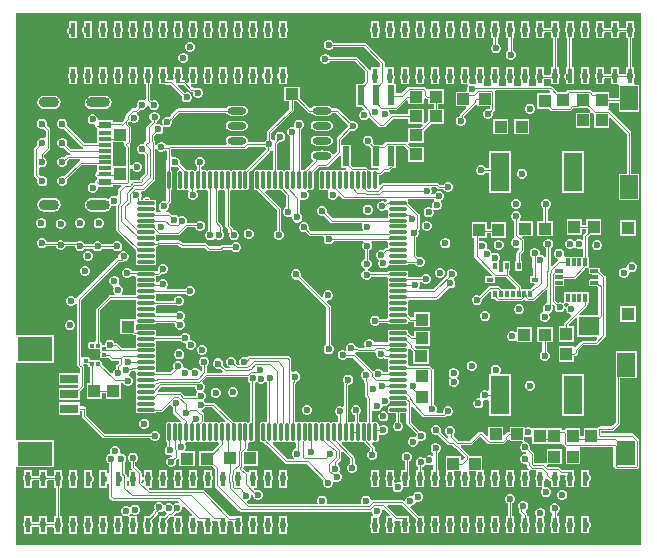
<source format=gtl>
G04*
G04 #@! TF.GenerationSoftware,Altium Limited,Altium Designer,24.4.1 (13)*
G04*
G04 Layer_Physical_Order=1*
G04 Layer_Color=255*
%FSLAX44Y44*%
%MOMM*%
G71*
G04*
G04 #@! TF.SameCoordinates,9A945CEE-F102-44BA-A3C3-DB53B066AAF5*
G04*
G04*
G04 #@! TF.FilePolarity,Positive*
G04*
G01*
G75*
%ADD15R,1.0000X1.1000*%
%ADD16R,1.1400X0.6000*%
%ADD17R,1.1400X0.3000*%
%ADD18R,12.0000X0.5000*%
%ADD19R,1.6000X3.3000*%
%ADD20R,0.5000X12.0000*%
%ADD21R,3.0000X2.1000*%
%ADD22R,1.6000X0.8000*%
G04:AMPARAMS|DCode=23|XSize=0.38mm|YSize=0.35mm|CornerRadius=0.0158mm|HoleSize=0mm|Usage=FLASHONLY|Rotation=180.000|XOffset=0mm|YOffset=0mm|HoleType=Round|Shape=RoundedRectangle|*
%AMROUNDEDRECTD23*
21,1,0.3800,0.3185,0,0,180.0*
21,1,0.3485,0.3500,0,0,180.0*
1,1,0.0315,-0.1743,0.1593*
1,1,0.0315,0.1743,0.1593*
1,1,0.0315,0.1743,-0.1593*
1,1,0.0315,-0.1743,-0.1593*
%
%ADD23ROUNDEDRECTD23*%
%ADD24R,0.4500X1.2000*%
%ADD25O,1.6000X0.6000*%
%ADD26R,0.5900X1.7500*%
G04:AMPARAMS|DCode=27|XSize=1.47mm|YSize=0.28mm|CornerRadius=0.035mm|HoleSize=0mm|Usage=FLASHONLY|Rotation=180.000|XOffset=0mm|YOffset=0mm|HoleType=Round|Shape=RoundedRectangle|*
%AMROUNDEDRECTD27*
21,1,1.4700,0.2100,0,0,180.0*
21,1,1.4000,0.2800,0,0,180.0*
1,1,0.0700,-0.7000,0.1050*
1,1,0.0700,0.7000,0.1050*
1,1,0.0700,0.7000,-0.1050*
1,1,0.0700,-0.7000,-0.1050*
%
%ADD27ROUNDEDRECTD27*%
G04:AMPARAMS|DCode=28|XSize=1.47mm|YSize=0.28mm|CornerRadius=0.035mm|HoleSize=0mm|Usage=FLASHONLY|Rotation=90.000|XOffset=0mm|YOffset=0mm|HoleType=Round|Shape=RoundedRectangle|*
%AMROUNDEDRECTD28*
21,1,1.4700,0.2100,0,0,90.0*
21,1,1.4000,0.2800,0,0,90.0*
1,1,0.0700,0.1050,0.7000*
1,1,0.0700,0.1050,-0.7000*
1,1,0.0700,-0.1050,-0.7000*
1,1,0.0700,-0.1050,0.7000*
%
%ADD28ROUNDEDRECTD28*%
%ADD29R,1.1000X1.0000*%
%ADD30R,1.0000X1.0000*%
%ADD31R,1.5000X2.0000*%
%ADD32R,0.5900X0.3500*%
%ADD33R,0.3500X0.5900*%
%ADD34R,0.3000X0.7000*%
%ADD35R,0.7000X0.3000*%
%ADD36R,1.8000X1.6000*%
%ADD37R,1.1000X1.1000*%
%ADD65C,0.1250*%
%ADD66C,0.6000*%
%ADD67O,2.0000X0.9000*%
%ADD68O,1.7000X0.9000*%
%ADD69C,0.8000*%
G36*
X729435Y989088D02*
X199685D01*
Y1053381D01*
X200000Y1054500D01*
X200935Y1054500D01*
X232500D01*
Y1078000D01*
X200935D01*
X200000Y1078000D01*
X199685Y1079119D01*
Y1141881D01*
X200000Y1143000D01*
X200935Y1143000D01*
X232500D01*
Y1166500D01*
X200935D01*
X200000Y1166500D01*
X199685Y1167619D01*
Y1438837D01*
X199788Y1439088D01*
X729435D01*
Y989088D01*
D02*
G37*
%LPC*%
G36*
X723500Y1432250D02*
X716500D01*
Y1427510D01*
X716397Y1427407D01*
X716191Y1426912D01*
X711108D01*
X710903Y1427407D01*
X710800Y1427510D01*
Y1432250D01*
X703800D01*
Y1427510D01*
X703697Y1427407D01*
X703492Y1426912D01*
X698408D01*
X698203Y1427407D01*
X698100Y1427510D01*
Y1432250D01*
X691100D01*
Y1427510D01*
X690997Y1427407D01*
X690350Y1425845D01*
Y1424155D01*
X690997Y1422592D01*
X691100Y1422489D01*
Y1417750D01*
X698100D01*
Y1422489D01*
X698203Y1422592D01*
X698408Y1423088D01*
X703492D01*
X703697Y1422592D01*
X703800Y1422489D01*
Y1417750D01*
X710800D01*
Y1422489D01*
X710903Y1422592D01*
X711108Y1423088D01*
X716191D01*
X716397Y1422592D01*
X716500Y1422489D01*
Y1417750D01*
X718088D01*
Y1393250D01*
X716500D01*
Y1388511D01*
X716397Y1388408D01*
X716191Y1387912D01*
X711108D01*
X710903Y1388408D01*
X710800Y1388511D01*
Y1393250D01*
X703800D01*
Y1388511D01*
X703697Y1388408D01*
X703492Y1387912D01*
X698408D01*
X698203Y1388408D01*
X698100Y1388511D01*
Y1393250D01*
X691100D01*
Y1388511D01*
X690997Y1388408D01*
X690350Y1386846D01*
Y1385155D01*
X690997Y1383593D01*
X691100Y1383490D01*
Y1378750D01*
X698100D01*
Y1383490D01*
X698203Y1383593D01*
X698408Y1384088D01*
X703492D01*
X703697Y1383593D01*
X703800Y1383490D01*
Y1378750D01*
X709207D01*
X710250Y1378250D01*
X710250Y1377634D01*
Y1367162D01*
X702000D01*
Y1372000D01*
X691560D01*
X691375Y1372036D01*
X688715D01*
X687025Y1373727D01*
X686405Y1374141D01*
X685673Y1374286D01*
X667991D01*
X667260Y1374141D01*
X666639Y1373727D01*
X665907Y1372994D01*
X665493Y1372374D01*
X665418Y1372000D01*
X658954D01*
X653976Y1376977D01*
X653356Y1377391D01*
X652625Y1377537D01*
X647388D01*
X647300Y1378750D01*
X647300Y1378787D01*
Y1382826D01*
X647408Y1383088D01*
X653000D01*
Y1378750D01*
X660000D01*
Y1383490D01*
X660103Y1383593D01*
X660750Y1385155D01*
Y1386846D01*
X660103Y1388408D01*
X660000Y1388511D01*
Y1393250D01*
X658412D01*
Y1417750D01*
X660000D01*
Y1422489D01*
X660103Y1422592D01*
X660750Y1424155D01*
Y1425845D01*
X660103Y1427407D01*
X660000Y1427510D01*
Y1432250D01*
X653000D01*
Y1427510D01*
X652897Y1427407D01*
X652691Y1426912D01*
X647608D01*
X647403Y1427407D01*
X647300Y1427510D01*
Y1432250D01*
X640300D01*
Y1427510D01*
X640197Y1427407D01*
X639550Y1425845D01*
Y1424155D01*
X640197Y1422592D01*
X640300Y1422489D01*
Y1417750D01*
X647300D01*
Y1422489D01*
X647403Y1422592D01*
X647608Y1423088D01*
X652691D01*
X652897Y1422592D01*
X653000Y1422489D01*
Y1417750D01*
X654588D01*
Y1393250D01*
X653000D01*
Y1388511D01*
X652897Y1388408D01*
X652277Y1386911D01*
X647408D01*
X647300Y1387173D01*
Y1393250D01*
X640300D01*
Y1387710D01*
X639997Y1387407D01*
X639350Y1385845D01*
Y1384154D01*
X639997Y1382592D01*
X640300Y1382289D01*
Y1378787D01*
X640300Y1378750D01*
X640211Y1377537D01*
X634688D01*
X634600Y1378750D01*
X634600Y1378787D01*
Y1382826D01*
X635150Y1384154D01*
Y1385845D01*
X634600Y1387173D01*
Y1393250D01*
X627600D01*
Y1387710D01*
X627297Y1387407D01*
X626650Y1385845D01*
Y1384154D01*
X627297Y1382592D01*
X627600Y1382289D01*
Y1378787D01*
X627600Y1378750D01*
X627511Y1377537D01*
X621988D01*
X621900Y1378750D01*
X621900Y1378787D01*
Y1382826D01*
X622450Y1384154D01*
Y1385845D01*
X621900Y1387173D01*
Y1393250D01*
X614900D01*
Y1387710D01*
X614597Y1387407D01*
X613950Y1385845D01*
Y1384154D01*
X614597Y1382592D01*
X614900Y1382289D01*
Y1378787D01*
X614900Y1378750D01*
X614811Y1377537D01*
X609288D01*
X609200Y1378750D01*
X609200Y1378787D01*
Y1382826D01*
X609750Y1384154D01*
Y1385845D01*
X609200Y1387173D01*
Y1393250D01*
X602200D01*
Y1387710D01*
X601897Y1387407D01*
X601250Y1385845D01*
Y1384154D01*
X601897Y1382592D01*
X602200Y1382289D01*
Y1378787D01*
X602200Y1378750D01*
X602111Y1377537D01*
X596588D01*
X596500Y1378750D01*
X596500Y1378787D01*
Y1382826D01*
X597050Y1384154D01*
Y1385845D01*
X596500Y1387173D01*
Y1393250D01*
X589500D01*
Y1387710D01*
X589197Y1387407D01*
X588550Y1385845D01*
Y1384154D01*
X589197Y1382592D01*
X589500Y1382289D01*
Y1379438D01*
X589186Y1379159D01*
X588257Y1378734D01*
X587001Y1379254D01*
X585310D01*
X585050Y1379146D01*
X583800Y1379981D01*
Y1382826D01*
X584350Y1384154D01*
Y1385845D01*
X583800Y1387173D01*
Y1393250D01*
X576800D01*
Y1387710D01*
X576497Y1387407D01*
X575850Y1385845D01*
Y1384154D01*
X576497Y1382592D01*
X576800Y1382289D01*
Y1378750D01*
X582124D01*
X582642Y1377500D01*
X582553Y1377411D01*
X581906Y1375849D01*
Y1374158D01*
X582058Y1373789D01*
X581364Y1372750D01*
X572500D01*
Y1360250D01*
X580753D01*
X581231Y1359095D01*
X576057Y1353921D01*
X575643Y1353301D01*
X575497Y1352569D01*
Y1352060D01*
X574093Y1351478D01*
X572897Y1350282D01*
X572250Y1348721D01*
Y1347030D01*
X572897Y1345468D01*
X574093Y1344272D01*
X575655Y1343625D01*
X577345D01*
X578907Y1344272D01*
X580103Y1345468D01*
X580750Y1347030D01*
Y1348721D01*
X580103Y1350282D01*
X579701Y1350685D01*
Y1352157D01*
X589250Y1361707D01*
X590500Y1361189D01*
Y1360250D01*
X601463D01*
Y1358806D01*
X600394Y1357980D01*
X600345Y1358000D01*
X598655D01*
X597093Y1357353D01*
X595897Y1356157D01*
X595250Y1354595D01*
Y1352905D01*
X595897Y1351343D01*
X597093Y1350147D01*
X598655Y1349500D01*
X600345D01*
X601907Y1350147D01*
X603103Y1351343D01*
X603750Y1352905D01*
Y1354595D01*
X603545Y1355091D01*
X604727Y1356273D01*
X605141Y1356893D01*
X605287Y1357625D01*
Y1372173D01*
X605229Y1372463D01*
X605870Y1373517D01*
X606104Y1373713D01*
X651627D01*
X652276Y1372897D01*
X651775Y1371750D01*
X641250D01*
Y1358250D01*
X651046D01*
X652523Y1356773D01*
X653143Y1356358D01*
X653875Y1356213D01*
X668673D01*
X669405Y1356358D01*
X670025Y1356773D01*
X671715Y1358463D01*
X675625D01*
X675810Y1358500D01*
X684046D01*
X686329Y1356217D01*
X685778Y1355000D01*
X685195Y1355000D01*
X673750D01*
Y1341500D01*
X686250D01*
Y1353859D01*
X686250Y1354528D01*
X687467Y1355079D01*
X688523Y1354023D01*
X689143Y1353609D01*
X689500Y1353538D01*
Y1341500D01*
X702000D01*
Y1350461D01*
X703155Y1350940D01*
X717088Y1337006D01*
Y1303250D01*
X710250D01*
Y1280750D01*
X727750D01*
Y1303250D01*
X720912D01*
Y1337798D01*
X720766Y1338530D01*
X720352Y1339150D01*
X702775Y1356727D01*
X702155Y1357141D01*
X701609Y1357250D01*
X701733Y1358500D01*
X702000D01*
Y1363338D01*
X710250D01*
Y1355750D01*
X727750D01*
Y1378250D01*
X724543D01*
X723500Y1378750D01*
X723500Y1379500D01*
Y1383490D01*
X723603Y1383593D01*
X724250Y1385155D01*
Y1386846D01*
X723603Y1388408D01*
X723500Y1388511D01*
Y1393250D01*
X721912D01*
Y1417750D01*
X723500D01*
Y1422489D01*
X723603Y1422592D01*
X724250Y1424155D01*
Y1425845D01*
X723603Y1427407D01*
X723500Y1427510D01*
Y1432250D01*
D02*
G37*
G36*
X685400D02*
X678400D01*
Y1427510D01*
X678297Y1427407D01*
X677650Y1425845D01*
Y1424155D01*
X678297Y1422592D01*
X678400Y1422489D01*
Y1417750D01*
X685400D01*
Y1422489D01*
X685503Y1422592D01*
X686150Y1424155D01*
Y1425845D01*
X685503Y1427407D01*
X685400Y1427510D01*
Y1432250D01*
D02*
G37*
G36*
X634600D02*
X627600D01*
Y1427460D01*
X627547Y1427407D01*
X626900Y1425845D01*
Y1424154D01*
X627547Y1422592D01*
X627600Y1422539D01*
Y1417750D01*
X634600D01*
Y1422439D01*
X634753Y1422592D01*
X635400Y1424154D01*
Y1425845D01*
X634753Y1427407D01*
X634600Y1427560D01*
Y1432250D01*
D02*
G37*
G36*
X596500D02*
X589500D01*
Y1427460D01*
X589447Y1427407D01*
X588800Y1425845D01*
Y1424154D01*
X589447Y1422592D01*
X589500Y1422539D01*
Y1417750D01*
X596500D01*
Y1422439D01*
X596653Y1422592D01*
X597300Y1424154D01*
Y1425845D01*
X596653Y1427407D01*
X596500Y1427560D01*
Y1432250D01*
D02*
G37*
G36*
X583800D02*
X576800D01*
Y1427460D01*
X576747Y1427407D01*
X576100Y1425845D01*
Y1424154D01*
X576747Y1422592D01*
X576800Y1422539D01*
Y1417750D01*
X583800D01*
Y1422439D01*
X583953Y1422592D01*
X584600Y1424154D01*
Y1425845D01*
X583953Y1427407D01*
X583800Y1427560D01*
Y1432250D01*
D02*
G37*
G36*
X571100D02*
X564100D01*
Y1427460D01*
X564047Y1427407D01*
X563400Y1425845D01*
Y1424154D01*
X564047Y1422592D01*
X564100Y1422539D01*
Y1417750D01*
X571100D01*
Y1422439D01*
X571253Y1422592D01*
X571900Y1424154D01*
Y1425845D01*
X571253Y1427407D01*
X571100Y1427560D01*
Y1432250D01*
D02*
G37*
G36*
X558400D02*
X551400D01*
Y1427460D01*
X551347Y1427407D01*
X550700Y1425845D01*
Y1424154D01*
X551347Y1422592D01*
X551400Y1422539D01*
Y1417750D01*
X558400D01*
Y1422439D01*
X558553Y1422592D01*
X559200Y1424154D01*
Y1425845D01*
X558553Y1427407D01*
X558400Y1427560D01*
Y1432250D01*
D02*
G37*
G36*
X545700D02*
X538700D01*
Y1427460D01*
X538647Y1427407D01*
X538000Y1425845D01*
Y1424154D01*
X538647Y1422592D01*
X538700Y1422539D01*
Y1417750D01*
X545700D01*
Y1422439D01*
X545853Y1422592D01*
X546500Y1424154D01*
Y1425845D01*
X545853Y1427407D01*
X545700Y1427560D01*
Y1432250D01*
D02*
G37*
G36*
X533000D02*
X526000D01*
Y1427460D01*
X525947Y1427407D01*
X525300Y1425845D01*
Y1424154D01*
X525947Y1422592D01*
X526000Y1422539D01*
Y1417750D01*
X533000D01*
Y1422439D01*
X533153Y1422592D01*
X533800Y1424154D01*
Y1425845D01*
X533153Y1427407D01*
X533000Y1427560D01*
Y1432250D01*
D02*
G37*
G36*
X520300D02*
X513300D01*
Y1427460D01*
X513247Y1427407D01*
X512600Y1425845D01*
Y1424154D01*
X513247Y1422592D01*
X513300Y1422539D01*
Y1417750D01*
X520300D01*
Y1422439D01*
X520453Y1422592D01*
X521100Y1424154D01*
Y1425845D01*
X520453Y1427407D01*
X520300Y1427560D01*
Y1432250D01*
D02*
G37*
G36*
X507600D02*
X500600D01*
Y1427460D01*
X500547Y1427407D01*
X499900Y1425845D01*
Y1424154D01*
X500547Y1422592D01*
X500600Y1422539D01*
Y1417750D01*
X507600D01*
Y1422439D01*
X507753Y1422592D01*
X508400Y1424154D01*
Y1425845D01*
X507753Y1427407D01*
X507600Y1427560D01*
Y1432250D01*
D02*
G37*
G36*
X429400D02*
X422400D01*
Y1427753D01*
X422277Y1427630D01*
X421630Y1426067D01*
Y1424377D01*
X422277Y1422815D01*
X422400Y1422691D01*
Y1417750D01*
X429400D01*
Y1422732D01*
X429483Y1422815D01*
X430130Y1424377D01*
Y1426067D01*
X429483Y1427630D01*
X429400Y1427712D01*
Y1432250D01*
D02*
G37*
G36*
X416700D02*
X409700D01*
Y1427753D01*
X409577Y1427630D01*
X408930Y1426067D01*
Y1424377D01*
X409577Y1422815D01*
X409700Y1422691D01*
Y1417750D01*
X416700D01*
Y1422732D01*
X416783Y1422815D01*
X417430Y1424377D01*
Y1426067D01*
X416783Y1427630D01*
X416700Y1427712D01*
Y1432250D01*
D02*
G37*
G36*
X404000D02*
X397000D01*
Y1427510D01*
X396897Y1427407D01*
X396250Y1425845D01*
Y1424155D01*
X396897Y1422592D01*
X397000Y1422489D01*
Y1417750D01*
X404000D01*
Y1422489D01*
X404103Y1422592D01*
X404750Y1424155D01*
Y1425845D01*
X404103Y1427407D01*
X404000Y1427510D01*
Y1432250D01*
D02*
G37*
G36*
X391300D02*
X384300D01*
Y1427510D01*
X384197Y1427407D01*
X383550Y1425845D01*
Y1424155D01*
X384197Y1422592D01*
X384300Y1422489D01*
Y1417750D01*
X391300D01*
Y1422489D01*
X391403Y1422592D01*
X392050Y1424155D01*
Y1425845D01*
X391403Y1427407D01*
X391300Y1427510D01*
Y1432250D01*
D02*
G37*
G36*
X378600D02*
X371600D01*
Y1427510D01*
X371497Y1427407D01*
X370850Y1425845D01*
Y1424155D01*
X371497Y1422592D01*
X371600Y1422489D01*
Y1417750D01*
X378600D01*
Y1422489D01*
X378703Y1422592D01*
X379350Y1424155D01*
Y1425845D01*
X378703Y1427407D01*
X378600Y1427510D01*
Y1432250D01*
D02*
G37*
G36*
X365900D02*
X358900D01*
Y1427510D01*
X358797Y1427407D01*
X358150Y1425845D01*
Y1424155D01*
X358797Y1422592D01*
X358900Y1422489D01*
Y1417750D01*
X365900D01*
Y1422489D01*
X366003Y1422592D01*
X366650Y1424155D01*
Y1425845D01*
X366003Y1427407D01*
X365900Y1427510D01*
Y1432250D01*
D02*
G37*
G36*
X353200D02*
X346200D01*
Y1427510D01*
X346097Y1427407D01*
X345450Y1425845D01*
Y1424155D01*
X346097Y1422592D01*
X346200Y1422489D01*
Y1417750D01*
X353200D01*
Y1422489D01*
X353303Y1422592D01*
X353950Y1424155D01*
Y1425845D01*
X353303Y1427407D01*
X353200Y1427510D01*
Y1432250D01*
D02*
G37*
G36*
X340500D02*
X333500D01*
Y1427510D01*
X333397Y1427407D01*
X332750Y1425845D01*
Y1424155D01*
X333397Y1422592D01*
X333500Y1422489D01*
Y1417750D01*
X340500D01*
Y1422489D01*
X340603Y1422592D01*
X341250Y1424155D01*
Y1425845D01*
X340603Y1427407D01*
X340500Y1427510D01*
Y1432250D01*
D02*
G37*
G36*
X327800D02*
X320800D01*
Y1427510D01*
X320697Y1427407D01*
X320050Y1425845D01*
Y1424155D01*
X320697Y1422592D01*
X320800Y1422489D01*
Y1417750D01*
X327800D01*
Y1422489D01*
X327903Y1422592D01*
X328550Y1424155D01*
Y1425845D01*
X327903Y1427407D01*
X327800Y1427510D01*
Y1432250D01*
D02*
G37*
G36*
X315100D02*
X308100D01*
Y1427510D01*
X307997Y1427407D01*
X307350Y1425845D01*
Y1424155D01*
X307997Y1422592D01*
X308100Y1422489D01*
Y1417750D01*
X315100D01*
Y1422489D01*
X315203Y1422592D01*
X315850Y1424155D01*
Y1425845D01*
X315203Y1427407D01*
X315100Y1427510D01*
Y1432250D01*
D02*
G37*
G36*
X302400D02*
X295400D01*
Y1427510D01*
X295297Y1427407D01*
X294650Y1425845D01*
Y1424155D01*
X295297Y1422592D01*
X295400Y1422489D01*
Y1417750D01*
X302400D01*
Y1422489D01*
X302503Y1422592D01*
X303150Y1424155D01*
Y1425845D01*
X302503Y1427407D01*
X302400Y1427510D01*
Y1432250D01*
D02*
G37*
G36*
X289700D02*
X282700D01*
Y1427510D01*
X282597Y1427407D01*
X281950Y1425845D01*
Y1424155D01*
X282597Y1422592D01*
X282700Y1422489D01*
Y1417750D01*
X289700D01*
Y1422489D01*
X289803Y1422592D01*
X290450Y1424155D01*
Y1425845D01*
X289803Y1427407D01*
X289700Y1427510D01*
Y1432250D01*
D02*
G37*
G36*
X277000D02*
X270000D01*
Y1427510D01*
X269897Y1427407D01*
X269250Y1425845D01*
Y1424155D01*
X269897Y1422592D01*
X270000Y1422489D01*
Y1417750D01*
X277000D01*
Y1422489D01*
X277103Y1422592D01*
X277750Y1424155D01*
Y1425845D01*
X277103Y1427407D01*
X277000Y1427510D01*
Y1432250D01*
D02*
G37*
G36*
X264300D02*
X257300D01*
Y1428310D01*
X256397Y1427407D01*
X255750Y1425845D01*
Y1424155D01*
X256397Y1422593D01*
X257300Y1421690D01*
Y1417750D01*
X264300D01*
Y1432250D01*
D02*
G37*
G36*
X251600D02*
X244600D01*
Y1427360D01*
X243897Y1426657D01*
X243250Y1425095D01*
Y1423405D01*
X243897Y1421843D01*
X244600Y1421140D01*
Y1417750D01*
X251600D01*
Y1423042D01*
X251750Y1423405D01*
Y1425095D01*
X251600Y1425458D01*
Y1432250D01*
D02*
G37*
G36*
X348095Y1414750D02*
X346405D01*
X344843Y1414103D01*
X343647Y1412907D01*
X343000Y1411345D01*
Y1409655D01*
X343647Y1408093D01*
X344843Y1406897D01*
X346405Y1406250D01*
X348095D01*
X349657Y1406897D01*
X350853Y1408093D01*
X351500Y1409655D01*
Y1411345D01*
X350853Y1412907D01*
X349657Y1414103D01*
X348095Y1414750D01*
D02*
G37*
G36*
X609200Y1432250D02*
X602200D01*
Y1427460D01*
X602147Y1427407D01*
X601500Y1425845D01*
Y1424154D01*
X602147Y1422592D01*
X602200Y1422539D01*
Y1417750D01*
X603838D01*
Y1412849D01*
X602647Y1411657D01*
X602000Y1410095D01*
Y1408405D01*
X602647Y1406843D01*
X603843Y1405647D01*
X605405Y1405000D01*
X607095D01*
X608657Y1405647D01*
X609853Y1406843D01*
X610500Y1408405D01*
Y1410095D01*
X609853Y1411657D01*
X608657Y1412853D01*
X607662Y1413266D01*
Y1417750D01*
X609200D01*
Y1422439D01*
X609353Y1422592D01*
X610000Y1424154D01*
Y1425845D01*
X609353Y1427407D01*
X609200Y1427560D01*
Y1432250D01*
D02*
G37*
G36*
X621900D02*
X614900D01*
Y1427460D01*
X614847Y1427407D01*
X614200Y1425845D01*
Y1424154D01*
X614847Y1422592D01*
X614900Y1422539D01*
Y1417750D01*
X616838D01*
Y1407308D01*
X616343Y1407103D01*
X615147Y1405907D01*
X614500Y1404345D01*
Y1402655D01*
X615147Y1401093D01*
X616343Y1399897D01*
X617905Y1399250D01*
X619595D01*
X621157Y1399897D01*
X622353Y1401093D01*
X623000Y1402655D01*
Y1404345D01*
X622353Y1405907D01*
X621157Y1407103D01*
X620662Y1407308D01*
Y1417750D01*
X621900D01*
Y1422439D01*
X622053Y1422592D01*
X622700Y1424154D01*
Y1425845D01*
X622053Y1427407D01*
X621900Y1427560D01*
Y1432250D01*
D02*
G37*
G36*
X342595Y1405250D02*
X340905D01*
X339343Y1404603D01*
X338147Y1403407D01*
X337500Y1401845D01*
Y1400155D01*
X338147Y1398593D01*
X339343Y1397397D01*
X340905Y1396750D01*
X342595D01*
X344157Y1397397D01*
X345353Y1398593D01*
X346000Y1400155D01*
Y1401845D01*
X345353Y1403407D01*
X344157Y1404603D01*
X342595Y1405250D01*
D02*
G37*
G36*
X465595Y1416250D02*
X463905D01*
X462343Y1415603D01*
X461147Y1414407D01*
X460500Y1412845D01*
Y1411155D01*
X461147Y1409593D01*
X462343Y1408397D01*
X463905Y1407750D01*
X465595D01*
X467157Y1408397D01*
X468353Y1409593D01*
X468558Y1410088D01*
X494458D01*
X508338Y1396208D01*
Y1394194D01*
X507600Y1393250D01*
X500600D01*
Y1390934D01*
X499350Y1390811D01*
X499266Y1391232D01*
X498852Y1391852D01*
X488852Y1401852D01*
X488232Y1402266D01*
X487500Y1402412D01*
X465808D01*
X465603Y1402907D01*
X464407Y1404103D01*
X462845Y1404750D01*
X461155D01*
X459593Y1404103D01*
X458397Y1402907D01*
X457750Y1401345D01*
Y1399655D01*
X458397Y1398093D01*
X459593Y1396897D01*
X461155Y1396250D01*
X462845D01*
X464407Y1396897D01*
X465603Y1398093D01*
X465808Y1398588D01*
X486708D01*
X495588Y1389708D01*
Y1381542D01*
X493546Y1379500D01*
X487900D01*
Y1359500D01*
X493246D01*
X494746Y1358000D01*
X494229Y1356750D01*
X493655D01*
X492093Y1356103D01*
X490897Y1354907D01*
X490250Y1353345D01*
Y1351655D01*
X490897Y1350092D01*
X492093Y1348897D01*
X493655Y1348250D01*
X495345D01*
X496907Y1348897D01*
X498000Y1349990D01*
X498392Y1350210D01*
X499356Y1350402D01*
X506609Y1343148D01*
X507230Y1342734D01*
X507961Y1342588D01*
X511115D01*
X511847Y1342734D01*
X512467Y1343148D01*
X519157Y1349838D01*
X531500D01*
Y1345500D01*
X544029D01*
X544546Y1344250D01*
X542296Y1342000D01*
X531500D01*
Y1330472D01*
X530653Y1330014D01*
X530250Y1329920D01*
X529732Y1330266D01*
X529000Y1330412D01*
X514152D01*
X513420Y1330266D01*
X512800Y1329852D01*
X510635Y1327687D01*
X509000D01*
Y1327800D01*
X503304D01*
X501884Y1329219D01*
X502375Y1330404D01*
Y1332095D01*
X501728Y1333657D01*
X500532Y1334853D01*
X498970Y1335500D01*
X497280D01*
X495718Y1334853D01*
X494522Y1333657D01*
X493875Y1332095D01*
Y1330404D01*
X494522Y1328842D01*
X495718Y1327647D01*
X497280Y1327000D01*
X498697D01*
X500600Y1325096D01*
Y1307800D01*
X506861D01*
X507486Y1306550D01*
X507102Y1306036D01*
X506254D01*
X505924Y1306257D01*
X505300Y1306381D01*
X503200D01*
X502576Y1306257D01*
X501750Y1305997D01*
X500925Y1306257D01*
X500300Y1306381D01*
X499273D01*
X497302Y1308352D01*
X496682Y1308766D01*
X495950Y1308911D01*
X484842D01*
X483600Y1310153D01*
Y1327800D01*
X475209D01*
Y1332006D01*
X482952Y1339748D01*
X484155Y1339250D01*
X485846D01*
X487408Y1339897D01*
X488603Y1341092D01*
X489250Y1342654D01*
Y1344345D01*
X488603Y1345907D01*
X487408Y1347103D01*
X485846Y1347750D01*
X484155D01*
X483659Y1347544D01*
X473302Y1357902D01*
X472682Y1358316D01*
X471950Y1358462D01*
X467834D01*
X467064Y1359614D01*
X465658Y1360553D01*
X464000Y1360883D01*
X454000D01*
X452342Y1360553D01*
X450936Y1359614D01*
X450213Y1358532D01*
X448989Y1358465D01*
X440250Y1367204D01*
Y1377000D01*
X426750D01*
Y1364500D01*
X431338D01*
Y1358122D01*
X412898Y1339682D01*
X412484Y1339062D01*
X412338Y1338330D01*
Y1331808D01*
X411843Y1331603D01*
X410647Y1330407D01*
X410442Y1329912D01*
X397072D01*
X396279Y1330878D01*
X396334Y1331150D01*
X396004Y1332808D01*
X395064Y1334214D01*
X393658Y1335153D01*
X392000Y1335483D01*
X382000D01*
X380342Y1335153D01*
X378936Y1334214D01*
X377997Y1332808D01*
X377667Y1331150D01*
X377997Y1329492D01*
X378384Y1328912D01*
X377716Y1327662D01*
X330000D01*
X329268Y1327516D01*
X328925Y1327287D01*
X327089D01*
X326728Y1328158D01*
X325532Y1329353D01*
X323970Y1330000D01*
X322280D01*
X320718Y1329353D01*
X319522Y1328158D01*
X319162Y1327288D01*
X317912Y1327536D01*
Y1329715D01*
X317766Y1330446D01*
X317352Y1331067D01*
X316787Y1331632D01*
Y1334833D01*
X318805Y1336852D01*
X319655Y1336500D01*
X321345D01*
X322907Y1337147D01*
X324103Y1338343D01*
X324750Y1339905D01*
Y1341595D01*
X324307Y1342665D01*
X325367Y1343373D01*
X325593Y1343147D01*
X327155Y1342500D01*
X328845D01*
X330407Y1343147D01*
X331603Y1344343D01*
X332250Y1345905D01*
Y1347595D01*
X332045Y1348091D01*
X334102Y1350148D01*
X334516Y1350768D01*
X334589Y1351136D01*
X338092Y1354638D01*
X378166D01*
X378936Y1353486D01*
X380342Y1352547D01*
X382000Y1352217D01*
X392000D01*
X393658Y1352547D01*
X395064Y1353486D01*
X396004Y1354892D01*
X396334Y1356550D01*
X396004Y1358208D01*
X395064Y1359614D01*
X393658Y1360553D01*
X392000Y1360883D01*
X382000D01*
X380342Y1360553D01*
X378936Y1359614D01*
X378166Y1358462D01*
X337300D01*
X336568Y1358316D01*
X335948Y1357902D01*
X331398Y1353352D01*
X330984Y1352732D01*
X330911Y1352364D01*
X329341Y1350795D01*
X328845Y1351000D01*
X327155D01*
X325593Y1350353D01*
X324397Y1349157D01*
X323750Y1347595D01*
Y1345905D01*
X324193Y1344835D01*
X323133Y1344127D01*
X322907Y1344353D01*
X321345Y1345000D01*
X319655D01*
X318604Y1345766D01*
X318554Y1345897D01*
X318874Y1346376D01*
X319019Y1347107D01*
Y1347383D01*
X319657Y1347647D01*
X320853Y1348843D01*
X321500Y1350405D01*
Y1352095D01*
X320853Y1353657D01*
X319657Y1354853D01*
X318095Y1355500D01*
X316405D01*
X314843Y1354853D01*
X313647Y1353657D01*
X313000Y1352095D01*
Y1350405D01*
X313647Y1348843D01*
X314842Y1347647D01*
X314859Y1347563D01*
X311023Y1343727D01*
X310609Y1343107D01*
X310463Y1342375D01*
Y1331275D01*
X309788Y1331141D01*
X309168Y1330727D01*
X308435Y1329995D01*
X308021Y1329374D01*
X307998Y1329259D01*
X307470Y1328125D01*
X305780D01*
X304218Y1327478D01*
X303022Y1326282D01*
X302375Y1324720D01*
Y1323030D01*
X303022Y1321468D01*
X304218Y1320272D01*
X305780Y1319625D01*
X307470D01*
X307966Y1319830D01*
X309088Y1318708D01*
Y1303494D01*
X305273Y1299679D01*
X304859Y1299059D01*
X304713Y1298327D01*
Y1297787D01*
X299036D01*
X298304Y1297641D01*
X298162Y1297546D01*
X297784Y1297636D01*
X296912Y1298150D01*
Y1307515D01*
X298162Y1307764D01*
X298647Y1306593D01*
X299843Y1305397D01*
X301405Y1304750D01*
X303095D01*
X304657Y1305397D01*
X305853Y1306593D01*
X306500Y1308155D01*
Y1309845D01*
X305853Y1311407D01*
X304657Y1312603D01*
X303095Y1313250D01*
X301405D01*
X299843Y1312603D01*
X298647Y1311407D01*
X298162Y1310236D01*
X296912Y1310485D01*
Y1325952D01*
X296766Y1326684D01*
X296352Y1327304D01*
X296588Y1328836D01*
X296727Y1328975D01*
X297141Y1329595D01*
X297287Y1330327D01*
Y1342375D01*
X297141Y1343106D01*
X296727Y1343727D01*
X294893Y1345560D01*
X294893Y1346940D01*
X295280Y1347326D01*
X295864Y1347843D01*
X296943Y1347297D01*
X297343Y1346897D01*
X298905Y1346250D01*
X300595D01*
X302157Y1346897D01*
X303353Y1348093D01*
X304000Y1349655D01*
Y1351345D01*
X303353Y1352907D01*
X302586Y1353674D01*
X302542Y1353988D01*
X302712Y1355072D01*
X302752Y1355141D01*
X303032Y1355328D01*
X305409Y1357705D01*
X305905Y1357500D01*
X307595D01*
X309157Y1358147D01*
X310353Y1359343D01*
X311000Y1360905D01*
X312250Y1361499D01*
X312500Y1361297D01*
Y1360155D01*
X313147Y1358593D01*
X314343Y1357397D01*
X315905Y1356750D01*
X317595D01*
X319157Y1357397D01*
X320353Y1358593D01*
X321000Y1360155D01*
Y1361845D01*
X320353Y1363407D01*
X319157Y1364603D01*
X317595Y1365250D01*
X315905D01*
X315232Y1364971D01*
X313512Y1366692D01*
Y1378750D01*
X315100D01*
Y1383489D01*
X315203Y1383592D01*
X315850Y1385154D01*
Y1386845D01*
X315203Y1388407D01*
X315100Y1388510D01*
Y1393250D01*
X308100D01*
Y1388510D01*
X307997Y1388407D01*
X307350Y1386845D01*
Y1385154D01*
X307997Y1383592D01*
X308100Y1383489D01*
Y1378750D01*
X309688D01*
Y1366456D01*
X308674Y1365684D01*
X308465Y1365640D01*
X307595Y1366000D01*
X305905D01*
X304343Y1365353D01*
X303147Y1364157D01*
X302500Y1362595D01*
Y1360905D01*
X302705Y1360409D01*
X300888Y1358592D01*
X299036D01*
X298304Y1358446D01*
X297684Y1358032D01*
X293116Y1353464D01*
X292701Y1352843D01*
X292556Y1352112D01*
Y1350009D01*
X291409Y1348862D01*
X291408Y1348862D01*
X289724Y1347177D01*
X289173Y1347287D01*
X282450D01*
Y1348500D01*
X269050D01*
Y1349995D01*
X268403Y1351557D01*
X267208Y1352753D01*
X265645Y1353400D01*
X263955D01*
X262393Y1352753D01*
X261197Y1351557D01*
X260550Y1349995D01*
Y1348304D01*
X261197Y1346743D01*
X262393Y1345547D01*
X263955Y1344900D01*
X265645D01*
X265751Y1344944D01*
X266847Y1344045D01*
X266838Y1344000D01*
X266984Y1343269D01*
X267398Y1342648D01*
X268018Y1342234D01*
X268550Y1342128D01*
Y1329412D01*
X257792D01*
X243045Y1344159D01*
X243250Y1344655D01*
Y1346345D01*
X242603Y1347907D01*
X241408Y1349103D01*
X239845Y1349750D01*
X238155D01*
X236593Y1349103D01*
X235397Y1347907D01*
X234750Y1346345D01*
Y1344655D01*
X235397Y1343092D01*
X236593Y1341897D01*
X238155Y1341250D01*
X239845D01*
X240341Y1341455D01*
X255648Y1326148D01*
X256268Y1325734D01*
X256629Y1325662D01*
X256506Y1324412D01*
X246792D01*
X243295Y1327909D01*
X243500Y1328405D01*
Y1330095D01*
X242853Y1331657D01*
X241657Y1332853D01*
X240095Y1333500D01*
X238405D01*
X236842Y1332853D01*
X235647Y1331657D01*
X235000Y1330095D01*
Y1328405D01*
X235647Y1326842D01*
X236842Y1325647D01*
X238405Y1325000D01*
X240095D01*
X240591Y1325205D01*
X244648Y1321148D01*
X245268Y1320734D01*
X245632Y1320662D01*
X245508Y1319412D01*
X243750D01*
X243018Y1319266D01*
X242398Y1318852D01*
X240591Y1317045D01*
X240095Y1317250D01*
X238405D01*
X236842Y1316603D01*
X235647Y1315408D01*
X235000Y1313846D01*
Y1312155D01*
X235647Y1310593D01*
X236842Y1309397D01*
X238405Y1308750D01*
X240095D01*
X241657Y1309397D01*
X242853Y1310593D01*
X243500Y1312155D01*
Y1313846D01*
X243295Y1314341D01*
X244542Y1315588D01*
X254256D01*
X254379Y1314338D01*
X254018Y1314266D01*
X253398Y1313852D01*
X240591Y1301045D01*
X240095Y1301250D01*
X238405D01*
X236842Y1300603D01*
X235647Y1299408D01*
X235000Y1297845D01*
Y1296155D01*
X235647Y1294593D01*
X236842Y1293397D01*
X238405Y1292750D01*
X240095D01*
X241657Y1293397D01*
X242853Y1294593D01*
X243500Y1296155D01*
Y1297845D01*
X243295Y1298341D01*
X255542Y1310589D01*
X268550D01*
Y1304372D01*
X268018Y1304266D01*
X267398Y1303852D01*
X266984Y1303232D01*
X266838Y1302500D01*
X266984Y1301769D01*
X267398Y1301148D01*
X268018Y1300734D01*
X268550Y1300628D01*
Y1297872D01*
X268018Y1297766D01*
X267398Y1297352D01*
X266984Y1296731D01*
X266923Y1296424D01*
X265941Y1295699D01*
X265645Y1295600D01*
X263955D01*
X262393Y1294953D01*
X261197Y1293758D01*
X260550Y1292196D01*
Y1290505D01*
X261197Y1288943D01*
X262393Y1287747D01*
X263955Y1287100D01*
X265645D01*
X267208Y1287747D01*
X268403Y1288943D01*
X269050Y1290505D01*
Y1292000D01*
X282450D01*
Y1293713D01*
X288550D01*
X289028Y1292558D01*
X286748Y1290278D01*
X286334Y1289658D01*
X286188Y1288927D01*
Y1285169D01*
X284938Y1284379D01*
X284070Y1284739D01*
X282379D01*
X280817Y1284092D01*
X279622Y1282896D01*
X279371Y1282291D01*
X278175Y1281928D01*
X277444Y1282417D01*
X275200Y1282863D01*
X264200D01*
X261957Y1282417D01*
X260055Y1281146D01*
X258784Y1279244D01*
X258337Y1277000D01*
X258784Y1274757D01*
X260055Y1272855D01*
X261957Y1271584D01*
X264200Y1271137D01*
X275200D01*
X277444Y1271584D01*
X279346Y1272855D01*
X280617Y1274757D01*
X280831Y1275834D01*
X281933Y1276423D01*
X282379Y1276239D01*
X284070D01*
X284838Y1275725D01*
Y1255900D01*
X284984Y1255169D01*
X285398Y1254548D01*
X301419Y1238528D01*
Y1237500D01*
X301543Y1236876D01*
X301897Y1236346D01*
Y1235753D01*
X301543Y1235224D01*
X301419Y1234600D01*
Y1232499D01*
X301543Y1231875D01*
X301803Y1231050D01*
X301543Y1230224D01*
X301419Y1229600D01*
Y1227500D01*
X301543Y1226876D01*
X301897Y1226346D01*
X302426Y1225993D01*
X303050Y1225868D01*
X317050D01*
X317675Y1225993D01*
X318204Y1226346D01*
X318557Y1226876D01*
X318682Y1227500D01*
Y1229600D01*
X318557Y1230224D01*
X318297Y1231050D01*
X318557Y1231875D01*
X318682Y1232499D01*
Y1234600D01*
X318557Y1235224D01*
X318204Y1235753D01*
Y1236346D01*
X318557Y1236876D01*
X318682Y1237500D01*
Y1239600D01*
X318557Y1240224D01*
X318481Y1240468D01*
X318923Y1241551D01*
X319002Y1241638D01*
X319780D01*
X320512Y1241783D01*
X321132Y1242198D01*
X321898Y1242963D01*
X337358D01*
X339139Y1241182D01*
X339759Y1240768D01*
X340491Y1240622D01*
X359389D01*
X361613Y1238398D01*
X362233Y1237984D01*
X362965Y1237838D01*
X373465D01*
X374196Y1237984D01*
X374816Y1238398D01*
X375257Y1238838D01*
X382442D01*
X382647Y1238343D01*
X383843Y1237147D01*
X385405Y1236500D01*
X387095D01*
X388657Y1237147D01*
X389853Y1238343D01*
X390500Y1239905D01*
Y1241595D01*
X389853Y1243157D01*
X388657Y1244353D01*
X387095Y1245000D01*
X385405D01*
X383843Y1244353D01*
X382647Y1243157D01*
X382442Y1242662D01*
X374465D01*
X373733Y1242516D01*
X373113Y1242102D01*
X372673Y1241662D01*
X363756D01*
X361533Y1243886D01*
X360912Y1244300D01*
X360181Y1244445D01*
X341283D01*
X339501Y1246227D01*
X338881Y1246641D01*
X338150Y1246787D01*
X321106D01*
X320374Y1246641D01*
X319754Y1246227D01*
X319156Y1246465D01*
X318557Y1246876D01*
X318682Y1247500D01*
Y1249600D01*
X318557Y1250224D01*
X318482Y1250465D01*
X318866Y1251230D01*
X319307Y1251381D01*
X320296Y1251511D01*
X320711Y1251234D01*
X321443Y1251088D01*
X337144D01*
X337876Y1251234D01*
X338496Y1251648D01*
X343079Y1256231D01*
X343359Y1256287D01*
X343979Y1256701D01*
X345116Y1257838D01*
X351881D01*
X352397Y1256593D01*
X353592Y1255397D01*
X355155Y1254750D01*
X356845D01*
X358407Y1255397D01*
X359603Y1256593D01*
X360250Y1258155D01*
Y1259845D01*
X359603Y1261407D01*
X358407Y1262603D01*
X356845Y1263250D01*
X355155D01*
X353592Y1262603D01*
X352651Y1261662D01*
X345139D01*
X344858Y1262083D01*
Y1263773D01*
X344211Y1265335D01*
X343016Y1266531D01*
X341453Y1267178D01*
X339763D01*
X338264Y1266557D01*
X337103Y1266763D01*
X335907Y1267959D01*
X334345Y1268606D01*
X332655D01*
X332159Y1268400D01*
X330658Y1269902D01*
X330037Y1270316D01*
X329306Y1270461D01*
X327208D01*
X326959Y1271712D01*
X327407Y1271897D01*
X328603Y1273093D01*
X329250Y1274655D01*
Y1276345D01*
X329045Y1276841D01*
X330602Y1278398D01*
X331016Y1279019D01*
X331162Y1279750D01*
Y1289401D01*
X331454Y1289596D01*
X331807Y1290125D01*
X331931Y1290750D01*
Y1304749D01*
X331807Y1305374D01*
X331454Y1305903D01*
X331162Y1306098D01*
Y1308694D01*
X332412Y1309411D01*
X333405Y1309000D01*
X335095D01*
X335909Y1309337D01*
X337692Y1307554D01*
X337648Y1307057D01*
X337364Y1306115D01*
X337047Y1305903D01*
X336693Y1305374D01*
X336569Y1304749D01*
Y1290750D01*
X336693Y1290125D01*
X337047Y1289596D01*
X337576Y1289242D01*
X338200Y1289118D01*
X340300D01*
X340924Y1289242D01*
X341750Y1289503D01*
X342576Y1289242D01*
X343200Y1289118D01*
X345300D01*
X345925Y1289242D01*
X345980Y1289260D01*
X346791Y1288385D01*
X346768Y1288279D01*
X345897Y1287407D01*
X345250Y1285845D01*
Y1284155D01*
X345897Y1282593D01*
X347093Y1281397D01*
X348655Y1280750D01*
X350345D01*
X351907Y1281397D01*
X353103Y1282593D01*
X353750Y1284155D01*
Y1285845D01*
X353103Y1287407D01*
X352534Y1287976D01*
X353150Y1289128D01*
X353200Y1289118D01*
X355300D01*
X355925Y1289242D01*
X356750Y1289503D01*
X357576Y1289242D01*
X358200Y1289118D01*
X360300D01*
X360924Y1289242D01*
X361088Y1289352D01*
X362251Y1288877D01*
X362338Y1288798D01*
Y1254808D01*
X361843Y1254603D01*
X360647Y1253407D01*
X360000Y1251845D01*
Y1250155D01*
X360647Y1248593D01*
X361843Y1247397D01*
X363405Y1246750D01*
X365095D01*
X366657Y1247397D01*
X367329Y1248069D01*
X367969Y1248538D01*
X368963Y1248069D01*
X369468Y1247564D01*
X371030Y1246917D01*
X372720D01*
X374282Y1247564D01*
X375478Y1248759D01*
X376125Y1250322D01*
Y1252012D01*
X375478Y1253574D01*
X374828Y1254224D01*
X374352Y1255315D01*
X374766Y1255935D01*
X374912Y1256667D01*
Y1258285D01*
X374766Y1259017D01*
X374352Y1259637D01*
X371287Y1262702D01*
Y1288655D01*
X372520Y1289260D01*
X372576Y1289242D01*
X373200Y1289118D01*
X375300D01*
X375925Y1289242D01*
X376168Y1289319D01*
X377251Y1288877D01*
X377338Y1288798D01*
Y1259035D01*
X377484Y1258304D01*
X377898Y1257683D01*
X379865Y1255717D01*
X379747Y1255124D01*
Y1254752D01*
X379893Y1254020D01*
X380307Y1253400D01*
X380810Y1252896D01*
X380375Y1251845D01*
Y1250155D01*
X381022Y1248593D01*
X382218Y1247397D01*
X383780Y1246750D01*
X385470D01*
X387033Y1247397D01*
X388228Y1248593D01*
X388875Y1250155D01*
Y1251845D01*
X388228Y1253407D01*
X387033Y1254603D01*
X385470Y1255250D01*
X383864D01*
X383697Y1255417D01*
Y1256500D01*
X383551Y1257232D01*
X383137Y1257852D01*
X381162Y1259827D01*
Y1288798D01*
X381250Y1288878D01*
X382412Y1289352D01*
X382576Y1289242D01*
X383200Y1289118D01*
X385300D01*
X385925Y1289242D01*
X386750Y1289503D01*
X387576Y1289242D01*
X388200Y1289118D01*
X390300D01*
X390924Y1289242D01*
X391750Y1289503D01*
X392576Y1289242D01*
X393200Y1289118D01*
X395300D01*
X395925Y1289242D01*
X396454Y1289596D01*
X396808Y1290125D01*
X396932Y1290750D01*
Y1303677D01*
X415028Y1321773D01*
X415442Y1322393D01*
X415567Y1323020D01*
X415663Y1323162D01*
X416089Y1323369D01*
X417339Y1322586D01*
Y1306701D01*
X417251Y1306621D01*
X416089Y1306147D01*
X415925Y1306257D01*
X415300Y1306381D01*
X413200D01*
X412576Y1306257D01*
X411750Y1305997D01*
X410925Y1306257D01*
X410300Y1306381D01*
X408201D01*
X407576Y1306257D01*
X406750Y1305997D01*
X405925Y1306257D01*
X405300Y1306381D01*
X403200D01*
X402576Y1306257D01*
X402047Y1305903D01*
X401693Y1305374D01*
X401569Y1304749D01*
Y1290750D01*
X401693Y1290125D01*
X402047Y1289596D01*
X402576Y1289242D01*
X403200Y1289118D01*
X404228D01*
X420588Y1272758D01*
Y1255162D01*
X419843Y1254853D01*
X418647Y1253657D01*
X418000Y1252095D01*
Y1250405D01*
X418647Y1248843D01*
X419843Y1247647D01*
X421405Y1247000D01*
X423095D01*
X424657Y1247647D01*
X425853Y1248843D01*
X426500Y1250405D01*
Y1252095D01*
X425853Y1253657D01*
X424657Y1254853D01*
X424412Y1254955D01*
Y1273550D01*
X424266Y1274281D01*
X423852Y1274902D01*
X411207Y1287546D01*
X411437Y1288934D01*
X412269Y1289339D01*
X412576Y1289242D01*
X413200Y1289118D01*
X415300D01*
X415925Y1289242D01*
X416454Y1289596D01*
X417047D01*
X417576Y1289242D01*
X418200Y1289118D01*
X420300D01*
X420925Y1289242D01*
X421750Y1289503D01*
X422576Y1289242D01*
X423200Y1289118D01*
X424228D01*
X428588Y1284758D01*
Y1274808D01*
X428093Y1274603D01*
X426897Y1273407D01*
X426250Y1271845D01*
Y1270155D01*
X426897Y1268593D01*
X428093Y1267397D01*
X429655Y1266750D01*
X431345D01*
X432845Y1267371D01*
X433226Y1267239D01*
X434000Y1266722D01*
Y1265280D01*
X434647Y1263717D01*
X435843Y1262522D01*
X437405Y1261875D01*
X439095D01*
X440657Y1262522D01*
X441853Y1263717D01*
X442500Y1265280D01*
Y1266970D01*
X441853Y1268532D01*
X440657Y1269728D01*
X440162Y1269933D01*
Y1281060D01*
X441343Y1281647D01*
X442905Y1281000D01*
X444595D01*
X446157Y1281647D01*
X447353Y1282843D01*
X448000Y1284405D01*
Y1286095D01*
X447353Y1287657D01*
X446732Y1288279D01*
X446710Y1288383D01*
X447522Y1289259D01*
X447576Y1289242D01*
X448200Y1289118D01*
X450300D01*
X450925Y1289242D01*
X451454Y1289596D01*
X451808Y1290125D01*
X451932Y1290750D01*
Y1303677D01*
X456847Y1308593D01*
X462595D01*
X463327Y1308738D01*
X463947Y1309153D01*
X473950Y1319155D01*
X475200Y1318638D01*
Y1307800D01*
X479535D01*
X479658Y1307631D01*
X479024Y1306381D01*
X478200D01*
X477576Y1306257D01*
X476750Y1305997D01*
X475924Y1306257D01*
X475300Y1306381D01*
X473200D01*
X472576Y1306257D01*
X471750Y1305997D01*
X470925Y1306257D01*
X470300Y1306381D01*
X468200D01*
X467576Y1306257D01*
X466750Y1305997D01*
X465924Y1306257D01*
X465300Y1306381D01*
X463200D01*
X462576Y1306257D01*
X461750Y1305997D01*
X460925Y1306257D01*
X460300Y1306381D01*
X458200D01*
X457576Y1306257D01*
X457047Y1305903D01*
X456693Y1305374D01*
X456569Y1304749D01*
Y1290750D01*
X456693Y1290125D01*
X457047Y1289596D01*
X457576Y1289242D01*
X458200Y1289118D01*
X460300D01*
X460925Y1289242D01*
X461750Y1289503D01*
X462576Y1289242D01*
X463200Y1289118D01*
X463965D01*
X464483Y1287868D01*
X464397Y1287782D01*
X463750Y1286220D01*
Y1284530D01*
X464397Y1282968D01*
X465593Y1281772D01*
X467155Y1281125D01*
X468845D01*
X470407Y1281772D01*
X471603Y1282968D01*
X472191Y1284387D01*
X473405Y1284942D01*
X475948Y1282398D01*
X476568Y1281984D01*
X477300Y1281838D01*
X513443D01*
X514116Y1281001D01*
X514165Y1280588D01*
X513941Y1280405D01*
X513494Y1280316D01*
X512874Y1279902D01*
X512422Y1279450D01*
X511095Y1280000D01*
X509405D01*
X507843Y1279353D01*
X506647Y1278157D01*
X506000Y1276595D01*
Y1274905D01*
X506647Y1273343D01*
X507843Y1272147D01*
X509405Y1271500D01*
X511095D01*
X512657Y1272147D01*
X513569Y1273059D01*
X514819Y1272657D01*
Y1272499D01*
X514943Y1271875D01*
X515204Y1271050D01*
X514943Y1270224D01*
X514819Y1269600D01*
Y1267500D01*
X514943Y1266875D01*
X515053Y1266711D01*
X514579Y1265549D01*
X514499Y1265461D01*
X468017D01*
X463045Y1270434D01*
X463250Y1270930D01*
Y1272620D01*
X462603Y1274183D01*
X461407Y1275378D01*
X459845Y1276025D01*
X458155D01*
X456593Y1275378D01*
X455397Y1274183D01*
X454750Y1272620D01*
Y1270930D01*
X455397Y1269368D01*
X456593Y1268172D01*
X458155Y1267525D01*
X459845D01*
X460341Y1267730D01*
X465874Y1262198D01*
X466494Y1261783D01*
X467226Y1261638D01*
X492744D01*
X493285Y1260388D01*
X492750Y1259095D01*
Y1257405D01*
X493397Y1255843D01*
X493578Y1255662D01*
X493060Y1254412D01*
X449792D01*
X447780Y1256424D01*
X447985Y1256920D01*
Y1258610D01*
X447338Y1260172D01*
X446143Y1261368D01*
X444580Y1262015D01*
X442890D01*
X441328Y1261368D01*
X440132Y1260172D01*
X439485Y1258610D01*
Y1256920D01*
X440132Y1255358D01*
X441328Y1254162D01*
X442890Y1253515D01*
X444580D01*
X445076Y1253720D01*
X447648Y1251148D01*
X448268Y1250734D01*
X449000Y1250588D01*
X460070D01*
X460859Y1249338D01*
X460500Y1248470D01*
Y1246780D01*
X461147Y1245218D01*
X462343Y1244022D01*
X463905Y1243375D01*
X465595D01*
X467157Y1244022D01*
X468353Y1245218D01*
X468828Y1246363D01*
X493835D01*
X494353Y1245113D01*
X493897Y1244657D01*
X493250Y1243095D01*
Y1241405D01*
X493897Y1239843D01*
X495093Y1238647D01*
X495213Y1238597D01*
Y1230964D01*
X494343Y1230603D01*
X493147Y1229407D01*
X492500Y1227845D01*
Y1226155D01*
X493147Y1224593D01*
X494343Y1223397D01*
X495531Y1222905D01*
Y1221595D01*
X494343Y1221103D01*
X493147Y1219907D01*
X492500Y1218345D01*
Y1216654D01*
X493147Y1215092D01*
X494343Y1213897D01*
X495905Y1213250D01*
X497595D01*
X499157Y1213897D01*
X500353Y1215092D01*
X500776Y1216113D01*
X514034D01*
X514297Y1215855D01*
X514871Y1214863D01*
X514819Y1214600D01*
Y1212500D01*
X514943Y1211875D01*
X515297Y1211346D01*
Y1210753D01*
X514943Y1210224D01*
X514819Y1209599D01*
Y1207499D01*
X514943Y1206875D01*
X515204Y1206049D01*
X514943Y1205224D01*
X514819Y1204600D01*
Y1202500D01*
X514943Y1201875D01*
X515297Y1201346D01*
Y1200753D01*
X514943Y1200224D01*
X514819Y1199599D01*
Y1197499D01*
X514943Y1196875D01*
X515204Y1196049D01*
X514943Y1195224D01*
X514819Y1194600D01*
Y1192500D01*
X514943Y1191875D01*
X515297Y1191346D01*
Y1190753D01*
X514943Y1190224D01*
X514819Y1189599D01*
Y1187499D01*
X514943Y1186875D01*
X515204Y1186049D01*
X514943Y1185224D01*
X514819Y1184600D01*
Y1182500D01*
X514943Y1181875D01*
X514986Y1181811D01*
X514393Y1180561D01*
X507600D01*
X507353Y1181157D01*
X506157Y1182353D01*
X504595Y1183000D01*
X502905D01*
X501343Y1182353D01*
X500147Y1181157D01*
X499500Y1179595D01*
Y1177905D01*
X500147Y1176343D01*
X501343Y1175147D01*
X502905Y1174500D01*
X504595D01*
X506157Y1175147D01*
X507353Y1176343D01*
X507517Y1176738D01*
X515035D01*
X515297Y1176346D01*
X515826Y1175992D01*
X516451Y1175868D01*
X530451D01*
X531075Y1175992D01*
X531604Y1176346D01*
X531958Y1176875D01*
X531964Y1176907D01*
X532268Y1177556D01*
X533200Y1177838D01*
X537000D01*
Y1173500D01*
X550500D01*
Y1186000D01*
X537000D01*
Y1181662D01*
X533992D01*
X532082Y1183572D01*
Y1184600D01*
X531958Y1185224D01*
X531697Y1186049D01*
X531958Y1186875D01*
X532082Y1187499D01*
Y1189599D01*
X531958Y1190224D01*
X531604Y1190753D01*
Y1191346D01*
X531958Y1191875D01*
X532082Y1192500D01*
Y1194600D01*
X531958Y1195224D01*
X531881Y1195467D01*
X532323Y1196551D01*
X532402Y1196638D01*
X555944D01*
X556675Y1196783D01*
X557295Y1197198D01*
X566349Y1206252D01*
X566845Y1206046D01*
X568536D01*
X570098Y1206693D01*
X571293Y1207889D01*
X571940Y1209451D01*
Y1211142D01*
X571293Y1212704D01*
X570836Y1213161D01*
X571129Y1214635D01*
X571157Y1214647D01*
X572353Y1215843D01*
X573000Y1217405D01*
Y1219095D01*
X572353Y1220657D01*
X571157Y1221853D01*
X569595Y1222500D01*
X567905D01*
X566343Y1221853D01*
X565147Y1220657D01*
X564500Y1219095D01*
Y1217405D01*
X564705Y1216909D01*
X553258Y1205461D01*
X541855D01*
X541402Y1206711D01*
X542000Y1208155D01*
Y1209845D01*
X541708Y1210549D01*
X542345Y1211656D01*
X542516Y1211687D01*
X543530Y1211709D01*
X544593Y1210647D01*
X546155Y1210000D01*
X547845D01*
X549407Y1210647D01*
X550603Y1211843D01*
X551250Y1213405D01*
Y1215095D01*
X550603Y1216657D01*
X549407Y1217853D01*
X547845Y1218500D01*
X546155D01*
X544593Y1217853D01*
X543397Y1216657D01*
X543047Y1215811D01*
X532750D01*
X532233Y1216505D01*
X531995Y1217061D01*
X532082Y1217499D01*
Y1219599D01*
X531958Y1220224D01*
X531604Y1220753D01*
X531075Y1221106D01*
X530451Y1221231D01*
X516451D01*
X515826Y1221106D01*
X515297Y1220753D01*
X514943Y1220224D01*
X514886Y1219936D01*
X500324D01*
X499157Y1221103D01*
X497969Y1221595D01*
Y1222905D01*
X499157Y1223397D01*
X500353Y1224593D01*
X501000Y1226155D01*
Y1227845D01*
X500353Y1229407D01*
X499157Y1230603D01*
X499037Y1230653D01*
Y1238286D01*
X499907Y1238647D01*
X501103Y1239843D01*
X501750Y1241405D01*
Y1243095D01*
X501103Y1244657D01*
X500647Y1245113D01*
X501165Y1246363D01*
X514201D01*
X514897Y1245296D01*
X514921Y1245113D01*
X514819Y1244600D01*
Y1242499D01*
X514943Y1241875D01*
X515020Y1241632D01*
X514577Y1240549D01*
X514499Y1240462D01*
X513550D01*
X512818Y1240316D01*
X512198Y1239902D01*
X510591Y1238295D01*
X510095Y1238500D01*
X508405D01*
X506843Y1237853D01*
X505647Y1236657D01*
X505000Y1235095D01*
Y1233405D01*
X505647Y1231843D01*
X506842Y1230647D01*
X507146Y1229168D01*
X506679Y1228043D01*
Y1226352D01*
X507326Y1224790D01*
X508522Y1223594D01*
X510084Y1222947D01*
X511775D01*
X513337Y1223594D01*
X514532Y1224790D01*
X514715Y1225232D01*
X515826Y1225993D01*
X516451Y1225868D01*
X530451D01*
X531075Y1225993D01*
X531604Y1226346D01*
X531782Y1226613D01*
X537931D01*
X538147Y1226093D01*
X539342Y1224897D01*
X540904Y1224250D01*
X542595D01*
X544157Y1224897D01*
X545353Y1226093D01*
X546000Y1227655D01*
Y1229345D01*
X545353Y1230908D01*
X544157Y1232103D01*
X542595Y1232750D01*
X540904D01*
X540409Y1232545D01*
X538912Y1234042D01*
Y1249192D01*
X539407Y1249397D01*
X540603Y1250593D01*
X541250Y1252155D01*
Y1253845D01*
X540734Y1255090D01*
X541269Y1255625D01*
X541683Y1256245D01*
X541829Y1256977D01*
Y1268033D01*
X541683Y1268764D01*
X541269Y1269385D01*
X532082Y1278572D01*
Y1279600D01*
X531958Y1280224D01*
X531714Y1280588D01*
X531902Y1281270D01*
X532230Y1281838D01*
X553486D01*
X553721Y1281552D01*
X554092Y1280353D01*
X552897Y1279157D01*
X552250Y1277595D01*
Y1275905D01*
X552693Y1274835D01*
X551710Y1274140D01*
X551640Y1274110D01*
X550095Y1274750D01*
X548405D01*
X546842Y1274103D01*
X545647Y1272907D01*
X545000Y1271345D01*
Y1269655D01*
X545647Y1268093D01*
X546842Y1266897D01*
X548405Y1266250D01*
X550095D01*
X551657Y1266897D01*
X552853Y1268093D01*
X553500Y1269655D01*
Y1271345D01*
X553057Y1272415D01*
X554040Y1273110D01*
X554110Y1273140D01*
X555655Y1272500D01*
X557345D01*
X558907Y1273147D01*
X560103Y1274343D01*
X560750Y1275905D01*
Y1277595D01*
X560103Y1279157D01*
X559758Y1279503D01*
X560001Y1280729D01*
X560407Y1280897D01*
X561603Y1282093D01*
X562250Y1283655D01*
Y1285345D01*
X561603Y1286907D01*
X560407Y1288103D01*
X558845Y1288750D01*
X557155D01*
X555593Y1288103D01*
X554397Y1286907D01*
X553881Y1285662D01*
X552305D01*
X551516Y1286912D01*
X551875Y1287780D01*
Y1289470D01*
X551516Y1290338D01*
X552305Y1291588D01*
X555656D01*
X556596Y1290648D01*
X557216Y1290234D01*
X557948Y1290088D01*
X561817D01*
X562022Y1289593D01*
X563218Y1288397D01*
X564780Y1287750D01*
X566470D01*
X568032Y1288397D01*
X569228Y1289593D01*
X569875Y1291155D01*
Y1292845D01*
X569228Y1294407D01*
X568032Y1295603D01*
X566470Y1296250D01*
X564780D01*
X563218Y1295603D01*
X562022Y1294407D01*
X561817Y1293912D01*
X558740D01*
X557799Y1294852D01*
X557179Y1295266D01*
X556448Y1295412D01*
X510844D01*
X510112Y1295266D01*
X509492Y1294852D01*
X508086Y1293446D01*
X506931Y1293925D01*
Y1302213D01*
X508500D01*
X509231Y1302358D01*
X509851Y1302773D01*
X511942Y1304863D01*
X514975D01*
X515706Y1305009D01*
X516326Y1305423D01*
X518703Y1307800D01*
X521700D01*
Y1326588D01*
X528208D01*
X531500Y1323296D01*
Y1313500D01*
X545000D01*
Y1326000D01*
X534204D01*
X531954Y1328250D01*
X532472Y1329500D01*
X545000D01*
Y1339296D01*
X551203Y1345500D01*
X562000D01*
Y1358000D01*
X557662D01*
Y1362000D01*
X562500D01*
Y1374500D01*
X549000D01*
Y1374500D01*
X547824Y1374678D01*
X546275Y1376227D01*
X545655Y1376641D01*
X544924Y1376787D01*
X532577D01*
X531846Y1376641D01*
X531226Y1376227D01*
X526260Y1371262D01*
X521700D01*
Y1379500D01*
X520300D01*
Y1382826D01*
X520850Y1384154D01*
Y1385845D01*
X520300Y1387173D01*
Y1393250D01*
X513300D01*
Y1393250D01*
X512162Y1393520D01*
Y1397000D01*
X512016Y1397732D01*
X511602Y1398352D01*
X496602Y1413352D01*
X495982Y1413766D01*
X495250Y1413912D01*
X468558D01*
X468353Y1414407D01*
X467157Y1415603D01*
X465595Y1416250D01*
D02*
G37*
G36*
X353200Y1393250D02*
X346200D01*
Y1388510D01*
X346097Y1388407D01*
X345450Y1386845D01*
Y1385154D01*
X346097Y1383592D01*
X346200Y1383489D01*
Y1380887D01*
X345045Y1380409D01*
X343477Y1381976D01*
X342857Y1382391D01*
X342125Y1382536D01*
X341217D01*
X341100Y1382737D01*
X340683Y1383786D01*
X341250Y1385154D01*
Y1386845D01*
X340603Y1388407D01*
X340500Y1388510D01*
Y1393250D01*
X333500D01*
Y1388510D01*
X333397Y1388407D01*
X332750Y1386845D01*
Y1385154D01*
X333397Y1383592D01*
X333101Y1383101D01*
X332107Y1382391D01*
X331375Y1382536D01*
X328517D01*
X328400Y1382737D01*
X327983Y1383786D01*
X328550Y1385154D01*
Y1386845D01*
X327903Y1388407D01*
X327800Y1388510D01*
Y1393250D01*
X320800D01*
Y1388510D01*
X320697Y1388407D01*
X320050Y1386845D01*
Y1385154D01*
X320697Y1383592D01*
X320800Y1383489D01*
Y1378750D01*
X325740D01*
X325925Y1378713D01*
X330583D01*
X340382Y1368914D01*
X340250Y1368595D01*
Y1366905D01*
X340897Y1365343D01*
X342093Y1364147D01*
X343655Y1363500D01*
X345345D01*
X346907Y1364147D01*
X348103Y1365343D01*
X348750Y1366905D01*
Y1368595D01*
X348103Y1370157D01*
X346907Y1371353D01*
X345345Y1372000D01*
X343655D01*
X342982Y1371721D01*
X337109Y1377595D01*
X337587Y1378750D01*
X338440D01*
X338625Y1378713D01*
X341334D01*
X347009Y1373037D01*
X347629Y1372623D01*
X348361Y1372477D01*
X349117D01*
X349576Y1372018D01*
Y1370912D01*
X350223Y1369350D01*
X351419Y1368154D01*
X352981Y1367507D01*
X354672D01*
X356234Y1368154D01*
X357429Y1369350D01*
X358076Y1370912D01*
Y1372603D01*
X357429Y1374165D01*
X356234Y1375360D01*
X354672Y1376007D01*
X352981D01*
X351576Y1375426D01*
X351261Y1375741D01*
X350641Y1376155D01*
X349909Y1376301D01*
X349153D01*
X347859Y1377595D01*
X348337Y1378750D01*
X353200D01*
Y1383489D01*
X353303Y1383592D01*
X353950Y1385154D01*
Y1386845D01*
X353303Y1388407D01*
X353200Y1388510D01*
Y1393250D01*
D02*
G37*
G36*
X685400Y1393250D02*
X678400D01*
Y1388511D01*
X678297Y1388408D01*
X677650Y1386846D01*
Y1385155D01*
X678297Y1383593D01*
X678400Y1383490D01*
Y1378750D01*
X685400D01*
Y1383490D01*
X685503Y1383593D01*
X686150Y1385155D01*
Y1386846D01*
X685503Y1388408D01*
X685400Y1388511D01*
Y1393250D01*
D02*
G37*
G36*
X672700Y1432250D02*
X665700D01*
Y1427510D01*
X665597Y1427407D01*
X664950Y1425845D01*
Y1424155D01*
X665597Y1422592D01*
X665700Y1422489D01*
Y1417750D01*
X666588D01*
Y1393250D01*
X665700D01*
Y1388710D01*
X664897Y1387907D01*
X664250Y1386345D01*
Y1384655D01*
X664897Y1383093D01*
X665700Y1382290D01*
Y1378750D01*
X672700D01*
Y1384533D01*
X672750Y1384655D01*
Y1386345D01*
X672700Y1386467D01*
Y1393250D01*
X670412D01*
Y1417750D01*
X672700D01*
Y1422489D01*
X672803Y1422592D01*
X673450Y1424155D01*
Y1425845D01*
X672803Y1427407D01*
X672700Y1427510D01*
Y1432250D01*
D02*
G37*
G36*
X571100Y1393250D02*
X564100D01*
Y1387710D01*
X563797Y1387407D01*
X563150Y1385845D01*
Y1384154D01*
X563797Y1382592D01*
X564100Y1382289D01*
Y1378750D01*
X571100D01*
Y1382826D01*
X571650Y1384154D01*
Y1385845D01*
X571100Y1387173D01*
Y1393250D01*
D02*
G37*
G36*
X558400D02*
X551400D01*
Y1387710D01*
X551097Y1387407D01*
X550450Y1385845D01*
Y1384154D01*
X551097Y1382592D01*
X551400Y1382289D01*
Y1378750D01*
X558400D01*
Y1382826D01*
X558950Y1384154D01*
Y1385845D01*
X558400Y1387173D01*
Y1393250D01*
D02*
G37*
G36*
X545700D02*
X538700D01*
Y1387710D01*
X538397Y1387407D01*
X537750Y1385845D01*
Y1384154D01*
X538397Y1382592D01*
X538700Y1382289D01*
Y1378750D01*
X545700D01*
Y1382826D01*
X546250Y1384154D01*
Y1385845D01*
X545700Y1387173D01*
Y1393250D01*
D02*
G37*
G36*
X533000D02*
X526000D01*
Y1387710D01*
X525697Y1387407D01*
X525050Y1385845D01*
Y1384154D01*
X525697Y1382592D01*
X526000Y1382289D01*
Y1378750D01*
X533000D01*
Y1382826D01*
X533550Y1384154D01*
Y1385845D01*
X533000Y1387173D01*
Y1393250D01*
D02*
G37*
G36*
X429400Y1393250D02*
X422400D01*
Y1389003D01*
X422027Y1388629D01*
X421380Y1387067D01*
Y1385377D01*
X422027Y1383815D01*
X422400Y1383441D01*
Y1378750D01*
X429400D01*
Y1384218D01*
X429880Y1385377D01*
Y1387067D01*
X429400Y1388226D01*
Y1393250D01*
D02*
G37*
G36*
X416700D02*
X409700D01*
Y1389003D01*
X409327Y1388629D01*
X408680Y1387067D01*
Y1385377D01*
X409327Y1383815D01*
X409700Y1383441D01*
Y1378750D01*
X416700D01*
Y1384218D01*
X417180Y1385377D01*
Y1387067D01*
X416700Y1388226D01*
Y1393250D01*
D02*
G37*
G36*
X404000D02*
X397000D01*
Y1388510D01*
X396897Y1388407D01*
X396250Y1386845D01*
Y1385154D01*
X396897Y1383592D01*
X397000Y1383489D01*
Y1378750D01*
X404000D01*
Y1383489D01*
X404103Y1383592D01*
X404750Y1385154D01*
Y1386845D01*
X404103Y1388407D01*
X404000Y1388510D01*
Y1393250D01*
D02*
G37*
G36*
X391300D02*
X384300D01*
Y1388510D01*
X384197Y1388407D01*
X383550Y1386845D01*
Y1385154D01*
X384197Y1383592D01*
X384300Y1383489D01*
Y1378750D01*
X391300D01*
Y1383489D01*
X391403Y1383592D01*
X392050Y1385154D01*
Y1386845D01*
X391403Y1388407D01*
X391300Y1388510D01*
Y1393250D01*
D02*
G37*
G36*
X378600D02*
X371600D01*
Y1388510D01*
X371497Y1388407D01*
X370850Y1386845D01*
Y1385154D01*
X371497Y1383592D01*
X371600Y1383489D01*
Y1378750D01*
X378600D01*
Y1383489D01*
X378703Y1383592D01*
X379350Y1385154D01*
Y1386845D01*
X378703Y1388407D01*
X378600Y1388510D01*
Y1393250D01*
D02*
G37*
G36*
X365900D02*
X358900D01*
Y1388510D01*
X358797Y1388407D01*
X358150Y1386845D01*
Y1385154D01*
X358797Y1383592D01*
X358900Y1383489D01*
Y1378750D01*
X365900D01*
Y1383489D01*
X366003Y1383592D01*
X366650Y1385154D01*
Y1386845D01*
X366003Y1388407D01*
X365900Y1388510D01*
Y1393250D01*
D02*
G37*
G36*
X302400D02*
X295400D01*
Y1388510D01*
X295297Y1388407D01*
X294650Y1386845D01*
Y1385154D01*
X295297Y1383592D01*
X295400Y1383489D01*
Y1378750D01*
X302400D01*
Y1383489D01*
X302503Y1383592D01*
X303150Y1385154D01*
Y1386845D01*
X302503Y1388407D01*
X302400Y1388510D01*
Y1393250D01*
D02*
G37*
G36*
X289700D02*
X282700D01*
Y1388510D01*
X282597Y1388407D01*
X281950Y1386845D01*
Y1385154D01*
X282597Y1383592D01*
X282700Y1383489D01*
Y1378750D01*
X289700D01*
Y1383489D01*
X289803Y1383592D01*
X290450Y1385154D01*
Y1386845D01*
X289803Y1388407D01*
X289700Y1388510D01*
Y1393250D01*
D02*
G37*
G36*
X277000D02*
X270000D01*
Y1388510D01*
X269897Y1388407D01*
X269250Y1386845D01*
Y1385154D01*
X269897Y1383592D01*
X270000Y1383489D01*
Y1378750D01*
X277000D01*
Y1383489D01*
X277103Y1383592D01*
X277750Y1385154D01*
Y1386845D01*
X277103Y1388407D01*
X277000Y1388510D01*
Y1393250D01*
D02*
G37*
G36*
X264300D02*
X257300D01*
Y1388510D01*
X257197Y1388407D01*
X256550Y1386845D01*
Y1385154D01*
X257197Y1383592D01*
X257300Y1383489D01*
Y1378750D01*
X264300D01*
Y1383489D01*
X264403Y1383592D01*
X265050Y1385154D01*
Y1386845D01*
X264403Y1388407D01*
X264300Y1388510D01*
Y1393250D01*
D02*
G37*
G36*
X251600D02*
X244600D01*
Y1388510D01*
X244497Y1388407D01*
X243850Y1386845D01*
Y1385154D01*
X244497Y1383592D01*
X244600Y1383489D01*
Y1378750D01*
X251600D01*
Y1383489D01*
X251703Y1383592D01*
X252350Y1385154D01*
Y1386845D01*
X251703Y1388407D01*
X251600Y1388510D01*
Y1393250D01*
D02*
G37*
G36*
X275200Y1369362D02*
X264200D01*
X261957Y1368916D01*
X260055Y1367645D01*
X258784Y1365743D01*
X258337Y1363500D01*
X258784Y1361256D01*
X260055Y1359354D01*
X261957Y1358083D01*
X264200Y1357637D01*
X275200D01*
X277444Y1358083D01*
X279346Y1359354D01*
X280617Y1361256D01*
X281063Y1363500D01*
X280617Y1365743D01*
X279346Y1367645D01*
X277444Y1368916D01*
X275200Y1369362D01*
D02*
G37*
G36*
X232000D02*
X224000D01*
X221756Y1368916D01*
X219855Y1367645D01*
X218584Y1365743D01*
X218137Y1363500D01*
X218584Y1361256D01*
X219855Y1359354D01*
X221756Y1358083D01*
X224000Y1357637D01*
X232000D01*
X234244Y1358083D01*
X236145Y1359354D01*
X237416Y1361256D01*
X237863Y1363500D01*
X237416Y1365743D01*
X236145Y1367645D01*
X234244Y1368916D01*
X232000Y1369362D01*
D02*
G37*
G36*
X636095Y1362500D02*
X634405D01*
X632843Y1361853D01*
X631647Y1360657D01*
X631000Y1359095D01*
Y1357405D01*
X631647Y1355843D01*
X632843Y1354647D01*
X634405Y1354000D01*
X636095D01*
X637657Y1354647D01*
X638853Y1355843D01*
X639500Y1357405D01*
Y1359095D01*
X638853Y1360657D01*
X637657Y1361853D01*
X636095Y1362500D01*
D02*
G37*
G36*
X392000Y1348183D02*
X382000D01*
X380342Y1347853D01*
X378936Y1346914D01*
X377997Y1345508D01*
X377667Y1343850D01*
X377997Y1342192D01*
X378936Y1340786D01*
X380342Y1339846D01*
X382000Y1339517D01*
X392000D01*
X393658Y1339846D01*
X395064Y1340786D01*
X396004Y1342192D01*
X396334Y1343850D01*
X396004Y1345508D01*
X395064Y1346914D01*
X393658Y1347853D01*
X392000Y1348183D01*
D02*
G37*
G36*
X634500Y1349250D02*
X622000D01*
Y1336750D01*
X634500D01*
Y1349250D01*
D02*
G37*
G36*
X616500D02*
X604000D01*
Y1336750D01*
X616500D01*
Y1349250D01*
D02*
G37*
G36*
X222595Y1349750D02*
X220905D01*
X219343Y1349103D01*
X218147Y1347907D01*
X217500Y1346345D01*
Y1344655D01*
X218147Y1343093D01*
X219343Y1341897D01*
X220905Y1341250D01*
X222595D01*
X223091Y1341455D01*
X225213Y1339333D01*
Y1333930D01*
X223963Y1333141D01*
X223095Y1333500D01*
X221405D01*
X219843Y1332853D01*
X218647Y1331657D01*
X218000Y1330095D01*
Y1328405D01*
X218205Y1327909D01*
X215773Y1325477D01*
X215359Y1324857D01*
X215213Y1324125D01*
Y1301875D01*
X215359Y1301143D01*
X215773Y1300523D01*
X218205Y1298091D01*
X218000Y1297595D01*
Y1295905D01*
X218647Y1294343D01*
X219843Y1293147D01*
X221405Y1292500D01*
X223095D01*
X224657Y1293147D01*
X225853Y1294343D01*
X226500Y1295905D01*
Y1297595D01*
X225853Y1299157D01*
X224657Y1300353D01*
X223095Y1301000D01*
X221405D01*
X220909Y1300795D01*
X219037Y1302667D01*
Y1308070D01*
X220287Y1308860D01*
X221155Y1308500D01*
X222845D01*
X224407Y1309147D01*
X225603Y1310343D01*
X226250Y1311905D01*
Y1313595D01*
X225603Y1315157D01*
X224407Y1316353D01*
X223912Y1316558D01*
Y1319298D01*
X228477Y1323863D01*
X228891Y1324483D01*
X229037Y1325215D01*
Y1340125D01*
X228891Y1340857D01*
X228477Y1341477D01*
X225795Y1344159D01*
X226000Y1344655D01*
Y1346345D01*
X225353Y1347907D01*
X224157Y1349103D01*
X222595Y1349750D01*
D02*
G37*
G36*
X618750Y1322750D02*
X600250D01*
Y1307912D01*
X597308D01*
X597103Y1308407D01*
X595907Y1309603D01*
X594345Y1310250D01*
X592655D01*
X591093Y1309603D01*
X589897Y1308407D01*
X589250Y1306845D01*
Y1305155D01*
X589897Y1303593D01*
X591093Y1302397D01*
X592655Y1301750D01*
X594345D01*
X595907Y1302397D01*
X597103Y1303593D01*
X597308Y1304088D01*
X600250D01*
Y1287250D01*
X618750D01*
Y1322750D01*
D02*
G37*
G36*
X629345Y1307500D02*
X627655D01*
X626093Y1306853D01*
X624897Y1305657D01*
X624250Y1304095D01*
Y1302405D01*
X624897Y1300843D01*
X626093Y1299647D01*
X627655Y1299000D01*
X629345D01*
X630907Y1299647D01*
X632103Y1300843D01*
X632750Y1302405D01*
Y1304095D01*
X632103Y1305657D01*
X630907Y1306853D01*
X629345Y1307500D01*
D02*
G37*
G36*
X680750Y1322750D02*
X662250D01*
Y1287250D01*
X680750D01*
Y1322750D01*
D02*
G37*
G36*
X624221Y1282000D02*
X622530D01*
X620968Y1281353D01*
X619772Y1280157D01*
X619125Y1278595D01*
Y1276905D01*
X619772Y1275343D01*
X620968Y1274147D01*
X622530Y1273500D01*
X624221D01*
X625783Y1274147D01*
X626978Y1275343D01*
X627625Y1276905D01*
Y1278595D01*
X626978Y1280157D01*
X625783Y1281353D01*
X624221Y1282000D01*
D02*
G37*
G36*
X232000Y1282863D02*
X224000D01*
X221756Y1282417D01*
X219855Y1281146D01*
X218584Y1279244D01*
X218137Y1277000D01*
X218584Y1274757D01*
X219855Y1272855D01*
X221756Y1271584D01*
X224000Y1271137D01*
X232000D01*
X234244Y1271584D01*
X236145Y1272855D01*
X237416Y1274757D01*
X237863Y1277000D01*
X237416Y1279244D01*
X236145Y1281146D01*
X234244Y1282417D01*
X232000Y1282863D01*
D02*
G37*
G36*
X498595Y1277000D02*
X496905D01*
X495343Y1276353D01*
X494147Y1275157D01*
X493500Y1273595D01*
Y1271905D01*
X494147Y1270343D01*
X495343Y1269147D01*
X496905Y1268500D01*
X498595D01*
X500157Y1269147D01*
X501353Y1270343D01*
X502000Y1271905D01*
Y1273595D01*
X501353Y1275157D01*
X500157Y1276353D01*
X498595Y1277000D01*
D02*
G37*
G36*
X695500Y1264750D02*
X683000D01*
Y1259912D01*
X679000D01*
Y1264750D01*
X666500D01*
Y1251250D01*
X679000D01*
Y1256088D01*
X683000D01*
Y1253954D01*
X680648Y1251602D01*
X680234Y1250982D01*
X680088Y1250250D01*
Y1247805D01*
X678838Y1247235D01*
X677595Y1247750D01*
X675905D01*
X674343Y1247103D01*
X673817Y1246577D01*
X673000Y1246010D01*
X672183Y1246577D01*
X671657Y1247103D01*
X670095Y1247750D01*
X668405D01*
X666843Y1247103D01*
X665647Y1245907D01*
X665000Y1244345D01*
Y1242655D01*
X665647Y1241093D01*
X666843Y1239897D01*
X668405Y1239250D01*
X670095D01*
X671657Y1239897D01*
X672183Y1240423D01*
X673000Y1240990D01*
X673817Y1240423D01*
X674343Y1239897D01*
X675905Y1239250D01*
X677595D01*
X678838Y1239765D01*
X680088Y1239194D01*
Y1233000D01*
X664918D01*
X664048Y1234166D01*
X664250Y1234655D01*
Y1236345D01*
X663603Y1237907D01*
X662407Y1239103D01*
X660845Y1239750D01*
X659155D01*
X657593Y1239103D01*
X656397Y1237907D01*
X655750Y1236345D01*
Y1234655D01*
X656397Y1233093D01*
X657593Y1231897D01*
X659029Y1231302D01*
X659053Y1231216D01*
X658970Y1230016D01*
X658350Y1229602D01*
X653817Y1225068D01*
X652662Y1225546D01*
Y1239692D01*
X653157Y1239897D01*
X654353Y1241093D01*
X655000Y1242655D01*
Y1244345D01*
X654353Y1245907D01*
X653157Y1247103D01*
X651595Y1247750D01*
X649905D01*
X648343Y1247103D01*
X647147Y1245907D01*
X646500Y1244345D01*
Y1242655D01*
X647147Y1241093D01*
X648343Y1239897D01*
X648838Y1239692D01*
Y1233192D01*
X647673Y1232924D01*
X647588Y1232922D01*
X646407Y1234103D01*
X644845Y1234750D01*
X644332D01*
X643250Y1235405D01*
Y1237095D01*
X642603Y1238657D01*
X641407Y1239853D01*
X639845Y1240500D01*
X638155D01*
X636593Y1239853D01*
X635397Y1238657D01*
X634750Y1237095D01*
Y1235405D01*
X635397Y1233843D01*
X636593Y1232647D01*
X637088Y1232442D01*
Y1224603D01*
X637234Y1223871D01*
X637648Y1223251D01*
X637738Y1223161D01*
Y1216250D01*
X635450D01*
Y1210250D01*
X638924D01*
X639023Y1209989D01*
X639132Y1209000D01*
X638724Y1208728D01*
X635797Y1205800D01*
X627412D01*
Y1207688D01*
X627266Y1208419D01*
X626852Y1209040D01*
X617412Y1218480D01*
Y1220700D01*
X618500D01*
Y1229100D01*
X612500D01*
Y1220700D01*
X612500D01*
X612140Y1219599D01*
X608861D01*
X608500Y1220700D01*
X608500D01*
Y1229100D01*
X608758Y1229598D01*
X608853Y1229693D01*
X609500Y1231255D01*
Y1232946D01*
X608853Y1234508D01*
X607657Y1235703D01*
X606095Y1236350D01*
X604405D01*
X603867Y1236127D01*
X602760Y1235882D01*
X602358Y1236752D01*
X602075Y1237436D01*
X600879Y1238631D01*
X599317Y1239278D01*
X598741Y1240528D01*
X599000Y1241155D01*
Y1242845D01*
X598353Y1244407D01*
X597157Y1245603D01*
X595595Y1246250D01*
X593905D01*
X593037Y1245891D01*
X591787Y1246680D01*
Y1248500D01*
X598500D01*
Y1252838D01*
X602000D01*
Y1248500D01*
X614500D01*
Y1262000D01*
X602000D01*
Y1256662D01*
X598500D01*
Y1262000D01*
X586000D01*
Y1248500D01*
X587963D01*
Y1233527D01*
X588109Y1232796D01*
X588523Y1232176D01*
X603198Y1217500D01*
X602681Y1216250D01*
X597150D01*
Y1210250D01*
X605550D01*
Y1215641D01*
X605715Y1215776D01*
X614708D01*
X623434Y1207050D01*
X623216Y1205800D01*
X610911D01*
X610727Y1206075D01*
X609275Y1207527D01*
X608655Y1207942D01*
X607923Y1208087D01*
X600925D01*
X600194Y1207942D01*
X599574Y1207527D01*
X591945Y1199898D01*
X591095Y1200250D01*
X589405D01*
X587843Y1199603D01*
X586647Y1198407D01*
X586000Y1196845D01*
Y1195155D01*
X586647Y1193593D01*
X587843Y1192397D01*
X589405Y1191750D01*
X591095D01*
X592657Y1192397D01*
X593853Y1193593D01*
X594500Y1195155D01*
Y1196845D01*
X594441Y1196988D01*
X601250Y1203797D01*
X602500Y1203279D01*
Y1197400D01*
X605089D01*
X605273Y1197125D01*
X606725Y1195673D01*
X607345Y1195259D01*
X608077Y1195114D01*
X627923D01*
X628655Y1195259D01*
X629275Y1195673D01*
X630500Y1196898D01*
X631725Y1195673D01*
X632345Y1195259D01*
X633077Y1195114D01*
X637923D01*
X638655Y1195259D01*
X639275Y1195673D01*
X648809Y1205207D01*
X649963Y1204728D01*
Y1193500D01*
X649405D01*
X647843Y1192853D01*
X646647Y1191657D01*
X646000Y1190095D01*
Y1188405D01*
X646327Y1187615D01*
X646571Y1186784D01*
X645702Y1186106D01*
X645093Y1185853D01*
X643897Y1184657D01*
X643250Y1183095D01*
Y1181405D01*
X643897Y1179843D01*
X645093Y1178647D01*
X646655Y1178000D01*
X648345D01*
X649907Y1178647D01*
X651103Y1179843D01*
X651750Y1181405D01*
Y1183095D01*
X651423Y1183885D01*
X651179Y1184716D01*
X652048Y1185395D01*
X652657Y1185647D01*
X653853Y1186843D01*
X654500Y1188405D01*
Y1190095D01*
X653853Y1191657D01*
X654833Y1192310D01*
X654942Y1192355D01*
X656132Y1191164D01*
X656000Y1190845D01*
Y1189155D01*
X656647Y1187593D01*
X657843Y1186397D01*
X659405Y1185750D01*
X661095D01*
X662657Y1186397D01*
X663853Y1187593D01*
X664500Y1189155D01*
Y1190845D01*
X663972Y1192120D01*
X663853Y1192407D01*
Y1192408D01*
X663857Y1192446D01*
X664515Y1193478D01*
X664632Y1193500D01*
X665385Y1193500D01*
X667699D01*
X667947Y1192250D01*
X667593Y1192103D01*
X666397Y1190907D01*
X665750Y1189345D01*
Y1187655D01*
X666397Y1186093D01*
X667593Y1184897D01*
X669155Y1184250D01*
X669341D01*
X669859Y1183000D01*
X664398Y1177539D01*
X663984Y1176919D01*
X663838Y1176188D01*
Y1174250D01*
X659500D01*
Y1160750D01*
X672000D01*
Y1174250D01*
X667914D01*
X667766Y1175500D01*
X674095Y1181829D01*
X675250Y1181351D01*
Y1164750D01*
X691565D01*
X692043Y1163595D01*
X690135Y1161686D01*
X679623D01*
X678891Y1161541D01*
X678271Y1161126D01*
X673250Y1156105D01*
X672000Y1156623D01*
Y1157250D01*
X659500D01*
Y1143750D01*
X672000D01*
Y1148588D01*
X672625D01*
X673357Y1148734D01*
X673977Y1149148D01*
X675526Y1150697D01*
X675940Y1151318D01*
X676086Y1152049D01*
Y1153534D01*
X680415Y1157863D01*
X690926D01*
X691658Y1158008D01*
X692278Y1158423D01*
X698727Y1164872D01*
X699141Y1165492D01*
X699287Y1166223D01*
Y1215527D01*
X699141Y1216258D01*
X698727Y1216879D01*
X694379Y1221227D01*
X694250Y1221313D01*
Y1223500D01*
X686000D01*
X684750Y1223500D01*
X684750Y1224750D01*
Y1233000D01*
X683912D01*
Y1249458D01*
X685704Y1251250D01*
X695500D01*
Y1264750D01*
D02*
G37*
G36*
X270845Y1265500D02*
X269154D01*
X267592Y1264853D01*
X266397Y1263658D01*
X265750Y1262095D01*
Y1260405D01*
X266397Y1258843D01*
X267592Y1257647D01*
X269154Y1257000D01*
X270845D01*
X272407Y1257647D01*
X273603Y1258843D01*
X274250Y1260405D01*
Y1262095D01*
X273603Y1263658D01*
X272407Y1264853D01*
X270845Y1265500D01*
D02*
G37*
G36*
X254846D02*
X253155D01*
X251593Y1264853D01*
X250397Y1263658D01*
X249750Y1262095D01*
Y1260405D01*
X250397Y1258843D01*
X251593Y1257647D01*
X253155Y1257000D01*
X254846D01*
X256408Y1257647D01*
X257603Y1258843D01*
X258250Y1260405D01*
Y1262095D01*
X257603Y1263658D01*
X256408Y1264853D01*
X254846Y1265500D01*
D02*
G37*
G36*
X222346D02*
X220655D01*
X219093Y1264853D01*
X217897Y1263658D01*
X217250Y1262095D01*
Y1260405D01*
X217897Y1258843D01*
X219093Y1257647D01*
X220655Y1257000D01*
X222346D01*
X223908Y1257647D01*
X225103Y1258843D01*
X225751Y1260405D01*
Y1262095D01*
X225103Y1263658D01*
X223908Y1264853D01*
X222346Y1265500D01*
D02*
G37*
G36*
X238596Y1265000D02*
X236905D01*
X235343Y1264353D01*
X234147Y1263158D01*
X233500Y1261596D01*
Y1259905D01*
X234147Y1258343D01*
X235343Y1257147D01*
X236905Y1256500D01*
X238596D01*
X240158Y1257147D01*
X241353Y1258343D01*
X242000Y1259905D01*
Y1261596D01*
X241353Y1263158D01*
X240158Y1264353D01*
X238596Y1265000D01*
D02*
G37*
G36*
X548470Y1263000D02*
X546780D01*
X545218Y1262353D01*
X544022Y1261157D01*
X543375Y1259595D01*
Y1257905D01*
X544022Y1256343D01*
X545218Y1255147D01*
X546780Y1254500D01*
X548470D01*
X550033Y1255147D01*
X551228Y1256343D01*
X551875Y1257905D01*
Y1259595D01*
X551228Y1261157D01*
X550033Y1262353D01*
X548470Y1263000D01*
D02*
G37*
G36*
X724500Y1264250D02*
X711000D01*
Y1250750D01*
X724500D01*
Y1264250D01*
D02*
G37*
G36*
X649596Y1282000D02*
X647905D01*
X646343Y1281353D01*
X645147Y1280157D01*
X644500Y1278595D01*
Y1276904D01*
X645147Y1275342D01*
X646338Y1274151D01*
Y1262750D01*
X641500D01*
Y1250250D01*
X655000D01*
Y1262750D01*
X650162D01*
Y1273734D01*
X651158Y1274147D01*
X652353Y1275342D01*
X653000Y1276904D01*
Y1278595D01*
X652353Y1280157D01*
X651158Y1281353D01*
X649596Y1282000D01*
D02*
G37*
G36*
X397720Y1256250D02*
X396030D01*
X394468Y1255603D01*
X393272Y1254407D01*
X392625Y1252845D01*
Y1251155D01*
X393272Y1249593D01*
X394468Y1248397D01*
X396030Y1247750D01*
X397720D01*
X399282Y1248397D01*
X400478Y1249593D01*
X401125Y1251155D01*
Y1252845D01*
X400478Y1254407D01*
X399282Y1255603D01*
X397720Y1256250D01*
D02*
G37*
G36*
X564345Y1248500D02*
X562655D01*
X561093Y1247853D01*
X559897Y1246657D01*
X559250Y1245095D01*
Y1243405D01*
X559897Y1241843D01*
X561093Y1240647D01*
X562655Y1240000D01*
X564345D01*
X565907Y1240647D01*
X567103Y1241843D01*
X567750Y1243405D01*
Y1245095D01*
X567103Y1246657D01*
X565907Y1247853D01*
X564345Y1248500D01*
D02*
G37*
G36*
X609470Y1247000D02*
X607780D01*
X606218Y1246353D01*
X605022Y1245157D01*
X604375Y1243595D01*
Y1241905D01*
X605022Y1240342D01*
X606218Y1239147D01*
X607780Y1238500D01*
X609470D01*
X611033Y1239147D01*
X612228Y1240342D01*
X612875Y1241905D01*
Y1243595D01*
X612228Y1245157D01*
X611033Y1246353D01*
X609470Y1247000D01*
D02*
G37*
G36*
X692595Y1246750D02*
X690905D01*
X689343Y1246103D01*
X688147Y1244907D01*
X687500Y1243345D01*
Y1241655D01*
X688147Y1240093D01*
X689343Y1238897D01*
X690905Y1238250D01*
X692595D01*
X694157Y1238897D01*
X695353Y1240093D01*
X696000Y1241655D01*
Y1243345D01*
X695353Y1244907D01*
X694157Y1246103D01*
X692595Y1246750D01*
D02*
G37*
G36*
X222845Y1248500D02*
X221155D01*
X219593Y1247853D01*
X218397Y1246657D01*
X217750Y1245095D01*
Y1243405D01*
X218397Y1241843D01*
X219593Y1240647D01*
X221155Y1240000D01*
X222845D01*
X224407Y1240647D01*
X225599Y1241838D01*
X233528D01*
X234147Y1240343D01*
X235343Y1239147D01*
X236905Y1238500D01*
X238595D01*
X240157Y1239147D01*
X241353Y1240343D01*
X241973Y1241838D01*
X249750D01*
Y1240780D01*
X250397Y1239218D01*
X251593Y1238022D01*
X253155Y1237375D01*
X254845D01*
X256407Y1238022D01*
X257603Y1239218D01*
X257814Y1239728D01*
X265186D01*
X265397Y1239218D01*
X266593Y1238022D01*
X268155Y1237375D01*
X269845D01*
X271407Y1238022D01*
X272603Y1239218D01*
X272814Y1239728D01*
X281929D01*
X282134Y1239232D01*
X283330Y1238036D01*
X284892Y1237389D01*
X286583D01*
X288145Y1238036D01*
X289340Y1239232D01*
X289987Y1240794D01*
Y1242485D01*
X289340Y1244047D01*
X288145Y1245242D01*
X286583Y1245889D01*
X284892D01*
X283330Y1245242D01*
X282134Y1244047D01*
X281929Y1243551D01*
X272802D01*
X272603Y1244032D01*
X271407Y1245228D01*
X269845Y1245875D01*
X268155D01*
X266593Y1245228D01*
X265397Y1244032D01*
X265198Y1243551D01*
X257802D01*
X257603Y1244032D01*
X256407Y1245228D01*
X254845Y1245875D01*
X253155D01*
X251879Y1245346D01*
X251624Y1245516D01*
X250893Y1245662D01*
X240857D01*
X240850Y1245660D01*
X240157Y1246353D01*
X238595Y1247000D01*
X236905D01*
X235343Y1246353D01*
X234650Y1245660D01*
X234643Y1245662D01*
X226015D01*
X225603Y1246657D01*
X224407Y1247853D01*
X222845Y1248500D01*
D02*
G37*
G36*
X261752Y1237901D02*
X260061D01*
X258499Y1237254D01*
X257303Y1236058D01*
X256656Y1234496D01*
Y1232806D01*
X257303Y1231244D01*
X258499Y1230048D01*
X260061Y1229401D01*
X261752D01*
X263314Y1230048D01*
X264509Y1231244D01*
X265156Y1232806D01*
Y1234496D01*
X264509Y1236058D01*
X263314Y1237254D01*
X261752Y1237901D01*
D02*
G37*
G36*
X722345Y1228250D02*
X720655D01*
X719093Y1227603D01*
X717897Y1226407D01*
X717250Y1224845D01*
Y1224064D01*
X716000Y1223229D01*
X715345Y1223500D01*
X713655D01*
X712093Y1222853D01*
X710897Y1221657D01*
X710250Y1220095D01*
Y1218405D01*
X710897Y1216843D01*
X712093Y1215647D01*
X713655Y1215000D01*
X715345D01*
X716907Y1215647D01*
X718103Y1216843D01*
X718750Y1218405D01*
Y1219186D01*
X720000Y1220021D01*
X720655Y1219750D01*
X722345D01*
X723907Y1220397D01*
X725103Y1221593D01*
X725750Y1223155D01*
Y1224845D01*
X725103Y1226407D01*
X723907Y1227603D01*
X722345Y1228250D01*
D02*
G37*
G36*
X624221Y1271250D02*
X622530D01*
X620968Y1270603D01*
X619772Y1269407D01*
X619125Y1267845D01*
Y1266155D01*
X619772Y1264593D01*
X620968Y1263397D01*
X621464Y1263192D01*
Y1251576D01*
X621609Y1250845D01*
X622023Y1250225D01*
X621699Y1248781D01*
X620968Y1248478D01*
X619772Y1247282D01*
X619125Y1245720D01*
Y1244030D01*
X619772Y1242468D01*
X620968Y1241272D01*
X622530Y1240625D01*
X624221D01*
X625053Y1240970D01*
X626071Y1240334D01*
X626165Y1239053D01*
X624148Y1237037D01*
X623734Y1236416D01*
X623588Y1235685D01*
Y1229100D01*
X622500D01*
Y1220700D01*
X628500D01*
Y1229100D01*
X627412D01*
Y1234893D01*
X629602Y1237083D01*
X630016Y1237703D01*
X630162Y1238435D01*
Y1246894D01*
X630016Y1247626D01*
X629602Y1248246D01*
X628753Y1249095D01*
X629231Y1250250D01*
X638000D01*
Y1262750D01*
X626903D01*
X626385Y1264000D01*
X626978Y1264593D01*
X627625Y1266155D01*
Y1267845D01*
X626978Y1269407D01*
X625783Y1270603D01*
X624221Y1271250D01*
D02*
G37*
G36*
X291845Y1237375D02*
X290155D01*
X288593Y1236728D01*
X287397Y1235533D01*
X286750Y1233970D01*
Y1232280D01*
X285735Y1231982D01*
X285114Y1231568D01*
X251973Y1198427D01*
X251559Y1197807D01*
X251539Y1197707D01*
X250239Y1197579D01*
X250103Y1197907D01*
X248907Y1199103D01*
X247345Y1199750D01*
X245655D01*
X244093Y1199103D01*
X242897Y1197907D01*
X242250Y1196345D01*
Y1194655D01*
X242897Y1193093D01*
X244093Y1191897D01*
X245655Y1191250D01*
X247345D01*
X248907Y1191897D01*
X250103Y1193093D01*
X250163Y1193238D01*
X251413Y1192989D01*
Y1141634D01*
X251559Y1140902D01*
X251973Y1140282D01*
X253913Y1138342D01*
Y1134500D01*
X236000D01*
Y1124000D01*
X252163D01*
X252641Y1122845D01*
X251796Y1122000D01*
X236000D01*
Y1111500D01*
X254500D01*
Y1119296D01*
X257177Y1121973D01*
X257591Y1122594D01*
X257737Y1123325D01*
Y1139134D01*
X257591Y1139865D01*
X257177Y1140485D01*
X256794Y1140868D01*
X257502Y1141927D01*
X257607Y1141884D01*
X260031D01*
X260293Y1141709D01*
X261025Y1141563D01*
X261234D01*
Y1140758D01*
X261680Y1139680D01*
X262588Y1139304D01*
Y1126000D01*
X260000D01*
Y1112500D01*
X272500D01*
Y1117338D01*
X276250D01*
Y1112500D01*
X288750D01*
Y1126000D01*
X289860Y1126338D01*
X290645D01*
X291022Y1125429D01*
X292218Y1124233D01*
X293780Y1123586D01*
X295470D01*
X297032Y1124233D01*
X298228Y1125429D01*
X298875Y1126991D01*
Y1128682D01*
X298228Y1130244D01*
X297032Y1131439D01*
X295648Y1132013D01*
X295454Y1132803D01*
X295442Y1133336D01*
X296543Y1134437D01*
X297125Y1135842D01*
X297781D01*
X298513Y1135987D01*
X299133Y1136402D01*
X299232Y1136500D01*
X300936D01*
X301555Y1135262D01*
X301543Y1135224D01*
X301419Y1134600D01*
Y1132500D01*
X301543Y1131875D01*
X301803Y1131050D01*
X301543Y1130224D01*
X301419Y1129600D01*
Y1127499D01*
X301543Y1126875D01*
X301803Y1126050D01*
X301543Y1125224D01*
X301419Y1124600D01*
Y1122500D01*
X301543Y1121876D01*
X301897Y1121346D01*
Y1120753D01*
X301543Y1120224D01*
X301419Y1119600D01*
Y1117499D01*
X301543Y1116875D01*
X301803Y1116050D01*
X301543Y1115224D01*
X301419Y1114600D01*
Y1112500D01*
X301543Y1111876D01*
X301897Y1111346D01*
Y1110753D01*
X301543Y1110224D01*
X301419Y1109600D01*
Y1107499D01*
X301543Y1106875D01*
X301803Y1106050D01*
X301543Y1105224D01*
X301419Y1104600D01*
Y1102500D01*
X301543Y1101876D01*
X301897Y1101346D01*
X302426Y1100993D01*
X303050Y1100868D01*
X317050D01*
X317675Y1100993D01*
X318204Y1101346D01*
X318399Y1101638D01*
X322895D01*
X323627Y1101784D01*
X324247Y1102198D01*
X330084Y1108036D01*
X331527Y1107710D01*
X331886Y1106842D01*
X332736Y1105993D01*
Y1102208D01*
X332881Y1101476D01*
X333296Y1100856D01*
X339921Y1094231D01*
X339731Y1093423D01*
X339439Y1092981D01*
X338200D01*
X337576Y1092857D01*
X336750Y1092596D01*
X335925Y1092857D01*
X335300Y1092981D01*
X333200D01*
X332576Y1092857D01*
X331750Y1092596D01*
X330924Y1092857D01*
X330300Y1092981D01*
X328200D01*
X327576Y1092857D01*
X327047Y1092503D01*
X326693Y1091974D01*
X326569Y1091349D01*
Y1077349D01*
X326693Y1076725D01*
X327047Y1076196D01*
X327576Y1075842D01*
X327829Y1075792D01*
Y1072545D01*
X327668Y1072478D01*
X326473Y1071283D01*
X325826Y1069721D01*
Y1068030D01*
X326473Y1066468D01*
X327668Y1065272D01*
X329230Y1064625D01*
X330921D01*
X330932Y1064630D01*
X331997Y1064034D01*
X331435Y1063375D01*
X330707D01*
X329145Y1062728D01*
X327949Y1061533D01*
X327302Y1059970D01*
Y1058280D01*
X327949Y1056718D01*
X329145Y1055522D01*
X330707Y1054875D01*
X332397D01*
X333959Y1055522D01*
X335155Y1056718D01*
X335802Y1058280D01*
Y1059970D01*
X335401Y1060938D01*
X336459Y1061996D01*
X336750Y1062432D01*
X337532Y1062387D01*
X338000Y1062224D01*
Y1055750D01*
X351500D01*
Y1068250D01*
X343894D01*
X343418Y1069500D01*
X344000Y1070905D01*
Y1072595D01*
X343353Y1074157D01*
X343008Y1074502D01*
X343056Y1074807D01*
X343560Y1075718D01*
X345300D01*
X345925Y1075842D01*
X346750Y1076103D01*
X347576Y1075842D01*
X348200Y1075718D01*
X350300D01*
X350924Y1075842D01*
X351750Y1076102D01*
X352576Y1075842D01*
X353200Y1075718D01*
X355300D01*
X355925Y1075842D01*
X356750Y1076103D01*
X357576Y1075842D01*
X358200Y1075718D01*
X360300D01*
X360924Y1075842D01*
X361750Y1076102D01*
X362576Y1075842D01*
X363200Y1075718D01*
X365300D01*
X365925Y1075842D01*
X366750Y1076103D01*
X367576Y1075842D01*
X368200Y1075718D01*
X370300D01*
X370428Y1075743D01*
X371599Y1075082D01*
X371762Y1074898D01*
X371867Y1074321D01*
X365796Y1068250D01*
X355000D01*
Y1055750D01*
X365796D01*
X368093Y1053453D01*
Y1039347D01*
X368238Y1038616D01*
X368653Y1037995D01*
X389000Y1017648D01*
X389620Y1017234D01*
X390352Y1017088D01*
X500055D01*
X501099Y1016724D01*
X501430Y1016184D01*
X501872Y1015118D01*
X502490Y1014500D01*
X501972Y1013250D01*
X500600D01*
Y1007806D01*
X500477Y1007683D01*
X499830Y1006121D01*
Y1004430D01*
X500477Y1002868D01*
X500600Y1002745D01*
Y998750D01*
X507600D01*
Y1002785D01*
X507683Y1002868D01*
X508330Y1004430D01*
Y1006121D01*
X507683Y1007683D01*
X507600Y1007766D01*
X507600Y1012789D01*
X507794Y1013569D01*
X508208Y1014248D01*
X509078Y1015118D01*
X509725Y1016680D01*
Y1018371D01*
X510597Y1019531D01*
X511061Y1019583D01*
X516240Y1014405D01*
X515761Y1013250D01*
X513300D01*
Y1008503D01*
X513177Y1008380D01*
X512530Y1006817D01*
Y1005127D01*
X513177Y1003565D01*
X513300Y1003441D01*
Y998750D01*
X520300D01*
Y1003482D01*
X520383Y1003565D01*
X521030Y1005127D01*
Y1006817D01*
X520383Y1008379D01*
X521186Y1009344D01*
X521550Y1009547D01*
X521973Y1009463D01*
X524922D01*
X525118Y1009283D01*
X525654Y1008213D01*
X525180Y1007067D01*
Y1005377D01*
X525827Y1003815D01*
X526000Y1003642D01*
Y998750D01*
X533000D01*
Y1003782D01*
X533033Y1003815D01*
X533680Y1005377D01*
Y1007067D01*
X533033Y1008630D01*
X533000Y1008662D01*
Y1013250D01*
X528060D01*
X527875Y1013287D01*
X522765D01*
X514218Y1021834D01*
X514696Y1022989D01*
X526258D01*
X538700Y1010546D01*
Y1008802D01*
X538527Y1008630D01*
X537880Y1007067D01*
Y1005377D01*
X538527Y1003815D01*
X538700Y1003642D01*
Y998750D01*
X545700D01*
Y1003782D01*
X545733Y1003815D01*
X546380Y1005377D01*
Y1007067D01*
X545733Y1008630D01*
X545700Y1008662D01*
Y1013250D01*
X541403D01*
X533946Y1020708D01*
X534464Y1021958D01*
X534770D01*
X536332Y1022605D01*
X537527Y1023800D01*
X537925Y1024760D01*
X539329Y1025531D01*
X539405Y1025500D01*
X541095D01*
X542657Y1026147D01*
X543853Y1027343D01*
X544500Y1028905D01*
Y1030595D01*
X543853Y1032157D01*
X542657Y1033353D01*
X541095Y1034000D01*
X539405D01*
X537843Y1033353D01*
X536647Y1032157D01*
X536250Y1031198D01*
X534845Y1030426D01*
X534770Y1030458D01*
X533079D01*
X531517Y1029811D01*
X530321Y1028615D01*
X529674Y1027053D01*
Y1026747D01*
X528424Y1026229D01*
X528401Y1026252D01*
X527781Y1026667D01*
X527049Y1026812D01*
X502420D01*
X501750Y1026679D01*
X501669Y1026675D01*
X500716Y1027081D01*
X500449Y1027342D01*
X499853Y1028782D01*
X498657Y1029978D01*
X497095Y1030625D01*
X495405D01*
X493843Y1029978D01*
X492647Y1028782D01*
X492000Y1027220D01*
Y1025530D01*
X492360Y1024662D01*
X491570Y1023412D01*
X463930D01*
X463140Y1024662D01*
X463500Y1025530D01*
Y1027220D01*
X462853Y1028782D01*
X461657Y1029978D01*
X460095Y1030625D01*
X458405D01*
X456843Y1029978D01*
X455647Y1028782D01*
X455000Y1027220D01*
Y1025530D01*
X455359Y1024662D01*
X454570Y1023412D01*
X397398D01*
X395714Y1025095D01*
X396040Y1026537D01*
X396907Y1026897D01*
X398103Y1028093D01*
X398750Y1029655D01*
Y1031345D01*
X398742Y1031365D01*
X399792Y1032095D01*
X400500Y1031520D01*
Y1030405D01*
X401147Y1028843D01*
X402343Y1027647D01*
X403905Y1027000D01*
X405595D01*
X407157Y1027647D01*
X408353Y1028843D01*
X409000Y1030405D01*
Y1032095D01*
X408353Y1033657D01*
X407157Y1034853D01*
X405595Y1035500D01*
X403905D01*
X402526Y1034929D01*
X401110Y1036345D01*
X401589Y1037500D01*
X404050D01*
Y1043718D01*
X404530Y1044877D01*
Y1046567D01*
X404050Y1047726D01*
Y1052000D01*
X397050D01*
Y1050395D01*
X395800Y1050016D01*
X395728Y1050124D01*
X392227Y1053625D01*
Y1054190D01*
X392641Y1054810D01*
X392787Y1055541D01*
Y1056000D01*
X405000D01*
Y1068500D01*
X396038D01*
X395748Y1069200D01*
X395638Y1069750D01*
X396017Y1070317D01*
X396162Y1071049D01*
Y1075398D01*
X396250Y1075478D01*
X397412Y1075952D01*
X397576Y1075842D01*
X398201Y1075718D01*
X400300D01*
X400925Y1075842D01*
X401454Y1076196D01*
X401808Y1076725D01*
X401932Y1077349D01*
Y1091349D01*
X401912Y1091449D01*
Y1126091D01*
X402662Y1126402D01*
X403652Y1127391D01*
X403897Y1127343D01*
X405093Y1126147D01*
X406655Y1125500D01*
X408345D01*
X409907Y1126147D01*
X411103Y1127343D01*
X411388Y1127399D01*
X412338Y1126560D01*
Y1093301D01*
X412252Y1093223D01*
X411168Y1092780D01*
X410925Y1092857D01*
X410300Y1092981D01*
X408201D01*
X407576Y1092857D01*
X407047Y1092503D01*
X406693Y1091974D01*
X406569Y1091349D01*
Y1077349D01*
X406693Y1076725D01*
X407047Y1076196D01*
X407576Y1075842D01*
X408201Y1075718D01*
X409514D01*
X409874Y1075180D01*
X411030Y1074023D01*
X411651Y1073608D01*
X412322Y1073475D01*
X427398Y1058398D01*
X428018Y1057984D01*
X428750Y1057838D01*
X446106D01*
X460292Y1043653D01*
X459750Y1042345D01*
Y1040655D01*
X460397Y1039093D01*
X461593Y1037897D01*
X463155Y1037250D01*
X464845D01*
X466407Y1037897D01*
X467603Y1039093D01*
X468250Y1040655D01*
Y1042325D01*
X468310Y1042383D01*
X469324Y1043019D01*
X469503Y1042840D01*
X471065Y1042193D01*
X472756D01*
X474318Y1042840D01*
X475513Y1044035D01*
X476161Y1045597D01*
Y1047288D01*
X475513Y1048850D01*
X474446Y1049918D01*
X473853Y1051093D01*
X474500Y1052655D01*
Y1054345D01*
X473853Y1055907D01*
X472657Y1057103D01*
X472627Y1057115D01*
X472452Y1058463D01*
X474727Y1060738D01*
X475141Y1061358D01*
X475287Y1062089D01*
Y1067892D01*
X476537Y1068409D01*
X482838Y1062108D01*
Y1057808D01*
X482343Y1057603D01*
X481147Y1056407D01*
X480500Y1054845D01*
Y1053155D01*
X481147Y1051593D01*
X482343Y1050397D01*
X483905Y1049750D01*
X485595D01*
X487157Y1050397D01*
X488353Y1051593D01*
X489000Y1053155D01*
Y1054845D01*
X488353Y1056407D01*
X487157Y1057603D01*
X486662Y1057808D01*
Y1062900D01*
X486516Y1063631D01*
X486102Y1064252D01*
X475862Y1074492D01*
X476123Y1075665D01*
X477293Y1076031D01*
X477576Y1075842D01*
X478200Y1075718D01*
X480300D01*
X480925Y1075842D01*
X481750Y1076103D01*
X482576Y1075842D01*
X483200Y1075718D01*
X485300D01*
X485924Y1075842D01*
X486750Y1076102D01*
X487576Y1075842D01*
X488200Y1075718D01*
X490300D01*
X490925Y1075842D01*
X491750Y1076103D01*
X492576Y1075842D01*
X493200Y1075718D01*
X494228D01*
X499733Y1070213D01*
X499596Y1068958D01*
X499343Y1068853D01*
X498147Y1067657D01*
X497500Y1066095D01*
Y1064405D01*
X498147Y1062843D01*
X499343Y1061647D01*
X500905Y1061000D01*
X502596D01*
X504158Y1061647D01*
X505353Y1062843D01*
X506000Y1064405D01*
Y1066095D01*
X505353Y1067657D01*
X504158Y1068853D01*
X503662Y1069058D01*
Y1070899D01*
X503516Y1071631D01*
X503102Y1072251D01*
X501207Y1074146D01*
X501437Y1075534D01*
X502269Y1075939D01*
X502576Y1075842D01*
X503200Y1075718D01*
X505300D01*
X505924Y1075842D01*
X506454Y1076196D01*
X506807Y1076725D01*
X506931Y1077349D01*
Y1082290D01*
X508181Y1082808D01*
X508593Y1082397D01*
X510155Y1081750D01*
X511845D01*
X513407Y1082397D01*
X514603Y1083593D01*
X515250Y1085155D01*
Y1086845D01*
X514603Y1088407D01*
X513407Y1089603D01*
X511845Y1090250D01*
X510155D01*
X508593Y1089603D01*
X508181Y1089192D01*
X506931Y1089710D01*
Y1091349D01*
X506807Y1091974D01*
X506454Y1092503D01*
X505924Y1092857D01*
X505300Y1092981D01*
X503200D01*
X502576Y1092857D01*
X502332Y1092780D01*
X501249Y1093222D01*
X501162Y1093301D01*
Y1102977D01*
X502412Y1103459D01*
X503267Y1102604D01*
X504829Y1101957D01*
X506520D01*
X508082Y1102604D01*
X509277Y1103800D01*
X509924Y1105362D01*
Y1105992D01*
X511174Y1106827D01*
X511240Y1106800D01*
X512930D01*
X514492Y1107447D01*
X515688Y1108642D01*
X516335Y1110204D01*
Y1110774D01*
X516451Y1110868D01*
X529378D01*
X529809Y1110438D01*
X530024Y1110115D01*
X530514Y1109626D01*
Y1106283D01*
X530450Y1106231D01*
X516451D01*
X515826Y1106107D01*
X515297Y1105753D01*
X514943Y1105224D01*
X514819Y1104600D01*
Y1102500D01*
X514943Y1101876D01*
X515297Y1101346D01*
X515826Y1100993D01*
X516451Y1100868D01*
X521588D01*
Y1093058D01*
X521093Y1092853D01*
X519897Y1091657D01*
X519250Y1090095D01*
Y1088405D01*
X519897Y1086843D01*
X521093Y1085647D01*
X522655Y1085000D01*
X524345D01*
X525907Y1085647D01*
X527103Y1086843D01*
X527750Y1088405D01*
Y1090095D01*
X527103Y1091657D01*
X525907Y1092853D01*
X525412Y1093058D01*
Y1100868D01*
X530450D01*
X530514Y1100816D01*
Y1091824D01*
X530659Y1091093D01*
X531074Y1090473D01*
X539150Y1082396D01*
X539113Y1082118D01*
X539000Y1081845D01*
Y1081271D01*
X538988Y1081181D01*
X537750Y1080354D01*
X537095Y1080625D01*
X535405D01*
X533843Y1079978D01*
X532647Y1078783D01*
X532000Y1077220D01*
Y1075530D01*
X532647Y1073968D01*
X533843Y1072772D01*
X535405Y1072125D01*
X537095D01*
X538657Y1072772D01*
X539853Y1073968D01*
X540500Y1075530D01*
Y1076186D01*
X541750Y1077021D01*
X542405Y1076750D01*
X544095D01*
X545657Y1077397D01*
X546853Y1078593D01*
X547500Y1080155D01*
Y1081845D01*
X546853Y1083407D01*
X545657Y1084603D01*
X544095Y1085250D01*
X542405D01*
X541909Y1085045D01*
X534337Y1092616D01*
Y1106028D01*
X535492Y1106506D01*
X544475Y1097523D01*
X545095Y1097109D01*
X545827Y1096963D01*
X562625D01*
X563357Y1097109D01*
X563977Y1097523D01*
X564409Y1097955D01*
X564905Y1097750D01*
X566595D01*
X568157Y1098397D01*
X569353Y1099593D01*
X570000Y1101155D01*
Y1102845D01*
X569353Y1104407D01*
X568157Y1105603D01*
X566595Y1106250D01*
X564905D01*
X563343Y1105603D01*
X562147Y1104407D01*
X561500Y1102845D01*
Y1101155D01*
X561254Y1100787D01*
X556680D01*
X555891Y1102037D01*
X556250Y1102905D01*
Y1104595D01*
X555603Y1106157D01*
X554407Y1107353D01*
X553662Y1107662D01*
Y1136750D01*
X553516Y1137482D01*
X553102Y1138102D01*
X551302Y1139901D01*
X550682Y1140316D01*
X549951Y1140461D01*
X532402D01*
X532322Y1140549D01*
X531848Y1141711D01*
X531958Y1141875D01*
X532082Y1142500D01*
Y1144600D01*
X531958Y1145224D01*
X531697Y1146050D01*
X531958Y1146875D01*
X532082Y1147499D01*
Y1149599D01*
X531958Y1150224D01*
X531604Y1150753D01*
Y1151346D01*
X531958Y1151875D01*
X532082Y1152500D01*
Y1154600D01*
X532020Y1154912D01*
X533197Y1155400D01*
X533298Y1155248D01*
X536500Y1152047D01*
Y1142250D01*
X550000D01*
Y1154750D01*
X539204D01*
X537704Y1156250D01*
X538222Y1157500D01*
X550750D01*
Y1170000D01*
X537250D01*
Y1165662D01*
X534991D01*
X532082Y1168572D01*
Y1169599D01*
X531958Y1170224D01*
X531604Y1170753D01*
X531075Y1171107D01*
X530451Y1171231D01*
X516451D01*
X515826Y1171107D01*
X515297Y1170753D01*
X514943Y1170224D01*
X514819Y1169599D01*
Y1167499D01*
X514943Y1166875D01*
X515204Y1166049D01*
X514943Y1165224D01*
X514819Y1164600D01*
Y1162500D01*
X514943Y1161875D01*
X515053Y1161711D01*
X514579Y1160549D01*
X514499Y1160461D01*
X503141D01*
X502853Y1161157D01*
X501657Y1162353D01*
X500095Y1163000D01*
X498405D01*
X496843Y1162353D01*
X495647Y1161157D01*
X495000Y1159595D01*
Y1157905D01*
X495359Y1157037D01*
X494570Y1155787D01*
X490042D01*
X489886Y1155943D01*
X489266Y1156357D01*
X488534Y1156503D01*
X487935D01*
X487353Y1157907D01*
X486157Y1159103D01*
X484595Y1159750D01*
X482905D01*
X481343Y1159103D01*
X480147Y1157907D01*
X479500Y1156345D01*
Y1154655D01*
X479773Y1153994D01*
X479208Y1153413D01*
X478765Y1153162D01*
X477345Y1153750D01*
X475655D01*
X474093Y1153103D01*
X472897Y1151907D01*
X472250Y1150345D01*
Y1148655D01*
X472897Y1147093D01*
X474093Y1145897D01*
X475655Y1145250D01*
X477345D01*
X478907Y1145897D01*
X480103Y1147093D01*
X480308Y1147588D01*
X485264D01*
X494909Y1137943D01*
X494584Y1136500D01*
X493716Y1136141D01*
X492520Y1134945D01*
X491873Y1133383D01*
Y1131693D01*
X492520Y1130130D01*
X493716Y1128935D01*
X494713Y1128522D01*
Y1127663D01*
X494859Y1126931D01*
X495273Y1126311D01*
X495338Y1126246D01*
Y1115650D01*
X495484Y1114918D01*
X495898Y1114298D01*
X497339Y1112858D01*
Y1093301D01*
X497251Y1093221D01*
X496089Y1092747D01*
X495924Y1092857D01*
X495300Y1092981D01*
X493200D01*
X492576Y1092857D01*
X491750Y1092596D01*
X490925Y1092857D01*
X490537Y1092934D01*
Y1099277D01*
X491603Y1100343D01*
X492250Y1101905D01*
Y1103595D01*
X491603Y1105157D01*
X490407Y1106353D01*
X488845Y1107000D01*
X487155D01*
X485593Y1106353D01*
X484397Y1105157D01*
X483750Y1103595D01*
Y1101905D01*
X484397Y1100343D01*
X485593Y1099147D01*
X486713Y1098683D01*
Y1093833D01*
X486529Y1093605D01*
X485463Y1092948D01*
X485300Y1092981D01*
X483200D01*
X482576Y1092857D01*
X482332Y1092780D01*
X481249Y1093222D01*
X481162Y1093301D01*
Y1124504D01*
X482165D01*
X483727Y1125152D01*
X484923Y1126347D01*
X485570Y1127909D01*
Y1129600D01*
X484923Y1131162D01*
X483727Y1132357D01*
X482165Y1133005D01*
X480474D01*
X478912Y1132357D01*
X477717Y1131162D01*
X477070Y1129600D01*
Y1127909D01*
X477683Y1126429D01*
X477484Y1126132D01*
X477339Y1125400D01*
Y1106555D01*
X476089Y1105839D01*
X475095Y1106250D01*
X473405D01*
X471843Y1105603D01*
X470647Y1104407D01*
X470000Y1102845D01*
Y1101155D01*
X470647Y1099593D01*
X471843Y1098397D01*
X472338Y1098192D01*
Y1093301D01*
X472251Y1093222D01*
X471168Y1092780D01*
X470925Y1092857D01*
X470300Y1092981D01*
X468200D01*
X467576Y1092857D01*
X467047Y1092503D01*
X466454D01*
X465924Y1092857D01*
X465300Y1092981D01*
X463200D01*
X462576Y1092857D01*
X461750Y1092596D01*
X460925Y1092857D01*
X460300Y1092981D01*
X458200D01*
X457576Y1092857D01*
X457047Y1092503D01*
X456454D01*
X455924Y1092857D01*
X455300Y1092981D01*
X453200D01*
X452576Y1092857D01*
X451750Y1092596D01*
X450925Y1092857D01*
X450300Y1092981D01*
X448200D01*
X447576Y1092857D01*
X446750Y1092596D01*
X445924Y1092857D01*
X445300Y1092981D01*
X443200D01*
X442576Y1092857D01*
X441750Y1092596D01*
X440925Y1092857D01*
X440300Y1092981D01*
X438200D01*
X437576Y1092857D01*
X437332Y1092780D01*
X436250Y1093221D01*
X436162Y1093301D01*
Y1125208D01*
X436943Y1125989D01*
X437357Y1126609D01*
X437497Y1127313D01*
X438907Y1127897D01*
X440103Y1129093D01*
X440750Y1130655D01*
Y1132345D01*
X440103Y1133907D01*
X438907Y1135103D01*
X437345Y1135750D01*
X435655D01*
X434387Y1135225D01*
X433137Y1135781D01*
Y1145825D01*
X432991Y1146556D01*
X432577Y1147176D01*
X431546Y1148207D01*
X430926Y1148622D01*
X430194Y1148767D01*
X397438D01*
X396706Y1148622D01*
X396086Y1148207D01*
X395577Y1147698D01*
X394245Y1148250D01*
X392554D01*
X390992Y1147603D01*
X389797Y1146407D01*
X389150Y1144845D01*
Y1143154D01*
X389509Y1142286D01*
X388771Y1141119D01*
X387548Y1141043D01*
X386045Y1142547D01*
X386250Y1143043D01*
Y1144733D01*
X385603Y1146295D01*
X384407Y1147491D01*
X382845Y1148138D01*
X381155D01*
X379593Y1147491D01*
X378397Y1146295D01*
X377750Y1144733D01*
Y1143043D01*
X378397Y1141481D01*
X379593Y1140285D01*
X380796Y1139786D01*
X380548Y1138536D01*
X377917D01*
X375295Y1141159D01*
X375500Y1141655D01*
Y1143345D01*
X374853Y1144907D01*
X373657Y1146103D01*
X372095Y1146750D01*
X370405D01*
X368843Y1146103D01*
X367647Y1144907D01*
X367000Y1143345D01*
Y1141655D01*
X367647Y1140093D01*
X368843Y1138897D01*
X370405Y1138250D01*
X372095D01*
X372591Y1138455D01*
X375135Y1135912D01*
X374617Y1134662D01*
X361981D01*
X361412Y1135356D01*
Y1140401D01*
X362603Y1141592D01*
X363250Y1143155D01*
Y1144845D01*
X362603Y1146407D01*
X361407Y1147603D01*
X359845Y1148250D01*
X358155D01*
X356593Y1147603D01*
X355397Y1146407D01*
X354750Y1144845D01*
Y1143155D01*
X355397Y1141592D01*
X356593Y1140397D01*
X357588Y1139985D01*
Y1136833D01*
X356904Y1136275D01*
X355522Y1136625D01*
X355353Y1137032D01*
X354157Y1138228D01*
X352595Y1138875D01*
X350905D01*
X349343Y1138228D01*
X348147Y1137032D01*
X348125Y1136979D01*
X346875D01*
X346853Y1137032D01*
X345657Y1138228D01*
X344095Y1138875D01*
X342530D01*
X342112Y1139191D01*
X341500Y1139853D01*
Y1141345D01*
X340853Y1142907D01*
X339657Y1144103D01*
X338095Y1144750D01*
X336405D01*
X334843Y1144103D01*
X333647Y1142907D01*
X333000Y1141345D01*
Y1139655D01*
X333571Y1138275D01*
X330758Y1135462D01*
X319002D01*
X318923Y1135548D01*
X318481Y1136632D01*
X318557Y1136875D01*
X318682Y1137499D01*
Y1139599D01*
X318557Y1140224D01*
X318204Y1140753D01*
Y1141346D01*
X318557Y1141875D01*
X318682Y1142500D01*
Y1144600D01*
X318557Y1145224D01*
X318297Y1146050D01*
X318557Y1146875D01*
X318682Y1147499D01*
Y1149599D01*
X318557Y1150224D01*
X318204Y1150753D01*
Y1151346D01*
X318557Y1151875D01*
X318682Y1152500D01*
Y1154600D01*
X318557Y1155224D01*
X318297Y1156050D01*
X318557Y1156875D01*
X318682Y1157499D01*
Y1159599D01*
X318557Y1160224D01*
X318204Y1160753D01*
X318293Y1161037D01*
X318780Y1161871D01*
X339645D01*
X339753Y1161609D01*
X340949Y1160414D01*
X342511Y1159767D01*
X343051D01*
X343500Y1159095D01*
Y1157405D01*
X344147Y1155843D01*
X345343Y1154647D01*
X346905Y1154000D01*
X348595D01*
X350157Y1154647D01*
X351353Y1155843D01*
X352000Y1157405D01*
Y1159095D01*
X351353Y1160657D01*
X350157Y1161853D01*
X348595Y1162500D01*
X348055D01*
X347606Y1163171D01*
Y1164862D01*
X346959Y1166424D01*
X345764Y1167620D01*
X344202Y1168267D01*
X342511D01*
X340949Y1167620D01*
X339753Y1166424D01*
X339451Y1165695D01*
X319272D01*
X318570Y1166855D01*
X318571Y1166945D01*
X318682Y1167499D01*
Y1169599D01*
X318557Y1170224D01*
X318204Y1170753D01*
X317675Y1171107D01*
X317050Y1171231D01*
X303050D01*
X302500Y1171121D01*
X302403Y1171121D01*
X301250Y1171824D01*
Y1175275D01*
X302403Y1175978D01*
X302500Y1175977D01*
X303050Y1175868D01*
X317050D01*
X317675Y1175992D01*
X318204Y1176346D01*
X318399Y1176638D01*
X334128D01*
X334490Y1176275D01*
Y1174631D01*
X335137Y1173069D01*
X336333Y1171873D01*
X337895Y1171226D01*
X339586D01*
X341148Y1171873D01*
X342343Y1173069D01*
X342990Y1174631D01*
Y1176321D01*
X342343Y1177884D01*
X341253Y1178974D01*
X341283Y1179122D01*
X342478Y1180317D01*
X343125Y1181879D01*
Y1183570D01*
X342478Y1185132D01*
X341282Y1186328D01*
X339720Y1186975D01*
X338030D01*
X336468Y1186328D01*
X335272Y1185132D01*
X335238Y1185049D01*
X318965D01*
X318343Y1186196D01*
X318557Y1186875D01*
X318682Y1187499D01*
Y1189599D01*
X318557Y1190224D01*
X318448Y1190388D01*
X318922Y1191550D01*
X319002Y1191638D01*
X334764D01*
X335254Y1191735D01*
X335342Y1191647D01*
X336905Y1191000D01*
X338595D01*
X340157Y1191647D01*
X341353Y1192843D01*
X342000Y1194405D01*
Y1196095D01*
X341353Y1197657D01*
X340157Y1198853D01*
X338595Y1199500D01*
X336905D01*
X335342Y1198853D01*
X334147Y1197657D01*
X333500Y1196095D01*
Y1195461D01*
X319002D01*
X318923Y1195548D01*
X318481Y1196631D01*
X318557Y1196875D01*
X318682Y1197499D01*
Y1199599D01*
X318557Y1200224D01*
X318448Y1200388D01*
X318922Y1201550D01*
X319002Y1201638D01*
X343775D01*
X343897Y1201343D01*
X345093Y1200147D01*
X346655Y1199500D01*
X348345D01*
X349907Y1200147D01*
X351103Y1201343D01*
X351750Y1202905D01*
Y1204595D01*
X351103Y1206157D01*
X349907Y1207353D01*
X348345Y1208000D01*
X346655D01*
X345093Y1207353D01*
X343897Y1206157D01*
X343609Y1205461D01*
X328240D01*
X327722Y1206711D01*
X328103Y1207093D01*
X328750Y1208655D01*
Y1210345D01*
X328103Y1211907D01*
X326907Y1213103D01*
X325345Y1213750D01*
X323655D01*
X322093Y1213103D01*
X320897Y1211907D01*
X320585Y1211154D01*
X319340Y1211037D01*
X319147Y1211243D01*
X318619Y1212186D01*
X318682Y1212500D01*
Y1214600D01*
X318557Y1215224D01*
X318481Y1215467D01*
X318923Y1216551D01*
X319002Y1216638D01*
X320549D01*
X321281Y1216783D01*
X321901Y1217197D01*
X323159Y1218455D01*
X323655Y1218250D01*
X325345D01*
X326907Y1218897D01*
X328103Y1220092D01*
X328750Y1221655D01*
Y1223345D01*
X328103Y1224907D01*
X326907Y1226103D01*
X325345Y1226750D01*
X323655D01*
X322093Y1226103D01*
X320897Y1224907D01*
X320250Y1223345D01*
Y1221655D01*
X320324Y1221477D01*
X319565Y1220518D01*
X318343Y1220545D01*
X318204Y1220753D01*
X317675Y1221106D01*
X317050Y1221231D01*
X303050D01*
X302426Y1221106D01*
X301897Y1220753D01*
X301852Y1220686D01*
X298152D01*
X297853Y1221407D01*
X296657Y1222603D01*
X295095Y1223250D01*
X293405D01*
X291843Y1222603D01*
X290647Y1221407D01*
X290000Y1219845D01*
Y1218155D01*
X290647Y1216593D01*
X291843Y1215397D01*
X293405Y1214750D01*
X295095D01*
X296657Y1215397D01*
X297853Y1216593D01*
X297965Y1216863D01*
X301010D01*
X301719Y1215783D01*
X301543Y1215224D01*
X301419Y1214600D01*
Y1212500D01*
X301543Y1211875D01*
X301897Y1211346D01*
Y1210753D01*
X301543Y1210224D01*
X301419Y1209599D01*
Y1207499D01*
X301543Y1206875D01*
X301803Y1206049D01*
X301543Y1205224D01*
X301419Y1204600D01*
Y1202500D01*
X301543Y1201875D01*
X301653Y1201711D01*
X301178Y1200549D01*
X301099Y1200461D01*
X289989D01*
X289471Y1201711D01*
X290103Y1202343D01*
X290750Y1203905D01*
Y1205595D01*
X290103Y1207157D01*
X288907Y1208353D01*
X287651Y1208873D01*
X287253Y1209357D01*
X287022Y1210250D01*
X287500Y1211405D01*
Y1213095D01*
X286853Y1214657D01*
X285657Y1215853D01*
X284095Y1216500D01*
X282405D01*
X280843Y1215853D01*
X279647Y1214657D01*
X279000Y1213095D01*
Y1211405D01*
X279647Y1209843D01*
X280843Y1208647D01*
X282099Y1208127D01*
X282497Y1207643D01*
X282728Y1206750D01*
X282250Y1205595D01*
Y1203905D01*
X282897Y1202343D01*
X283528Y1201711D01*
X283011Y1200461D01*
X279799D01*
X279068Y1200316D01*
X278448Y1199901D01*
X268148Y1189602D01*
X267734Y1188981D01*
X267588Y1188250D01*
Y1161497D01*
X266338Y1160726D01*
X266243Y1160766D01*
X262758D01*
X261680Y1160320D01*
X261234Y1159243D01*
Y1156058D01*
X261680Y1154980D01*
X262758Y1154534D01*
X266243D01*
X267000Y1154848D01*
X267757Y1154534D01*
X271242D01*
X271377Y1153522D01*
X271384Y1153408D01*
Y1153407D01*
X271760Y1152500D01*
X271384Y1151593D01*
Y1148408D01*
X271830Y1147330D01*
X272908Y1146884D01*
X276392D01*
X277470Y1147330D01*
X278231Y1147482D01*
X280190Y1145523D01*
X280810Y1145109D01*
X281542Y1144963D01*
X287088D01*
Y1143247D01*
X285398Y1141557D01*
X284984Y1140937D01*
X284838Y1140205D01*
Y1138329D01*
X283752Y1137879D01*
X282557Y1136684D01*
X281910Y1135122D01*
Y1134562D01*
X280660Y1134044D01*
X272766Y1141938D01*
Y1143943D01*
X272320Y1145020D01*
X271242Y1145466D01*
X267757D01*
X267000Y1145152D01*
X266243Y1145466D01*
X262758D01*
X262623Y1146478D01*
X262616Y1146592D01*
Y1146592D01*
X262170Y1147670D01*
X261092Y1148116D01*
X257607D01*
X256530Y1147670D01*
X256487Y1147565D01*
X255237Y1147813D01*
Y1196283D01*
X287258Y1228305D01*
X290091D01*
X290823Y1228450D01*
X291443Y1228864D01*
X291450Y1228875D01*
X291845D01*
X293407Y1229522D01*
X294603Y1230718D01*
X295250Y1232280D01*
Y1233970D01*
X294603Y1235533D01*
X293407Y1236728D01*
X291845Y1237375D01*
D02*
G37*
G36*
X259082Y1225074D02*
X257391D01*
X255829Y1224427D01*
X254633Y1223232D01*
X253986Y1221670D01*
Y1219979D01*
X254633Y1218417D01*
X255829Y1217221D01*
X257391Y1216574D01*
X259082D01*
X260644Y1217221D01*
X261839Y1218417D01*
X262486Y1219979D01*
Y1221670D01*
X261839Y1223232D01*
X260644Y1224427D01*
X259082Y1225074D01*
D02*
G37*
G36*
X559845Y1223500D02*
X558155D01*
X556592Y1222853D01*
X555397Y1221658D01*
X554750Y1220096D01*
Y1218405D01*
X555397Y1216843D01*
X556592Y1215647D01*
X558155Y1215000D01*
X559845D01*
X561407Y1215647D01*
X562603Y1216843D01*
X563250Y1218405D01*
Y1220096D01*
X562603Y1221658D01*
X561407Y1222853D01*
X559845Y1223500D01*
D02*
G37*
G36*
X626845Y1192500D02*
X625155D01*
X623593Y1191853D01*
X622397Y1190657D01*
X621750Y1189095D01*
Y1187405D01*
X622397Y1185843D01*
X623593Y1184647D01*
X625155Y1184000D01*
X626845D01*
X628407Y1184647D01*
X629603Y1185843D01*
X630250Y1187405D01*
Y1189095D01*
X629603Y1190657D01*
X628407Y1191853D01*
X626845Y1192500D01*
D02*
G37*
G36*
X597845Y1186750D02*
X596155D01*
X594593Y1186103D01*
X593397Y1184907D01*
X592750Y1183345D01*
Y1181655D01*
X593397Y1180093D01*
X594593Y1178897D01*
X596155Y1178250D01*
X597845D01*
X599407Y1178897D01*
X600603Y1180093D01*
X601250Y1181655D01*
Y1183345D01*
X600603Y1184907D01*
X599407Y1186103D01*
X597845Y1186750D01*
D02*
G37*
G36*
X725250Y1191000D02*
X711750D01*
Y1177500D01*
X725250D01*
Y1191000D01*
D02*
G37*
G36*
X246345Y1179000D02*
X244655D01*
X243093Y1178353D01*
X241897Y1177157D01*
X241250Y1175595D01*
Y1173905D01*
X241897Y1172343D01*
X243093Y1171147D01*
X244655Y1170500D01*
X246345D01*
X247907Y1171147D01*
X249103Y1172343D01*
X249750Y1173905D01*
Y1175595D01*
X249103Y1177157D01*
X247907Y1178353D01*
X246345Y1179000D01*
D02*
G37*
G36*
X637250Y1173250D02*
X623750D01*
Y1169528D01*
X622500Y1169010D01*
X622407Y1169103D01*
X620845Y1169750D01*
X619155D01*
X617593Y1169103D01*
X616397Y1167907D01*
X615750Y1166345D01*
Y1164655D01*
X616397Y1163093D01*
X617593Y1161897D01*
X619155Y1161250D01*
X620845D01*
X622407Y1161897D01*
X622500Y1161990D01*
X623750Y1161472D01*
Y1160750D01*
X637250D01*
Y1173250D01*
D02*
G37*
G36*
X438095Y1222125D02*
X436405D01*
X434843Y1221478D01*
X433647Y1220282D01*
X433000Y1218720D01*
Y1217030D01*
X433647Y1215468D01*
X434843Y1214272D01*
X436405Y1213625D01*
X438095D01*
X438680Y1213867D01*
X462838Y1189708D01*
Y1158308D01*
X462343Y1158103D01*
X461147Y1156907D01*
X460500Y1155345D01*
Y1153655D01*
X461147Y1152093D01*
X462343Y1150897D01*
X463905Y1150250D01*
X465595D01*
X467157Y1150897D01*
X468353Y1152093D01*
X469000Y1153655D01*
Y1155345D01*
X468353Y1156907D01*
X467157Y1158103D01*
X466662Y1158308D01*
Y1190500D01*
X466516Y1191232D01*
X466102Y1191852D01*
X463275Y1194679D01*
X463846Y1195875D01*
X465095D01*
X466657Y1196522D01*
X467853Y1197718D01*
X468500Y1199280D01*
Y1200970D01*
X467853Y1202533D01*
X466657Y1203728D01*
X465095Y1204375D01*
X463405D01*
X461843Y1203728D01*
X460647Y1202533D01*
X460000Y1200970D01*
Y1199721D01*
X458804Y1199150D01*
X441331Y1216622D01*
X441500Y1217030D01*
Y1218720D01*
X440853Y1220282D01*
X439657Y1221478D01*
X438095Y1222125D01*
D02*
G37*
G36*
X358345Y1158000D02*
X356655D01*
X355093Y1157353D01*
X353897Y1156157D01*
X353250Y1154595D01*
Y1152905D01*
X353897Y1151343D01*
X355093Y1150147D01*
X356655Y1149500D01*
X358345D01*
X359907Y1150147D01*
X361103Y1151343D01*
X361750Y1152905D01*
Y1154595D01*
X361103Y1156157D01*
X359907Y1157353D01*
X358345Y1158000D01*
D02*
G37*
G36*
X339095Y1154500D02*
X337405D01*
X335843Y1153853D01*
X334647Y1152657D01*
X334000Y1151095D01*
Y1149405D01*
X334647Y1147843D01*
X335843Y1146647D01*
X337405Y1146000D01*
X339095D01*
X340657Y1146647D01*
X341853Y1147843D01*
X342500Y1149405D01*
Y1151095D01*
X341853Y1152657D01*
X340657Y1153853D01*
X339095Y1154500D01*
D02*
G37*
G36*
X654250Y1173250D02*
X640750D01*
Y1160750D01*
X645588D01*
Y1152558D01*
X645092Y1152353D01*
X643897Y1151157D01*
X643250Y1149595D01*
Y1147904D01*
X643897Y1146342D01*
X645092Y1145147D01*
X646655Y1144500D01*
X648345D01*
X649907Y1145147D01*
X651103Y1146342D01*
X651750Y1147904D01*
Y1149595D01*
X651103Y1151157D01*
X649907Y1152353D01*
X649617Y1152473D01*
X649516Y1152981D01*
X649411Y1153138D01*
Y1160750D01*
X654250D01*
Y1173250D01*
D02*
G37*
G36*
X586595Y1144500D02*
X584905D01*
X583343Y1143853D01*
X582147Y1142657D01*
X581500Y1141095D01*
Y1139405D01*
X582147Y1137843D01*
X583343Y1136647D01*
X584905Y1136000D01*
X586595D01*
X588157Y1136647D01*
X589353Y1137843D01*
X590000Y1139405D01*
Y1141095D01*
X589353Y1142657D01*
X588157Y1143853D01*
X586595Y1144500D01*
D02*
G37*
G36*
X571345Y1138750D02*
X569655D01*
X568093Y1138103D01*
X566897Y1136907D01*
X566250Y1135345D01*
Y1133655D01*
X566897Y1132093D01*
X567548Y1131442D01*
X567957Y1130625D01*
X567548Y1129808D01*
X566897Y1129157D01*
X566250Y1127595D01*
Y1125905D01*
X566897Y1124343D01*
X568093Y1123147D01*
X569655Y1122500D01*
X571345D01*
X572907Y1123147D01*
X574103Y1124343D01*
X574750Y1125905D01*
Y1127595D01*
X574103Y1129157D01*
X573452Y1129808D01*
X573044Y1130625D01*
X573452Y1131442D01*
X574103Y1132093D01*
X574750Y1133655D01*
Y1135345D01*
X574103Y1136907D01*
X572907Y1138103D01*
X571345Y1138750D01*
D02*
G37*
G36*
X606845Y1141500D02*
X605155D01*
X603593Y1140853D01*
X602397Y1139657D01*
X601750Y1138095D01*
Y1136405D01*
X602397Y1134843D01*
X602490Y1134750D01*
X601972Y1133500D01*
X600250D01*
Y1120269D01*
X599000Y1119500D01*
X598095Y1119875D01*
X596405D01*
X594843Y1119228D01*
X593647Y1118032D01*
X593000Y1116470D01*
Y1114780D01*
X593349Y1113937D01*
X592392Y1112981D01*
X592345Y1113000D01*
X590655D01*
X589093Y1112353D01*
X587897Y1111157D01*
X587250Y1109595D01*
Y1107905D01*
X587897Y1106343D01*
X589093Y1105147D01*
X590655Y1104500D01*
X592345D01*
X593907Y1105147D01*
X595103Y1106343D01*
X595750Y1107905D01*
Y1109595D01*
X595401Y1110438D01*
X596358Y1111394D01*
X596405Y1111375D01*
X598095D01*
X599000Y1111750D01*
X600250Y1110981D01*
Y1098000D01*
X618750D01*
Y1133500D01*
X610028D01*
X609510Y1134750D01*
X609603Y1134843D01*
X610250Y1136405D01*
Y1138095D01*
X609603Y1139657D01*
X608407Y1140853D01*
X606845Y1141500D01*
D02*
G37*
G36*
X635845Y1128000D02*
X634155D01*
X632593Y1127353D01*
X631397Y1126157D01*
X630750Y1124595D01*
Y1122905D01*
X631397Y1121343D01*
X632593Y1120147D01*
X634155Y1119500D01*
X635845D01*
X637407Y1120147D01*
X638603Y1121343D01*
X639250Y1122905D01*
Y1124595D01*
X638603Y1126157D01*
X637407Y1127353D01*
X635845Y1128000D01*
D02*
G37*
G36*
X447095Y1107250D02*
X445405D01*
X443843Y1106603D01*
X442647Y1105407D01*
X442000Y1103845D01*
Y1102155D01*
X442647Y1100593D01*
X443843Y1099397D01*
X445405Y1098750D01*
X447095D01*
X448657Y1099397D01*
X449853Y1100593D01*
X450500Y1102155D01*
Y1103845D01*
X449853Y1105407D01*
X448657Y1106603D01*
X447095Y1107250D01*
D02*
G37*
G36*
X680750Y1133500D02*
X662250D01*
Y1098000D01*
X680750D01*
Y1133500D01*
D02*
G37*
G36*
X511845Y1102000D02*
X510155D01*
X508593Y1101353D01*
X507397Y1100157D01*
X506750Y1098595D01*
Y1096905D01*
X507397Y1095343D01*
X508593Y1094147D01*
X510155Y1093500D01*
X511845D01*
X513407Y1094147D01*
X514603Y1095343D01*
X515250Y1096905D01*
Y1098595D01*
X514603Y1100157D01*
X513407Y1101353D01*
X511845Y1102000D01*
D02*
G37*
G36*
X309595Y1095750D02*
X307905D01*
X306343Y1095103D01*
X305147Y1093907D01*
X304500Y1092345D01*
Y1090655D01*
X305147Y1089093D01*
X306343Y1087897D01*
X307905Y1087250D01*
X309595D01*
X311157Y1087897D01*
X312353Y1089093D01*
X313000Y1090655D01*
Y1092345D01*
X312353Y1093907D01*
X311157Y1095103D01*
X309595Y1095750D01*
D02*
G37*
G36*
X725500Y1152750D02*
X708000D01*
Y1134810D01*
X707963Y1134625D01*
Y1093159D01*
X705406Y1090602D01*
X705406Y1090602D01*
X704091Y1089287D01*
X694107D01*
X693375Y1089141D01*
X692755Y1088727D01*
X692029Y1088000D01*
X680500D01*
Y1080911D01*
X677750D01*
Y1087500D01*
X665250D01*
Y1087029D01*
X664143Y1086037D01*
X662000D01*
Y1087500D01*
X650750D01*
X649500Y1087500D01*
X649500Y1087500D01*
X649500Y1087500D01*
X637000D01*
X637000Y1087500D01*
X636159Y1087851D01*
X636158Y1087852D01*
X636157Y1087853D01*
X634595Y1088500D01*
X632905D01*
X631750Y1088022D01*
X630500Y1088643D01*
Y1089000D01*
X618000D01*
Y1084662D01*
X617375D01*
X616643Y1084517D01*
X616023Y1084102D01*
X613750Y1081829D01*
X612500Y1082347D01*
Y1089000D01*
X600000D01*
Y1081039D01*
X598845Y1080561D01*
X595303Y1084102D01*
X594683Y1084517D01*
X593951Y1084662D01*
X592548D01*
X591817Y1084517D01*
X591197Y1084102D01*
X584131Y1077036D01*
X574368D01*
X570475Y1080929D01*
Y1082465D01*
X571103Y1083093D01*
X571750Y1084655D01*
Y1086345D01*
X571103Y1087907D01*
X569907Y1089103D01*
X568345Y1089750D01*
X566655D01*
X565093Y1089103D01*
X563897Y1087907D01*
X563250Y1086345D01*
Y1084655D01*
X563897Y1083093D01*
X565093Y1081897D01*
X566164Y1081453D01*
Y1080625D01*
X566310Y1079893D01*
X565303Y1079151D01*
X559545Y1084909D01*
X559750Y1085405D01*
Y1087095D01*
X559103Y1088657D01*
X557907Y1089853D01*
X556345Y1090500D01*
X554655D01*
X553093Y1089853D01*
X551897Y1088657D01*
X551250Y1087095D01*
Y1085405D01*
X551897Y1083843D01*
X553093Y1082647D01*
X554655Y1082000D01*
X556345D01*
X556841Y1082205D01*
X565357Y1073689D01*
X565978Y1073275D01*
X566709Y1073129D01*
X569333D01*
X571189Y1071273D01*
X571809Y1070858D01*
X572541Y1070713D01*
X572583D01*
X579713Y1063583D01*
Y1062452D01*
X577750Y1060489D01*
X576500Y1061006D01*
Y1064000D01*
X564000D01*
Y1051500D01*
X564100D01*
Y1048053D01*
X563927Y1047879D01*
X563280Y1046317D01*
Y1044627D01*
X563927Y1043065D01*
X564100Y1042891D01*
Y1037750D01*
X571100D01*
Y1043032D01*
X571133Y1043065D01*
X571780Y1044627D01*
Y1046317D01*
X571133Y1047879D01*
X571100Y1047912D01*
Y1051500D01*
X575861D01*
X576500Y1051500D01*
X576612Y1051078D01*
X576800Y1050374D01*
Y1048064D01*
X576180Y1046567D01*
Y1044877D01*
X576800Y1043380D01*
Y1037750D01*
X583800D01*
Y1043082D01*
X584033Y1043315D01*
X584680Y1044877D01*
Y1046567D01*
X584033Y1048130D01*
X583800Y1048362D01*
Y1051500D01*
X589500D01*
Y1048064D01*
X588880Y1046567D01*
Y1044877D01*
X589500Y1043380D01*
Y1037750D01*
X596500D01*
Y1043082D01*
X596733Y1043315D01*
X597380Y1044877D01*
Y1046567D01*
X596733Y1048130D01*
X596500Y1048362D01*
Y1052250D01*
X594500D01*
Y1064000D01*
X583537D01*
Y1064375D01*
X583391Y1065106D01*
X582977Y1065726D01*
X576645Y1072058D01*
X577123Y1073213D01*
X584923D01*
X585654Y1073358D01*
X586275Y1073773D01*
X593250Y1080748D01*
X599225Y1074773D01*
X599845Y1074359D01*
X600577Y1074213D01*
X611923D01*
X612654Y1074359D01*
X613274Y1074773D01*
X616000Y1077499D01*
X616415Y1078120D01*
X616456Y1078325D01*
X616750Y1078530D01*
X618000Y1077877D01*
Y1076500D01*
X628700D01*
X628948Y1075250D01*
X628593Y1075103D01*
X627397Y1073907D01*
X626750Y1072345D01*
Y1070655D01*
X627397Y1069093D01*
X628593Y1067897D01*
X630155Y1067250D01*
X631845D01*
X631882Y1067265D01*
X631972Y1067155D01*
X631850Y1066780D01*
X631303Y1066000D01*
X629905D01*
X628343Y1065353D01*
X627147Y1064157D01*
X626500Y1062595D01*
Y1060905D01*
X627147Y1059342D01*
X628343Y1058147D01*
X629905Y1057500D01*
X631595D01*
X632239Y1056413D01*
X632359Y1055810D01*
X632773Y1055190D01*
X634463Y1053500D01*
X633945Y1052250D01*
X633608Y1052250D01*
X633608Y1052250D01*
X633601Y1052250D01*
X627600D01*
Y1047653D01*
X627577Y1047629D01*
X626930Y1046067D01*
Y1044377D01*
X627577Y1042815D01*
X627600Y1042792D01*
Y1037750D01*
X634600D01*
Y1042632D01*
X634783Y1042815D01*
X635430Y1044377D01*
Y1046067D01*
X634783Y1047629D01*
X634600Y1047812D01*
X634600Y1051271D01*
Y1051272D01*
Y1051272D01*
X634600Y1051645D01*
X635814Y1052337D01*
X635868Y1052301D01*
X636600Y1052155D01*
X640300D01*
Y1047653D01*
X640277Y1047629D01*
X639630Y1046067D01*
Y1044377D01*
X640277Y1042815D01*
X640300Y1042792D01*
Y1037750D01*
X645222D01*
X645740Y1036500D01*
X645147Y1035907D01*
X644500Y1034345D01*
Y1032655D01*
X645147Y1031093D01*
X646343Y1029897D01*
X647905Y1029250D01*
X649595D01*
X651157Y1029897D01*
X652353Y1031093D01*
X653000Y1032655D01*
Y1034345D01*
X652353Y1035907D01*
X651157Y1037103D01*
X649595Y1037750D01*
X648550D01*
X647905Y1037750D01*
X647300Y1038852D01*
Y1042632D01*
X647483Y1042815D01*
X648130Y1044377D01*
Y1044996D01*
X649380Y1045514D01*
X651023Y1043870D01*
X651643Y1043456D01*
X652375Y1043310D01*
X652771D01*
X652977Y1042815D01*
X653000Y1042792D01*
Y1037750D01*
X660000D01*
Y1042632D01*
X660183Y1042815D01*
X660830Y1044377D01*
Y1046067D01*
X660183Y1047629D01*
X660622Y1048197D01*
X661250Y1048548D01*
X661673Y1048463D01*
X664772D01*
X664968Y1048283D01*
X665504Y1047213D01*
X665030Y1046067D01*
Y1044377D01*
X665677Y1042815D01*
X665700Y1042792D01*
Y1037750D01*
X672700D01*
Y1042632D01*
X672883Y1042815D01*
X673530Y1044377D01*
Y1046067D01*
X672883Y1047629D01*
X672700Y1047812D01*
Y1052250D01*
X667759D01*
X667575Y1052287D01*
X662465D01*
X660400Y1054352D01*
X659780Y1054766D01*
X659048Y1054912D01*
X650676D01*
X649837Y1055750D01*
X650355Y1057000D01*
X662000D01*
Y1070500D01*
X649500D01*
Y1057855D01*
X648250Y1057337D01*
X647669Y1057919D01*
X647048Y1058333D01*
X646317Y1058478D01*
X638537D01*
Y1065875D01*
X638391Y1066607D01*
X637977Y1067227D01*
X635045Y1070159D01*
X635250Y1070655D01*
Y1072345D01*
X634603Y1073907D01*
X633407Y1075103D01*
X631845Y1075750D01*
X631439D01*
X630500Y1076500D01*
X630500Y1077000D01*
Y1079857D01*
X631750Y1080478D01*
X632905Y1080000D01*
X634595D01*
X635750Y1080478D01*
X637000Y1079856D01*
Y1074000D01*
X649500D01*
X649500Y1074000D01*
Y1074000D01*
X662000D01*
X662000Y1074000D01*
Y1074000D01*
X663191Y1073723D01*
X663523Y1073225D01*
X664475Y1072273D01*
X665095Y1071859D01*
X665641Y1071750D01*
X665518Y1070500D01*
X665250D01*
Y1057000D01*
X677750D01*
Y1070463D01*
X677750Y1070500D01*
X677840Y1071713D01*
X705713D01*
Y1055827D01*
X705859Y1055095D01*
X706273Y1054475D01*
X707225Y1053523D01*
X707845Y1053109D01*
X708577Y1052963D01*
X724923D01*
X725655Y1053109D01*
X726275Y1053523D01*
X727227Y1054475D01*
X727641Y1055095D01*
X727787Y1055827D01*
Y1077173D01*
X727641Y1077905D01*
X727227Y1078525D01*
X722900Y1082851D01*
X722280Y1083266D01*
X721548Y1083411D01*
X695287D01*
Y1085463D01*
X704883D01*
X705614Y1085609D01*
X706235Y1086023D01*
X708110Y1087898D01*
X708110Y1087898D01*
X711227Y1091015D01*
X711641Y1091636D01*
X711787Y1092367D01*
Y1130250D01*
X725500D01*
Y1152750D01*
D02*
G37*
G36*
X254500Y1109500D02*
X236000D01*
Y1099000D01*
X254500D01*
Y1102338D01*
X255838D01*
Y1097952D01*
X255984Y1097220D01*
X256398Y1096600D01*
X273350Y1079648D01*
X273970Y1079234D01*
X274702Y1079088D01*
X313692D01*
X313897Y1078593D01*
X315093Y1077397D01*
X316655Y1076750D01*
X318345D01*
X319907Y1077397D01*
X321103Y1078593D01*
X321750Y1080155D01*
Y1081845D01*
X321103Y1083407D01*
X319907Y1084603D01*
X318345Y1085250D01*
X316655D01*
X315093Y1084603D01*
X313897Y1083407D01*
X313692Y1082912D01*
X275494D01*
X259662Y1098744D01*
Y1104250D01*
X259516Y1104982D01*
X259102Y1105602D01*
X258482Y1106016D01*
X257750Y1106162D01*
X254500D01*
Y1109500D01*
D02*
G37*
G36*
X556095Y1075000D02*
X554405D01*
X552843Y1074353D01*
X551647Y1073157D01*
X551000Y1071595D01*
Y1069905D01*
X551647Y1068343D01*
X552843Y1067147D01*
X553338Y1066942D01*
Y1064805D01*
X552088Y1064235D01*
X550845Y1064750D01*
X549155D01*
X547593Y1064103D01*
X546397Y1062907D01*
X546229Y1062502D01*
X545206Y1062298D01*
X544828Y1062386D01*
X543345Y1063000D01*
X541655D01*
X540093Y1062353D01*
X538897Y1061157D01*
X538250Y1059595D01*
Y1057905D01*
X538897Y1056343D01*
X540093Y1055147D01*
X540218Y1055095D01*
Y1052250D01*
X538700D01*
Y1048053D01*
X538527Y1047879D01*
X537880Y1046317D01*
Y1044627D01*
X538527Y1043065D01*
X538700Y1042891D01*
Y1037750D01*
X545700D01*
Y1043032D01*
X545733Y1043065D01*
X546380Y1044627D01*
Y1046317D01*
X545733Y1047879D01*
X545700Y1047912D01*
Y1052250D01*
X544041D01*
Y1054788D01*
X544907Y1055147D01*
X546103Y1056343D01*
X546271Y1056749D01*
X547294Y1056952D01*
X547672Y1056864D01*
X549155Y1056250D01*
X550845D01*
X552088Y1056765D01*
X553338Y1056195D01*
Y1052250D01*
X551400D01*
Y1048053D01*
X551227Y1047879D01*
X550580Y1046317D01*
Y1044627D01*
X551227Y1043065D01*
X551400Y1042891D01*
Y1037750D01*
X558400D01*
Y1043032D01*
X558433Y1043065D01*
X559080Y1044627D01*
Y1046317D01*
X558433Y1047879D01*
X558400Y1047912D01*
Y1052250D01*
X557162D01*
Y1066942D01*
X557657Y1067147D01*
X558853Y1068343D01*
X559500Y1069905D01*
Y1071595D01*
X558853Y1073157D01*
X557657Y1074353D01*
X556095Y1075000D01*
D02*
G37*
G36*
X284845Y1072500D02*
X283155D01*
X281593Y1071853D01*
X280397Y1070657D01*
X279750Y1069095D01*
Y1067405D01*
X279802Y1067280D01*
X279177Y1065908D01*
X278139Y1065478D01*
X276944Y1064283D01*
X276297Y1062720D01*
Y1061030D01*
X276944Y1059468D01*
X278139Y1058272D01*
X278505Y1058121D01*
Y1049657D01*
X277255Y1048989D01*
X277050Y1049126D01*
Y1052000D01*
X270050D01*
Y1046228D01*
X269880Y1045817D01*
Y1044127D01*
X270050Y1043716D01*
Y1037500D01*
X277050D01*
Y1040818D01*
X277255Y1040955D01*
X278505Y1040287D01*
Y1030066D01*
X278650Y1029334D01*
X279065Y1028714D01*
X280731Y1027048D01*
X281351Y1026633D01*
X282083Y1026488D01*
X337057D01*
X337948Y1025596D01*
X337410Y1024645D01*
X337276Y1024500D01*
X335637D01*
X334075Y1023853D01*
X333674Y1023452D01*
X332858Y1022678D01*
X332041Y1023452D01*
X331640Y1023853D01*
X330078Y1024500D01*
X328387D01*
X326825Y1023853D01*
X325999Y1023026D01*
X324684Y1023124D01*
X324536Y1023197D01*
X323407Y1024325D01*
X321845Y1024972D01*
X320155D01*
X318593Y1024325D01*
X317397Y1023130D01*
X316750Y1021568D01*
Y1019877D01*
X317245Y1018682D01*
X316695Y1018133D01*
X316281Y1017512D01*
X316135Y1016781D01*
Y1016689D01*
X312446Y1013000D01*
X308150D01*
Y1008703D01*
X307827Y1008380D01*
X307180Y1006817D01*
Y1005127D01*
X307827Y1003565D01*
X308150Y1003241D01*
Y998500D01*
X315150D01*
Y1003848D01*
X315680Y1005127D01*
Y1006817D01*
X315150Y1008096D01*
Y1010296D01*
X319399Y1014545D01*
X319813Y1015165D01*
X319959Y1015897D01*
Y1015989D01*
X320442Y1016472D01*
X321845D01*
X323407Y1017119D01*
X324234Y1017946D01*
X325549Y1017849D01*
X325697Y1017775D01*
X326825Y1016647D01*
X327178Y1016501D01*
X327422Y1015275D01*
X325146Y1013000D01*
X320850D01*
Y1008703D01*
X320527Y1008380D01*
X319880Y1006817D01*
Y1005127D01*
X320527Y1003565D01*
X320850Y1003241D01*
Y998500D01*
X327850D01*
Y1003848D01*
X328380Y1005127D01*
Y1006817D01*
X327850Y1008096D01*
Y1010296D01*
X330513Y1012960D01*
X331604D01*
X332336Y1013105D01*
X332347Y1013112D01*
X333550Y1012413D01*
X333550Y1012021D01*
Y1008703D01*
X333227Y1008380D01*
X332580Y1006817D01*
Y1005127D01*
X333227Y1003565D01*
X333550Y1003241D01*
Y998500D01*
X340550D01*
Y1003848D01*
X341080Y1005127D01*
Y1006817D01*
X340550Y1008096D01*
Y1013000D01*
X334557Y1013000D01*
X334555D01*
X334555D01*
X334204Y1013000D01*
X333686Y1014250D01*
X335495Y1016059D01*
X335637Y1016000D01*
X337328D01*
X338890Y1016647D01*
X340086Y1017843D01*
X340733Y1019405D01*
Y1021044D01*
X340878Y1021178D01*
X341829Y1021715D01*
X349390Y1014155D01*
X348911Y1013000D01*
X346250D01*
Y1008703D01*
X345927Y1008380D01*
X345280Y1006817D01*
Y1005127D01*
X345927Y1003565D01*
X346250Y1003241D01*
Y998500D01*
X353250D01*
Y1003848D01*
X353780Y1005127D01*
Y1006817D01*
X353250Y1008096D01*
Y1008701D01*
X353510Y1008965D01*
X354500Y1009537D01*
X354873Y1009463D01*
X357362D01*
X358197Y1008213D01*
X357930Y1007567D01*
Y1005877D01*
X358577Y1004315D01*
X358950Y1003941D01*
Y998500D01*
X365950D01*
Y1004718D01*
X366430Y1005877D01*
Y1007567D01*
X365950Y1008726D01*
X366167Y1008941D01*
X367200Y1009537D01*
X367573Y1009463D01*
X370062D01*
X370897Y1008213D01*
X370630Y1007567D01*
Y1005877D01*
X371277Y1004315D01*
X371650Y1003941D01*
Y998500D01*
X378650D01*
Y1004718D01*
X379130Y1005877D01*
Y1007567D01*
X378788Y1008392D01*
X379320Y1009032D01*
X379900Y1009297D01*
X380323Y1009213D01*
X382658D01*
X383494Y1007963D01*
X383330Y1007567D01*
Y1005877D01*
X383977Y1004315D01*
X384350Y1003941D01*
Y998500D01*
X391350D01*
Y1004718D01*
X391830Y1005877D01*
Y1007567D01*
X391350Y1008726D01*
Y1013000D01*
X386410D01*
X386225Y1013037D01*
X381115D01*
X359400Y1034751D01*
X358780Y1035166D01*
X358048Y1035311D01*
X313244D01*
X312210Y1036345D01*
X312689Y1037500D01*
X315150D01*
Y1042432D01*
X315533Y1042815D01*
X316180Y1044377D01*
Y1046067D01*
X315533Y1047629D01*
X315150Y1048012D01*
Y1052000D01*
X308150D01*
Y1047203D01*
X307680Y1046067D01*
Y1044377D01*
X308150Y1043241D01*
Y1042039D01*
X307077Y1041594D01*
X306208Y1042406D01*
X306317Y1042953D01*
Y1049843D01*
X306171Y1050575D01*
X305756Y1051195D01*
X300912Y1056040D01*
Y1058942D01*
X301407Y1059147D01*
X302603Y1060343D01*
X303250Y1061905D01*
Y1063595D01*
X302603Y1065157D01*
X301407Y1066353D01*
X299845Y1067000D01*
X298155D01*
X296593Y1066353D01*
X295397Y1065157D01*
X294750Y1063595D01*
Y1061905D01*
X295397Y1060343D01*
X296593Y1059147D01*
X297088Y1058942D01*
Y1055248D01*
X297234Y1054517D01*
X297648Y1053896D01*
X298390Y1053155D01*
X297911Y1052000D01*
X295450D01*
Y1047206D01*
X294875Y1045817D01*
Y1044127D01*
X295450Y1042738D01*
Y1038726D01*
X295221Y1038520D01*
X294200Y1038108D01*
X293617Y1038553D01*
Y1047766D01*
X293471Y1048498D01*
X293057Y1049118D01*
X292037Y1050138D01*
Y1058754D01*
X292853Y1059570D01*
X293500Y1061132D01*
Y1062823D01*
X292853Y1064385D01*
X291657Y1065581D01*
X290095Y1066228D01*
X289116D01*
X288250Y1067405D01*
Y1069095D01*
X287603Y1070657D01*
X286407Y1071853D01*
X284845Y1072500D01*
D02*
G37*
G36*
X238950Y1052000D02*
X231950D01*
Y1048065D01*
X231771Y1047634D01*
X226688D01*
X226483Y1048130D01*
X226250Y1048362D01*
Y1052000D01*
X219250D01*
Y1048065D01*
X219071Y1047634D01*
X213988D01*
X213783Y1048130D01*
X213550Y1048362D01*
Y1052000D01*
X206550D01*
Y1048065D01*
X205930Y1046567D01*
Y1044877D01*
X206550Y1043379D01*
Y1037500D01*
X213550D01*
Y1043082D01*
X213783Y1043315D01*
X213988Y1043810D01*
X219071D01*
X219250Y1043379D01*
Y1037500D01*
X226250D01*
Y1043082D01*
X226483Y1043315D01*
X226688Y1043810D01*
X231771D01*
X231950Y1043379D01*
Y1037500D01*
X233668D01*
Y1013000D01*
X231950D01*
Y1008260D01*
X231847Y1008157D01*
X231837Y1008134D01*
X226688D01*
X226483Y1008630D01*
X226250Y1008862D01*
Y1013000D01*
X219250D01*
Y1008565D01*
X219071Y1008134D01*
X213988D01*
X213783Y1008630D01*
X213550Y1008862D01*
Y1013000D01*
X206550D01*
Y1008565D01*
X205930Y1007067D01*
Y1005377D01*
X206550Y1003879D01*
Y998500D01*
X213550D01*
Y1003582D01*
X213783Y1003815D01*
X213988Y1004310D01*
X219071D01*
X219250Y1003879D01*
Y998500D01*
X226250D01*
Y1003582D01*
X226483Y1003815D01*
X226688Y1004310D01*
X231446D01*
X231847Y1003342D01*
X231950Y1003239D01*
Y998500D01*
X238950D01*
Y1003239D01*
X239053Y1003342D01*
X239700Y1004904D01*
Y1006595D01*
X239053Y1008157D01*
X238950Y1008260D01*
Y1013000D01*
X237491D01*
Y1037500D01*
X238950D01*
Y1043082D01*
X239183Y1043315D01*
X239830Y1044877D01*
Y1046567D01*
X239183Y1048130D01*
X238950Y1048362D01*
Y1052000D01*
D02*
G37*
G36*
X531595Y1067750D02*
X529905D01*
X528343Y1067103D01*
X527147Y1065907D01*
X526500Y1064345D01*
Y1062655D01*
X527147Y1061093D01*
X528343Y1059897D01*
X529088Y1059588D01*
Y1052250D01*
X526000D01*
Y1048053D01*
X525827Y1047879D01*
X525180Y1046317D01*
Y1044627D01*
X525827Y1043065D01*
X525201Y1041972D01*
X524750Y1041670D01*
X524045Y1041962D01*
X522354D01*
X521550Y1041629D01*
X521198Y1041862D01*
X520383Y1042815D01*
X521030Y1044377D01*
Y1046067D01*
X520383Y1047629D01*
X520300Y1047712D01*
Y1052250D01*
X513300D01*
Y1047753D01*
X513177Y1047629D01*
X512530Y1046067D01*
Y1044377D01*
X513177Y1042815D01*
X513300Y1042691D01*
Y1037750D01*
X518950D01*
Y1036867D01*
X519597Y1035305D01*
X520792Y1034109D01*
X522354Y1033462D01*
X524045D01*
X525607Y1034109D01*
X526803Y1035305D01*
X527450Y1036867D01*
Y1037750D01*
X533000D01*
Y1043032D01*
X533033Y1043065D01*
X533680Y1044627D01*
Y1046317D01*
X533033Y1047879D01*
X533000Y1047912D01*
Y1052250D01*
X532912D01*
Y1059795D01*
X533157Y1059897D01*
X534353Y1061093D01*
X535000Y1062655D01*
Y1064345D01*
X534353Y1065907D01*
X533157Y1067103D01*
X531595Y1067750D01*
D02*
G37*
G36*
X685400Y1052250D02*
X678400D01*
Y1047702D01*
X677930Y1046567D01*
Y1044877D01*
X678400Y1043742D01*
Y1037750D01*
X685400D01*
Y1042932D01*
X685783Y1043315D01*
X686430Y1044877D01*
Y1046567D01*
X685783Y1048130D01*
X685400Y1048512D01*
Y1052250D01*
D02*
G37*
G36*
X621900D02*
X614900D01*
Y1048064D01*
X614280Y1046567D01*
Y1044877D01*
X614900Y1043380D01*
Y1037750D01*
X621900D01*
Y1043082D01*
X622133Y1043315D01*
X622780Y1044877D01*
Y1046567D01*
X622133Y1048130D01*
X621900Y1048362D01*
Y1052250D01*
D02*
G37*
G36*
X609200D02*
X602200D01*
Y1048064D01*
X601580Y1046567D01*
Y1044877D01*
X602200Y1043380D01*
Y1037750D01*
X609200D01*
Y1043082D01*
X609433Y1043315D01*
X610080Y1044877D01*
Y1046567D01*
X609433Y1048130D01*
X609200Y1048362D01*
Y1052250D01*
D02*
G37*
G36*
X507600D02*
X500600D01*
Y1047753D01*
X500477Y1047629D01*
X499830Y1046067D01*
Y1044377D01*
X500477Y1042815D01*
X500600Y1042691D01*
Y1037750D01*
X507600D01*
Y1042732D01*
X507683Y1042815D01*
X508330Y1044377D01*
Y1046067D01*
X507683Y1047629D01*
X507600Y1047712D01*
Y1052250D01*
D02*
G37*
G36*
X429450Y1052000D02*
X422450D01*
Y1047694D01*
X421880Y1046317D01*
Y1044627D01*
X422450Y1043250D01*
Y1037500D01*
X429450D01*
Y1042782D01*
X429733Y1043065D01*
X430380Y1044627D01*
Y1046317D01*
X429733Y1047879D01*
X429450Y1048162D01*
Y1052000D01*
D02*
G37*
G36*
X416750D02*
X409750D01*
Y1047694D01*
X409180Y1046317D01*
Y1044627D01*
X409750Y1043250D01*
Y1037500D01*
X416750D01*
Y1042782D01*
X417033Y1043065D01*
X417680Y1044627D01*
Y1046317D01*
X417033Y1047879D01*
X416750Y1048162D01*
Y1052000D01*
D02*
G37*
G36*
X365950D02*
X358950D01*
Y1048503D01*
X358577Y1048130D01*
X357930Y1046567D01*
Y1044877D01*
X358577Y1043315D01*
X358950Y1042941D01*
Y1037500D01*
X365950D01*
Y1043718D01*
X366430Y1044877D01*
Y1046567D01*
X365950Y1047726D01*
Y1052000D01*
D02*
G37*
G36*
X353250D02*
X346250D01*
Y1047203D01*
X345780Y1046067D01*
Y1044377D01*
X346250Y1043241D01*
Y1037500D01*
X353250D01*
Y1042432D01*
X353633Y1042815D01*
X354280Y1044377D01*
Y1046067D01*
X353633Y1047629D01*
X353250Y1048012D01*
Y1052000D01*
D02*
G37*
G36*
X340550D02*
X333550D01*
Y1047203D01*
X333080Y1046067D01*
Y1044377D01*
X333550Y1043241D01*
Y1037500D01*
X340550D01*
Y1042432D01*
X340933Y1042815D01*
X341580Y1044377D01*
Y1046067D01*
X340933Y1047629D01*
X340550Y1048012D01*
Y1052000D01*
D02*
G37*
G36*
X327850D02*
X320850D01*
Y1047203D01*
X320380Y1046067D01*
Y1044377D01*
X320850Y1043241D01*
Y1037500D01*
X327850D01*
Y1042432D01*
X328233Y1042815D01*
X328880Y1044377D01*
Y1046067D01*
X328233Y1047629D01*
X327850Y1048012D01*
Y1052000D01*
D02*
G37*
G36*
X264350D02*
X257350D01*
Y1046228D01*
X257180Y1045817D01*
Y1044127D01*
X257350Y1043716D01*
Y1037500D01*
X264350D01*
Y1041882D01*
X265033Y1042565D01*
X265680Y1044127D01*
Y1045817D01*
X265033Y1047380D01*
X264350Y1048062D01*
Y1052000D01*
D02*
G37*
G36*
X251650D02*
X244650D01*
Y1048065D01*
X244030Y1046567D01*
Y1044877D01*
X244650Y1043379D01*
Y1037500D01*
X251650D01*
Y1043082D01*
X251883Y1043315D01*
X252530Y1044877D01*
Y1046567D01*
X251883Y1048130D01*
X251650Y1048362D01*
Y1052000D01*
D02*
G37*
G36*
X663345Y1035250D02*
X661655D01*
X660093Y1034603D01*
X658897Y1033407D01*
X658250Y1031845D01*
Y1030155D01*
X658897Y1028593D01*
X660093Y1027397D01*
X661655Y1026750D01*
X663345D01*
X664907Y1027397D01*
X666103Y1028593D01*
X666750Y1030155D01*
Y1031845D01*
X666103Y1033407D01*
X664907Y1034603D01*
X663345Y1035250D01*
D02*
G37*
G36*
X301345Y1023000D02*
X299655D01*
X298093Y1022353D01*
X296897Y1021157D01*
X296875Y1021105D01*
X295649Y1020861D01*
X295407Y1021103D01*
X293845Y1021750D01*
X292155D01*
X290593Y1021103D01*
X289397Y1019907D01*
X288750Y1018345D01*
Y1016655D01*
X289397Y1015093D01*
X290586Y1013904D01*
X289741Y1013000D01*
X288523Y1013000D01*
X288518Y1013000D01*
X288502Y1013000D01*
X282750D01*
Y1007832D01*
X282330Y1006817D01*
Y1005127D01*
X282750Y1004112D01*
Y998500D01*
X289750D01*
Y1003132D01*
X290183Y1003565D01*
X290830Y1005127D01*
Y1006817D01*
X290183Y1008380D01*
X289750Y1008812D01*
Y1011754D01*
X289750Y1011763D01*
X289750Y1011765D01*
X289750Y1012996D01*
X290593Y1013897D01*
X292155Y1013250D01*
X293664D01*
X294895Y1013046D01*
X295450Y1012562D01*
X295450Y1012176D01*
X295450Y1012085D01*
Y1007832D01*
X295030Y1006817D01*
Y1005127D01*
X295450Y1004112D01*
Y998500D01*
X302450D01*
Y1003132D01*
X302883Y1003565D01*
X303530Y1005127D01*
Y1006817D01*
X302883Y1008380D01*
X302450Y1008812D01*
Y1013000D01*
X296522D01*
X296259Y1013000D01*
X295944Y1013790D01*
X296386Y1014876D01*
X296603Y1015093D01*
X296625Y1015145D01*
X297851Y1015389D01*
X298093Y1015147D01*
X299655Y1014500D01*
X301345D01*
X302907Y1015147D01*
X304103Y1016343D01*
X304750Y1017905D01*
Y1019595D01*
X304103Y1021157D01*
X302907Y1022353D01*
X301345Y1023000D01*
D02*
G37*
G36*
X685400Y1013250D02*
X678400D01*
Y1007702D01*
X677930Y1006567D01*
Y1004877D01*
X678400Y1003742D01*
Y998750D01*
X685400D01*
Y1002932D01*
X685783Y1003315D01*
X686430Y1004877D01*
Y1006567D01*
X685783Y1008130D01*
X685400Y1008512D01*
Y1013250D01*
D02*
G37*
G36*
X672700D02*
X665700D01*
Y1008402D01*
X665427Y1008130D01*
X664780Y1006567D01*
Y1004877D01*
X665427Y1003315D01*
X665700Y1003042D01*
Y998750D01*
X672700D01*
Y1003476D01*
X673280Y1004877D01*
Y1006567D01*
X672700Y1007968D01*
Y1013250D01*
D02*
G37*
G36*
X656845Y1024000D02*
X655155D01*
X653593Y1023353D01*
X652397Y1022157D01*
X651750Y1020595D01*
Y1018905D01*
X652397Y1017343D01*
X653593Y1016147D01*
X654088Y1015942D01*
Y1013250D01*
X653000D01*
Y1008402D01*
X652727Y1008130D01*
X652080Y1006567D01*
Y1004877D01*
X652727Y1003315D01*
X653000Y1003042D01*
Y998750D01*
X660000D01*
Y1003476D01*
X660580Y1004877D01*
Y1006567D01*
X660000Y1007968D01*
Y1013250D01*
X657912D01*
Y1015942D01*
X658407Y1016147D01*
X659603Y1017343D01*
X660250Y1018905D01*
Y1020595D01*
X659603Y1022157D01*
X658407Y1023353D01*
X656845Y1024000D01*
D02*
G37*
G36*
X644845Y1020250D02*
X643155D01*
X641593Y1019603D01*
X640397Y1018407D01*
X639750Y1016845D01*
Y1015155D01*
X640037Y1014461D01*
X640300Y1013250D01*
X640300D01*
X640300Y1013250D01*
Y1008402D01*
X640027Y1008130D01*
X639380Y1006567D01*
Y1004877D01*
X640027Y1003315D01*
X640300Y1003042D01*
Y998750D01*
X647300D01*
Y1003476D01*
X647880Y1004877D01*
Y1006567D01*
X647300Y1007968D01*
Y1013250D01*
X647300Y1013250D01*
X647300D01*
X647499Y1013475D01*
X647603Y1013593D01*
X647876Y1014251D01*
X648250Y1015155D01*
Y1016845D01*
X647603Y1018407D01*
X646407Y1019603D01*
X644845Y1020250D01*
D02*
G37*
G36*
X630345Y1026000D02*
X628655D01*
X627093Y1025353D01*
X625897Y1024157D01*
X625250Y1022595D01*
Y1020905D01*
X625838Y1019484D01*
Y1017500D01*
X625984Y1016768D01*
X626398Y1016148D01*
X628046Y1014500D01*
X627600Y1013250D01*
X627600D01*
Y1008402D01*
X627327Y1008130D01*
X626680Y1006567D01*
Y1004877D01*
X627327Y1003315D01*
X627600Y1003042D01*
Y998750D01*
X634600D01*
Y1003476D01*
X635180Y1004877D01*
Y1006567D01*
X634600Y1007968D01*
Y1013250D01*
X632841D01*
Y1014320D01*
X632696Y1015052D01*
X632281Y1015672D01*
X631217Y1016736D01*
X631461Y1017962D01*
X631907Y1018147D01*
X633103Y1019343D01*
X633750Y1020905D01*
Y1022595D01*
X633103Y1024157D01*
X631907Y1025353D01*
X630345Y1026000D01*
D02*
G37*
G36*
X619095Y1032166D02*
X617405D01*
X615843Y1031519D01*
X614647Y1030324D01*
X614000Y1028762D01*
Y1027071D01*
X614647Y1025509D01*
X615843Y1024313D01*
X616338Y1024108D01*
Y1013250D01*
X614900D01*
Y1008353D01*
X614677Y1008130D01*
X614030Y1006567D01*
Y1004877D01*
X614677Y1003315D01*
X614900Y1003092D01*
Y998750D01*
X621900D01*
Y1003356D01*
X622530Y1004877D01*
Y1006567D01*
X621900Y1008088D01*
Y1013250D01*
X620162D01*
Y1024108D01*
X620657Y1024313D01*
X621853Y1025509D01*
X622500Y1027071D01*
Y1028762D01*
X621853Y1030324D01*
X620657Y1031519D01*
X619095Y1032166D01*
D02*
G37*
G36*
X609200Y1013250D02*
X602200D01*
Y1008353D01*
X601977Y1008130D01*
X601330Y1006567D01*
Y1004877D01*
X601977Y1003315D01*
X602200Y1003092D01*
Y998750D01*
X609200D01*
Y1003356D01*
X609830Y1004877D01*
Y1006567D01*
X609200Y1008088D01*
Y1013250D01*
D02*
G37*
G36*
X596500D02*
X589500D01*
Y1008353D01*
X589277Y1008130D01*
X588630Y1006567D01*
Y1004877D01*
X589277Y1003315D01*
X589500Y1003092D01*
Y998750D01*
X596500D01*
Y1003356D01*
X597130Y1004877D01*
Y1006567D01*
X596500Y1008088D01*
Y1013250D01*
D02*
G37*
G36*
X583800D02*
X576800D01*
Y1008353D01*
X576577Y1008130D01*
X575930Y1006567D01*
Y1004877D01*
X576577Y1003315D01*
X576800Y1003092D01*
Y998750D01*
X583800D01*
Y1003356D01*
X584430Y1004877D01*
Y1006567D01*
X583800Y1008088D01*
Y1013250D01*
D02*
G37*
G36*
X571100D02*
X564100D01*
Y1008802D01*
X563927Y1008630D01*
X563280Y1007067D01*
Y1005377D01*
X563927Y1003815D01*
X564100Y1003642D01*
Y998750D01*
X571100D01*
Y1003782D01*
X571133Y1003815D01*
X571780Y1005377D01*
Y1007067D01*
X571133Y1008630D01*
X571100Y1008662D01*
Y1013250D01*
D02*
G37*
G36*
X558400D02*
X551400D01*
Y1008802D01*
X551227Y1008630D01*
X550580Y1007067D01*
Y1005377D01*
X551227Y1003815D01*
X551400Y1003642D01*
Y998750D01*
X558400D01*
Y1003782D01*
X558433Y1003815D01*
X559080Y1005377D01*
Y1007067D01*
X558433Y1008630D01*
X558400Y1008662D01*
Y1013250D01*
D02*
G37*
G36*
X429450Y1013000D02*
X422450D01*
Y1007944D01*
X421880Y1006567D01*
Y1004877D01*
X422450Y1003500D01*
Y998500D01*
X429450D01*
Y1003032D01*
X429733Y1003315D01*
X430380Y1004877D01*
Y1006567D01*
X429733Y1008130D01*
X429450Y1008412D01*
Y1013000D01*
D02*
G37*
G36*
X416750D02*
X409750D01*
Y1007944D01*
X409180Y1006567D01*
Y1004877D01*
X409750Y1003500D01*
Y998500D01*
X416750D01*
Y1003032D01*
X417033Y1003315D01*
X417680Y1004877D01*
Y1006567D01*
X417033Y1008130D01*
X416750Y1008412D01*
Y1013000D01*
D02*
G37*
G36*
X404050D02*
X397050D01*
Y1009503D01*
X396677Y1009129D01*
X396030Y1007567D01*
Y1005877D01*
X396677Y1004315D01*
X397050Y1003941D01*
Y998500D01*
X404050D01*
Y1004718D01*
X404530Y1005877D01*
Y1007567D01*
X404050Y1008726D01*
Y1013000D01*
D02*
G37*
G36*
X277050D02*
X270050D01*
Y1007832D01*
X269630Y1006817D01*
Y1005127D01*
X270050Y1004112D01*
Y998500D01*
X277050D01*
Y1003132D01*
X277483Y1003565D01*
X278130Y1005127D01*
Y1006817D01*
X277483Y1008380D01*
X277050Y1008812D01*
Y1013000D01*
D02*
G37*
G36*
X264350D02*
X257350D01*
Y1007832D01*
X256930Y1006817D01*
Y1005127D01*
X257350Y1004112D01*
Y998500D01*
X264350D01*
Y1003132D01*
X264783Y1003565D01*
X265430Y1005127D01*
Y1006817D01*
X264783Y1008380D01*
X264350Y1008812D01*
Y1013000D01*
D02*
G37*
G36*
X251650D02*
X244650D01*
Y1008565D01*
X244030Y1007067D01*
Y1005377D01*
X244650Y1003879D01*
Y998500D01*
X251650D01*
Y1003582D01*
X251883Y1003815D01*
X252530Y1005377D01*
Y1007067D01*
X251883Y1008630D01*
X251650Y1008862D01*
Y1013000D01*
D02*
G37*
%LPD*%
G36*
X547023Y1366898D02*
X547644Y1366484D01*
X548375Y1366338D01*
X549000D01*
Y1362000D01*
X553839D01*
Y1358000D01*
X548500D01*
Y1348203D01*
X546250Y1345954D01*
X545000Y1346472D01*
Y1358000D01*
X531500D01*
Y1353661D01*
X518365D01*
X517634Y1353516D01*
X517500Y1353427D01*
X516250Y1354038D01*
Y1354345D01*
X515603Y1355907D01*
X515602Y1355909D01*
X516080Y1357063D01*
X521475D01*
X522207Y1357209D01*
X522827Y1357623D01*
X530751Y1365547D01*
X532001Y1365029D01*
Y1362000D01*
X545500D01*
Y1366788D01*
X546655Y1367266D01*
X547023Y1366898D01*
D02*
G37*
G36*
X446848Y1355198D02*
X447469Y1354784D01*
X448200Y1354638D01*
X450166D01*
X450936Y1353486D01*
X452342Y1352547D01*
X454000Y1352217D01*
X464000D01*
X465658Y1352547D01*
X467064Y1353486D01*
X467834Y1354638D01*
X471158D01*
X480956Y1344841D01*
X480750Y1344345D01*
Y1342954D01*
X471946Y1334149D01*
X471531Y1333529D01*
X471386Y1332798D01*
Y1321999D01*
X469185Y1319798D01*
X467893Y1320273D01*
X467064Y1321514D01*
X465658Y1322453D01*
X464000Y1322783D01*
X460119D01*
X459595Y1323000D01*
X457905D01*
X457381Y1322783D01*
X454000D01*
X452342Y1322453D01*
X450936Y1321514D01*
X449997Y1320108D01*
X449667Y1318450D01*
X449997Y1316792D01*
X450936Y1315386D01*
X451001Y1315343D01*
X451126Y1313829D01*
X443677Y1306381D01*
X443200D01*
X442662Y1306274D01*
X442541Y1306279D01*
X441412Y1306982D01*
Y1340838D01*
X442157Y1341147D01*
X443353Y1342343D01*
X444000Y1343905D01*
Y1345595D01*
X443353Y1347157D01*
X442157Y1348353D01*
X440595Y1349000D01*
X438905D01*
X437343Y1348353D01*
X436147Y1347157D01*
X435500Y1345595D01*
Y1344082D01*
X435257Y1343680D01*
X434522Y1343000D01*
X433155D01*
X431593Y1342353D01*
X430397Y1341157D01*
X429750Y1339595D01*
Y1337905D01*
X430397Y1336343D01*
X431593Y1335147D01*
X432213Y1334890D01*
Y1306845D01*
X430980Y1306239D01*
X430925Y1306257D01*
X430300Y1306381D01*
X428200D01*
X427576Y1306257D01*
X427047Y1305903D01*
X426454D01*
X425924Y1306257D01*
X425300Y1306381D01*
X423200D01*
X422576Y1306257D01*
X422332Y1306180D01*
X421249Y1306622D01*
X421162Y1306701D01*
Y1328673D01*
X422796Y1330307D01*
X422897Y1330265D01*
X424587D01*
X426149Y1330912D01*
X427345Y1332107D01*
X427992Y1333669D01*
Y1335360D01*
X427345Y1336922D01*
X426149Y1338118D01*
X424587Y1338765D01*
X422897D01*
X421334Y1338118D01*
X420139Y1336922D01*
X419492Y1335360D01*
Y1333669D01*
X419861Y1332779D01*
X418555Y1331473D01*
X417242Y1331399D01*
X416162Y1332314D01*
Y1337538D01*
X434602Y1355978D01*
X435016Y1356599D01*
X435162Y1357330D01*
Y1364500D01*
X437546D01*
X446848Y1355198D01*
D02*
G37*
G36*
X291433Y1328643D02*
Y1327607D01*
X291579Y1326876D01*
X291993Y1326255D01*
X293088Y1325160D01*
Y1310000D01*
X282450D01*
Y1320000D01*
Y1329750D01*
X290441D01*
X291433Y1328643D01*
D02*
G37*
G36*
X410647Y1325593D02*
X411764Y1324476D01*
Y1323917D01*
X394228Y1306381D01*
X393200D01*
X392576Y1306257D01*
X391750Y1305997D01*
X390924Y1306257D01*
X390300Y1306381D01*
X388200D01*
X387576Y1306257D01*
X386750Y1305997D01*
X385925Y1306257D01*
X385300Y1306381D01*
X383200D01*
X382576Y1306257D01*
X382047Y1305903D01*
X381454D01*
X380924Y1306257D01*
X380300Y1306381D01*
X378200D01*
X377576Y1306257D01*
X376750Y1305997D01*
X375925Y1306257D01*
X375300Y1306381D01*
X373200D01*
X372576Y1306257D01*
X371750Y1305997D01*
X370924Y1306257D01*
X370300Y1306381D01*
X368200D01*
X367576Y1306257D01*
X366750Y1305997D01*
X365925Y1306257D01*
X365300Y1306381D01*
X363200D01*
X362576Y1306257D01*
X362047Y1305903D01*
X361454D01*
X360924Y1306257D01*
X360300Y1306381D01*
X358200D01*
X358162Y1306373D01*
X357022Y1307129D01*
X356912Y1307302D01*
Y1309131D01*
X358157Y1309647D01*
X359353Y1310843D01*
X360000Y1312405D01*
Y1314095D01*
X359353Y1315657D01*
X358157Y1316853D01*
X356595Y1317500D01*
X354905D01*
X353343Y1316853D01*
X352147Y1315657D01*
X351500Y1314095D01*
Y1312405D01*
X352147Y1310843D01*
X353088Y1309901D01*
Y1306359D01*
X352576Y1306257D01*
X352047Y1305903D01*
X351454D01*
X350924Y1306257D01*
X350300Y1306381D01*
X348200D01*
X347576Y1306257D01*
X346750Y1305997D01*
X345925Y1306257D01*
X345300Y1306381D01*
X344273D01*
X338427Y1312227D01*
X338500Y1312405D01*
Y1314095D01*
X337853Y1315657D01*
X336657Y1316853D01*
X335095Y1317500D01*
X333405D01*
X332787Y1317244D01*
X331537Y1318079D01*
Y1323838D01*
X393141D01*
X393873Y1323984D01*
X394493Y1324398D01*
X396183Y1326088D01*
X410442D01*
X410647Y1325593D01*
D02*
G37*
G36*
X319522Y1323343D02*
X320718Y1322147D01*
X322280Y1321500D01*
X323970D01*
X325532Y1322147D01*
X326463Y1323078D01*
X327688Y1322711D01*
X327713Y1322695D01*
Y1316219D01*
X327484Y1315876D01*
X327338Y1315145D01*
Y1306098D01*
X327047Y1305903D01*
X326693Y1305374D01*
X326569Y1304749D01*
Y1290750D01*
X326693Y1290125D01*
X327047Y1289596D01*
X327338Y1289401D01*
Y1280542D01*
X326341Y1279545D01*
X325845Y1279750D01*
X324155D01*
X322593Y1279103D01*
X321397Y1277907D01*
X320750Y1276345D01*
Y1274655D01*
X321397Y1273093D01*
X322593Y1271897D01*
X323041Y1271712D01*
X322792Y1270461D01*
X319002D01*
X318923Y1270548D01*
X318481Y1271632D01*
X318557Y1271875D01*
X318682Y1272499D01*
Y1274599D01*
X318557Y1275224D01*
X318204Y1275753D01*
Y1276346D01*
X318557Y1276875D01*
X318682Y1277500D01*
Y1279600D01*
X318557Y1280224D01*
X318204Y1280753D01*
X317675Y1281107D01*
X317050Y1281231D01*
X314012D01*
X313730Y1281575D01*
X313584Y1282306D01*
X313170Y1282926D01*
X312550Y1283341D01*
X311818Y1283486D01*
X309544D01*
X308812Y1283341D01*
X308192Y1282926D01*
X307778Y1282306D01*
X307632Y1281575D01*
X307350Y1281231D01*
X305698D01*
X305603Y1282467D01*
X306250Y1284029D01*
Y1285719D01*
X305735Y1286963D01*
X306304Y1288213D01*
X307375D01*
X308107Y1288359D01*
X308727Y1288773D01*
X317352Y1297398D01*
X317766Y1298018D01*
X317912Y1298750D01*
Y1323964D01*
X319162Y1324212D01*
X319522Y1323343D01*
D02*
G37*
%LPC*%
G36*
X464000Y1348183D02*
X454000D01*
X452342Y1347853D01*
X450936Y1346914D01*
X449997Y1345508D01*
X449667Y1343850D01*
X449997Y1342192D01*
X450936Y1340786D01*
X452342Y1339846D01*
X454000Y1339517D01*
X464000D01*
X465658Y1339846D01*
X467064Y1340786D01*
X468004Y1342192D01*
X468333Y1343850D01*
X468004Y1345508D01*
X467064Y1346914D01*
X465658Y1347853D01*
X464000Y1348183D01*
D02*
G37*
G36*
Y1335483D02*
X454000D01*
X452342Y1335153D01*
X450936Y1334214D01*
X449997Y1332808D01*
X449667Y1331150D01*
X449997Y1329492D01*
X450936Y1328086D01*
X452342Y1327146D01*
X454000Y1326817D01*
X464000D01*
X465658Y1327146D01*
X467064Y1328086D01*
X468004Y1329492D01*
X468333Y1331150D01*
X468004Y1332808D01*
X467064Y1334214D01*
X465658Y1335153D01*
X464000Y1335483D01*
D02*
G37*
%LPD*%
G36*
X683500Y1223500D02*
X684750Y1223500D01*
X684750Y1222250D01*
Y1218000D01*
X687298D01*
X687796Y1216750D01*
X687273Y1216227D01*
X686859Y1215607D01*
X686713Y1214875D01*
X686738Y1214750D01*
X685963Y1213594D01*
X685809Y1213500D01*
X684750D01*
Y1208000D01*
X691546D01*
X691773Y1207773D01*
X692393Y1207359D01*
X692950Y1207248D01*
X692963Y1207235D01*
Y1183250D01*
X677149D01*
X676671Y1184405D01*
X683352Y1191086D01*
X683766Y1191706D01*
X683912Y1192438D01*
Y1193500D01*
X684750D01*
Y1203000D01*
X664250D01*
Y1194715D01*
X664250Y1194201D01*
X663195Y1193309D01*
X662935Y1193325D01*
X662657Y1193603D01*
X661095Y1194250D01*
X659405D01*
X658732Y1193971D01*
X656287Y1196417D01*
Y1208000D01*
X664250D01*
Y1213838D01*
X672152D01*
X672884Y1213984D01*
X673504Y1214398D01*
X681727Y1222621D01*
X682141Y1223242D01*
X682193Y1223500D01*
X683500D01*
D02*
G37*
G36*
X301177Y1196551D02*
X301620Y1195467D01*
X301543Y1195224D01*
X301419Y1194600D01*
Y1192500D01*
X301543Y1191875D01*
X301897Y1191346D01*
Y1190753D01*
X301543Y1190224D01*
X301419Y1189599D01*
Y1187499D01*
X301543Y1186875D01*
X301803Y1186049D01*
X301543Y1185224D01*
X301419Y1184600D01*
Y1182500D01*
X301543Y1181875D01*
X301897Y1181346D01*
Y1180982D01*
X300959Y1180000D01*
X287750D01*
Y1167500D01*
X298547D01*
X298849Y1167198D01*
X299469Y1166783D01*
X300201Y1166638D01*
X301099D01*
X301177Y1166551D01*
X301620Y1165468D01*
X301543Y1165224D01*
X301419Y1164600D01*
Y1162500D01*
X301543Y1161875D01*
X301897Y1161346D01*
Y1160753D01*
X301543Y1160224D01*
X301419Y1159599D01*
Y1157499D01*
X301543Y1156875D01*
X301620Y1156632D01*
X301177Y1155548D01*
X301099Y1155461D01*
X289542D01*
X285709Y1159294D01*
X285089Y1159709D01*
X284357Y1159854D01*
X283514D01*
X283085Y1160890D01*
X281890Y1162085D01*
X280328Y1162732D01*
X278637D01*
X277075Y1162085D01*
X275879Y1160890D01*
X275232Y1159328D01*
Y1158116D01*
X272908D01*
X272773Y1159128D01*
X272766Y1159242D01*
Y1159243D01*
X272320Y1160320D01*
X271412Y1160696D01*
Y1187458D01*
X280591Y1196638D01*
X301099D01*
X301177Y1196551D01*
D02*
G37*
G36*
X489250Y1151963D02*
X503461D01*
X503864Y1152043D01*
X504203Y1151887D01*
X504718Y1151481D01*
X505000Y1151145D01*
Y1149829D01*
X505647Y1148267D01*
X506843Y1147072D01*
X508405Y1146425D01*
X510095D01*
X511559Y1147031D01*
X511929Y1146783D01*
X512660Y1146638D01*
X514499D01*
X514577Y1146551D01*
X515020Y1145468D01*
X514943Y1145224D01*
X514819Y1144600D01*
Y1142500D01*
X514943Y1141875D01*
X515297Y1141346D01*
Y1140753D01*
X514943Y1140224D01*
X514819Y1139599D01*
Y1137499D01*
X514943Y1136875D01*
X515020Y1136632D01*
X514577Y1135548D01*
X514499Y1135462D01*
X510507D01*
X510353Y1135832D01*
X509157Y1137028D01*
X507595Y1137674D01*
X505905D01*
X504343Y1137028D01*
X503601Y1136286D01*
X502684Y1136010D01*
X501979Y1136280D01*
X487407Y1150852D01*
X487091Y1151063D01*
X487066Y1151159D01*
X487267Y1151489D01*
X488518Y1152109D01*
X489250Y1151963D01*
D02*
G37*
G36*
X351501Y1121497D02*
X352148Y1119935D01*
X353344Y1118740D01*
X353431Y1118301D01*
X352647Y1117517D01*
X352000Y1115955D01*
Y1115318D01*
X342554D01*
X339896Y1117977D01*
X339276Y1118391D01*
X338544Y1118537D01*
X320459D01*
X319941Y1119787D01*
X322993Y1122838D01*
X351501D01*
Y1121497D01*
D02*
G37*
G36*
X377293Y1094553D02*
X377063Y1093165D01*
X376232Y1092760D01*
X375925Y1092857D01*
X375300Y1092981D01*
X373200D01*
X372576Y1092857D01*
X372047Y1092503D01*
X371454D01*
X370924Y1092857D01*
X370300Y1092981D01*
X368200D01*
X367576Y1092857D01*
X366750Y1092596D01*
X365925Y1092857D01*
X365300Y1092981D01*
X363200D01*
X362576Y1092857D01*
X361750Y1092596D01*
X360924Y1092857D01*
X360300Y1092981D01*
X360106D01*
X359537Y1093674D01*
Y1099018D01*
X359391Y1099749D01*
X358977Y1100370D01*
X358245Y1101102D01*
X357624Y1101516D01*
X357443Y1101552D01*
X357126Y1102013D01*
X357121Y1102235D01*
X357562Y1103443D01*
X358657Y1103897D01*
X359853Y1105093D01*
X360058Y1105588D01*
X366258D01*
X377293Y1094553D01*
D02*
G37*
G36*
X396004Y1129159D02*
X396651Y1127597D01*
X397847Y1126402D01*
X398089Y1126301D01*
Y1092959D01*
X397576Y1092857D01*
X397047Y1092503D01*
X396454D01*
X395925Y1092857D01*
X395300Y1092981D01*
X393200D01*
X392576Y1092857D01*
X391750Y1092596D01*
X390924Y1092857D01*
X390300Y1092981D01*
X388200D01*
X387576Y1092857D01*
X386750Y1092596D01*
X385925Y1092857D01*
X385300Y1092981D01*
X384273D01*
X368401Y1108852D01*
X367781Y1109266D01*
X367050Y1109412D01*
X360058D01*
X359853Y1109907D01*
X359272Y1110488D01*
X358779Y1111305D01*
X359272Y1112122D01*
X359853Y1112702D01*
X360500Y1114264D01*
Y1115955D01*
X359853Y1117517D01*
X358657Y1118713D01*
X358570Y1119151D01*
X359354Y1119935D01*
X360001Y1121497D01*
Y1123188D01*
X359354Y1124750D01*
X358159Y1125946D01*
X357904Y1126051D01*
X357660Y1127277D01*
X361222Y1130838D01*
X396004D01*
Y1129159D01*
D02*
G37*
G36*
X427576Y1075842D02*
X428200Y1075718D01*
X430300D01*
X430925Y1075842D01*
X431750Y1076103D01*
X432576Y1075842D01*
X433200Y1075718D01*
X435300D01*
X435924Y1075842D01*
X435981Y1075860D01*
X437214Y1075254D01*
Y1072417D01*
X437148Y1072352D01*
X436734Y1071732D01*
X436589Y1071000D01*
Y1070192D01*
X435467Y1069728D01*
X434272Y1068532D01*
X433625Y1066970D01*
Y1065280D01*
X434272Y1063717D01*
X435078Y1062912D01*
X434560Y1061662D01*
X429542D01*
X417258Y1073946D01*
X417333Y1075639D01*
X417507Y1075784D01*
X417699Y1075818D01*
X418200Y1075718D01*
X420300D01*
X420925Y1075842D01*
X421750Y1076103D01*
X422576Y1075842D01*
X423200Y1075718D01*
X425300D01*
X425924Y1075842D01*
X426454Y1076196D01*
X427047D01*
X427576Y1075842D01*
D02*
G37*
%LPC*%
G36*
X384595Y1122250D02*
X382905D01*
X381343Y1121603D01*
X380147Y1120408D01*
X379500Y1118846D01*
Y1117155D01*
X380147Y1115593D01*
X381343Y1114397D01*
X382905Y1113750D01*
X384595D01*
X386157Y1114397D01*
X387353Y1115593D01*
X388000Y1117155D01*
Y1118846D01*
X387353Y1120408D01*
X386157Y1121603D01*
X384595Y1122250D01*
D02*
G37*
G36*
X369845Y1122000D02*
X368155D01*
X366593Y1121353D01*
X365397Y1120158D01*
X364750Y1118596D01*
Y1116905D01*
X365397Y1115343D01*
X366593Y1114147D01*
X368155Y1113500D01*
X369845D01*
X371407Y1114147D01*
X372603Y1115343D01*
X373250Y1116905D01*
Y1118596D01*
X372603Y1120158D01*
X371407Y1121353D01*
X369845Y1122000D01*
D02*
G37*
%LPD*%
D15*
X287750Y1320250D02*
D03*
Y1303250D02*
D03*
X663000Y1348250D02*
D03*
Y1365250D02*
D03*
X680000D02*
D03*
Y1348250D02*
D03*
X592250Y1255250D02*
D03*
Y1272250D02*
D03*
X608250Y1255250D02*
D03*
Y1272250D02*
D03*
X689250Y1258000D02*
D03*
Y1275000D02*
D03*
X672750Y1258000D02*
D03*
Y1275000D02*
D03*
X665750Y1150500D02*
D03*
Y1167500D02*
D03*
X695750Y1348250D02*
D03*
Y1365250D02*
D03*
X266250Y1119250D02*
D03*
Y1102250D02*
D03*
X282500Y1119250D02*
D03*
Y1102250D02*
D03*
X647500Y1365000D02*
D03*
Y1348000D02*
D03*
X671500Y1063750D02*
D03*
Y1080750D02*
D03*
X655750Y1063750D02*
D03*
Y1080750D02*
D03*
X686750Y1081250D02*
D03*
Y1064250D02*
D03*
X643250Y1080750D02*
D03*
Y1063750D02*
D03*
D16*
X275500Y1352250D02*
D03*
Y1344250D02*
D03*
Y1296250D02*
D03*
Y1288250D02*
D03*
D17*
Y1322750D02*
D03*
Y1327750D02*
D03*
Y1332750D02*
D03*
Y1337750D02*
D03*
Y1317750D02*
D03*
Y1312750D02*
D03*
Y1307750D02*
D03*
Y1302750D02*
D03*
D18*
X640000Y1093000D02*
D03*
X640611Y1330315D02*
D03*
D19*
X609500Y1115750D02*
D03*
X671500D02*
D03*
X609500Y1305000D02*
D03*
X671500D02*
D03*
D20*
X703255Y1269983D02*
D03*
X703161Y1150451D02*
D03*
X577450Y1269864D02*
D03*
X577431Y1150020D02*
D03*
D21*
X216250Y1066250D02*
D03*
Y1154750D02*
D03*
D22*
X245250Y1091750D02*
D03*
Y1104250D02*
D03*
Y1116750D02*
D03*
Y1129250D02*
D03*
D23*
X259350Y1145000D02*
D03*
Y1150000D02*
D03*
Y1155000D02*
D03*
X264500Y1157650D02*
D03*
X269500D02*
D03*
X274650Y1155000D02*
D03*
Y1150000D02*
D03*
Y1145000D02*
D03*
X269500Y1142350D02*
D03*
X264500D02*
D03*
D24*
X478700Y1045000D02*
D03*
X491400D02*
D03*
X504100D02*
D03*
X516800D02*
D03*
X554900D02*
D03*
X542200D02*
D03*
X529500D02*
D03*
X567600D02*
D03*
X580300D02*
D03*
X593000D02*
D03*
X605700D02*
D03*
X618400D02*
D03*
X656500D02*
D03*
X643800D02*
D03*
X631100D02*
D03*
X669200D02*
D03*
X681900D02*
D03*
X694600D02*
D03*
X707300D02*
D03*
X720000D02*
D03*
X478700Y1006000D02*
D03*
X491400D02*
D03*
X504100D02*
D03*
X516800D02*
D03*
X554900D02*
D03*
X542200D02*
D03*
X529500D02*
D03*
X567600D02*
D03*
X580300D02*
D03*
X593000D02*
D03*
X605700D02*
D03*
X618400D02*
D03*
X656500D02*
D03*
X643800D02*
D03*
X631100D02*
D03*
X669200D02*
D03*
X681900D02*
D03*
X694600D02*
D03*
X707300D02*
D03*
X720000D02*
D03*
X451350Y1005750D02*
D03*
X438650D02*
D03*
X425950D02*
D03*
X413250D02*
D03*
X400550D02*
D03*
X362450D02*
D03*
X375150D02*
D03*
X387850D02*
D03*
X349750D02*
D03*
X337050D02*
D03*
X324350D02*
D03*
X311650D02*
D03*
X298950D02*
D03*
X260850D02*
D03*
X273550D02*
D03*
X286250D02*
D03*
X248150D02*
D03*
X235450D02*
D03*
X222750D02*
D03*
X210050D02*
D03*
X451350Y1044750D02*
D03*
X438650D02*
D03*
X425950D02*
D03*
X413250D02*
D03*
X400550D02*
D03*
X362450D02*
D03*
X375150D02*
D03*
X387850D02*
D03*
X349750D02*
D03*
X337050D02*
D03*
X324350D02*
D03*
X311650D02*
D03*
X298950D02*
D03*
X260850D02*
D03*
X273550D02*
D03*
X286250D02*
D03*
X248150D02*
D03*
X235450D02*
D03*
X222750D02*
D03*
X210050D02*
D03*
X210000Y1425000D02*
D03*
X222700D02*
D03*
X235400D02*
D03*
X248100D02*
D03*
X286200D02*
D03*
X273500D02*
D03*
X260800D02*
D03*
X298900D02*
D03*
X311600D02*
D03*
X324300D02*
D03*
X337000D02*
D03*
X349700D02*
D03*
X387800D02*
D03*
X375100D02*
D03*
X362400D02*
D03*
X400500D02*
D03*
X413200D02*
D03*
X425900D02*
D03*
X438600D02*
D03*
X451300D02*
D03*
X210000Y1386000D02*
D03*
X222700D02*
D03*
X235400D02*
D03*
X248100D02*
D03*
X286200D02*
D03*
X273500D02*
D03*
X260800D02*
D03*
X298900D02*
D03*
X311600D02*
D03*
X324300D02*
D03*
X337000D02*
D03*
X349700D02*
D03*
X387800D02*
D03*
X375100D02*
D03*
X362400D02*
D03*
X400500D02*
D03*
X413200D02*
D03*
X425900D02*
D03*
X438600D02*
D03*
X451300D02*
D03*
X720000Y1386000D02*
D03*
X707300D02*
D03*
X694600D02*
D03*
X681900D02*
D03*
X669200D02*
D03*
X631100D02*
D03*
X643800D02*
D03*
X656500D02*
D03*
X618400D02*
D03*
X605700D02*
D03*
X593000D02*
D03*
X580300D02*
D03*
X567600D02*
D03*
X529500D02*
D03*
X542200D02*
D03*
X554900D02*
D03*
X516800D02*
D03*
X504100D02*
D03*
X491400D02*
D03*
X478700D02*
D03*
X720000Y1425000D02*
D03*
X707300D02*
D03*
X694600D02*
D03*
X681900D02*
D03*
X669200D02*
D03*
X631100D02*
D03*
X643800D02*
D03*
X656500D02*
D03*
X618400D02*
D03*
X605700D02*
D03*
X593000D02*
D03*
X580300D02*
D03*
X567600D02*
D03*
X529500D02*
D03*
X542200D02*
D03*
X554900D02*
D03*
X516800D02*
D03*
X504100D02*
D03*
X491400D02*
D03*
X478700D02*
D03*
D25*
X387000Y1356550D02*
D03*
Y1343850D02*
D03*
Y1331150D02*
D03*
Y1318450D02*
D03*
X459000D02*
D03*
Y1331150D02*
D03*
Y1343850D02*
D03*
Y1356550D02*
D03*
D26*
X479400Y1317800D02*
D03*
X492100D02*
D03*
X504800D02*
D03*
X517500D02*
D03*
Y1369500D02*
D03*
X504800D02*
D03*
X492100D02*
D03*
X479400D02*
D03*
D27*
X523451Y1103550D02*
D03*
Y1108549D02*
D03*
Y1113550D02*
D03*
Y1118549D02*
D03*
Y1123550D02*
D03*
Y1128549D02*
D03*
Y1133550D02*
D03*
Y1138549D02*
D03*
Y1143550D02*
D03*
Y1148549D02*
D03*
Y1153550D02*
D03*
Y1158549D02*
D03*
Y1163550D02*
D03*
Y1168549D02*
D03*
Y1173550D02*
D03*
Y1178549D02*
D03*
Y1183550D02*
D03*
Y1188549D02*
D03*
Y1193550D02*
D03*
Y1198549D02*
D03*
Y1203550D02*
D03*
Y1208549D02*
D03*
Y1213550D02*
D03*
Y1218549D02*
D03*
Y1223549D02*
D03*
Y1228550D02*
D03*
Y1233549D02*
D03*
Y1238550D02*
D03*
Y1243549D02*
D03*
Y1248550D02*
D03*
Y1253549D02*
D03*
Y1258550D02*
D03*
Y1263549D02*
D03*
Y1268550D02*
D03*
Y1273549D02*
D03*
Y1278550D02*
D03*
X310050D02*
D03*
Y1273549D02*
D03*
Y1268550D02*
D03*
Y1263549D02*
D03*
Y1258550D02*
D03*
Y1253549D02*
D03*
Y1248550D02*
D03*
Y1243549D02*
D03*
Y1238550D02*
D03*
Y1233549D02*
D03*
Y1228550D02*
D03*
Y1223549D02*
D03*
Y1218549D02*
D03*
Y1213550D02*
D03*
Y1208549D02*
D03*
Y1203550D02*
D03*
Y1198549D02*
D03*
Y1193550D02*
D03*
Y1188549D02*
D03*
Y1183550D02*
D03*
Y1178549D02*
D03*
Y1173550D02*
D03*
Y1168549D02*
D03*
Y1163550D02*
D03*
Y1158549D02*
D03*
Y1153550D02*
D03*
Y1148549D02*
D03*
Y1143550D02*
D03*
Y1138549D02*
D03*
Y1133550D02*
D03*
Y1128549D02*
D03*
Y1123550D02*
D03*
Y1118549D02*
D03*
Y1113550D02*
D03*
Y1108549D02*
D03*
Y1103550D02*
D03*
D28*
X329250Y1084349D02*
D03*
X334250D02*
D03*
X339250D02*
D03*
X344250D02*
D03*
X349250D02*
D03*
X354250D02*
D03*
X359250D02*
D03*
X364250D02*
D03*
X369250D02*
D03*
X374250D02*
D03*
X379250D02*
D03*
X384250D02*
D03*
X389250D02*
D03*
X394250D02*
D03*
X399251D02*
D03*
X404250D02*
D03*
X409250D02*
D03*
X414250D02*
D03*
X419250D02*
D03*
X424250D02*
D03*
X429250D02*
D03*
X434250D02*
D03*
X439250D02*
D03*
X444250D02*
D03*
X449250D02*
D03*
X454250D02*
D03*
X459250D02*
D03*
X464250D02*
D03*
X469250D02*
D03*
X474250D02*
D03*
X479250D02*
D03*
X484250D02*
D03*
X489250D02*
D03*
X494250D02*
D03*
X499250D02*
D03*
X504250D02*
D03*
Y1297750D02*
D03*
X499250D02*
D03*
X494250D02*
D03*
X489250D02*
D03*
X484250D02*
D03*
X479250D02*
D03*
X474250D02*
D03*
X469250D02*
D03*
X464250D02*
D03*
X459250D02*
D03*
X454250D02*
D03*
X449250D02*
D03*
X444250D02*
D03*
X439250D02*
D03*
X434250D02*
D03*
X429250D02*
D03*
X424250D02*
D03*
X419250D02*
D03*
X414250D02*
D03*
X409250D02*
D03*
X404250D02*
D03*
X399251D02*
D03*
X394250D02*
D03*
X389250D02*
D03*
X384250D02*
D03*
X379250D02*
D03*
X374250D02*
D03*
X369250D02*
D03*
X364250D02*
D03*
X359250D02*
D03*
X354250D02*
D03*
X349250D02*
D03*
X344250D02*
D03*
X339250D02*
D03*
X334250D02*
D03*
X329250D02*
D03*
D29*
X560499Y1131750D02*
D03*
X543500D02*
D03*
X381250Y1062250D02*
D03*
X398250D02*
D03*
X361750Y1062000D02*
D03*
X344750D02*
D03*
X543750Y1113750D02*
D03*
X560750D02*
D03*
X648250Y1256500D02*
D03*
X631250D02*
D03*
X433500Y1370750D02*
D03*
X416500D02*
D03*
X538250Y1335750D02*
D03*
X555250D02*
D03*
X555250Y1319750D02*
D03*
X538250D02*
D03*
X555750Y1368250D02*
D03*
X538750D02*
D03*
X538250Y1351750D02*
D03*
X555250D02*
D03*
X288250Y1336000D02*
D03*
X305250D02*
D03*
X294500Y1173750D02*
D03*
X277500D02*
D03*
X630500Y1167000D02*
D03*
X647500D02*
D03*
X560250Y1148500D02*
D03*
X543250D02*
D03*
X561000Y1163750D02*
D03*
X544000D02*
D03*
X560750Y1179750D02*
D03*
X543750D02*
D03*
D30*
X628250Y1343000D02*
D03*
X610250D02*
D03*
X619250Y1367000D02*
D03*
X615250Y1058750D02*
D03*
X624250Y1082750D02*
D03*
X606250D02*
D03*
X579250Y1081750D02*
D03*
X570250Y1057750D02*
D03*
X588250D02*
D03*
X587750Y1342500D02*
D03*
X596750Y1366500D02*
D03*
X578750D02*
D03*
D31*
X716750Y1141500D02*
D03*
Y1066500D02*
D03*
X719000Y1292000D02*
D03*
Y1367000D02*
D03*
D32*
X639650Y1213250D02*
D03*
X601350D02*
D03*
D33*
X635500Y1201600D02*
D03*
X630500D02*
D03*
X625500D02*
D03*
X620500D02*
D03*
X615500D02*
D03*
X610500D02*
D03*
X605500D02*
D03*
Y1224900D02*
D03*
X610500D02*
D03*
X615500D02*
D03*
X620500D02*
D03*
X625500D02*
D03*
X630500D02*
D03*
X635500D02*
D03*
D34*
X667000Y1228250D02*
D03*
X672000D02*
D03*
X677000D02*
D03*
X682000D02*
D03*
Y1198250D02*
D03*
X677000D02*
D03*
X672000D02*
D03*
X667000D02*
D03*
D35*
X689500Y1220750D02*
D03*
Y1215750D02*
D03*
Y1210750D02*
D03*
Y1205750D02*
D03*
X659500D02*
D03*
Y1210750D02*
D03*
Y1215750D02*
D03*
Y1220750D02*
D03*
D36*
X685500Y1174000D02*
D03*
Y1146000D02*
D03*
D37*
X717750Y1235500D02*
D03*
Y1257500D02*
D03*
X718500Y1206250D02*
D03*
X718500Y1184250D02*
D03*
D65*
X257750Y1097952D02*
Y1104250D01*
X274702Y1081000D02*
X317500D01*
X257750Y1097952D02*
X274702Y1081000D01*
X321106Y1244875D02*
X338150D01*
X310050Y1243549D02*
X319780D01*
X321106Y1244875D01*
X326345Y1263549D02*
X330414Y1259481D01*
X337161D01*
X342627Y1258053D02*
X344324Y1259750D01*
X342197Y1258053D02*
X342627D01*
X337144Y1253000D02*
X342197Y1258053D01*
X337161Y1259481D02*
X340608Y1262928D01*
X329306Y1268550D02*
X333500Y1264356D01*
X344324Y1259750D02*
X355250D01*
X310050Y1268550D02*
X329306D01*
X310050Y1263549D02*
X326345D01*
X325000Y1275500D02*
X329250Y1279750D01*
Y1315145D01*
X329625Y1315519D01*
X334700Y1313250D02*
X344250Y1303700D01*
X329625Y1315519D02*
Y1325375D01*
X334250Y1313250D02*
X334700D01*
X344250Y1297750D02*
Y1303700D01*
X292250Y1265400D02*
X304100Y1253549D01*
X292250Y1265400D02*
Y1275549D01*
X296303Y1279602D01*
X289250Y1276084D02*
X293803Y1280638D01*
X286750Y1255900D02*
X304100Y1238550D01*
X289250Y1263400D02*
Y1276084D01*
X286750Y1277120D02*
X288100Y1278469D01*
X289250Y1263400D02*
X304100Y1248550D01*
X286750Y1255900D02*
Y1277120D01*
X309544Y1281575D02*
X311818D01*
X304100Y1253549D02*
X310050D01*
X304100Y1248550D02*
X310050D01*
X464750Y1412000D02*
X495250D01*
X510250Y1397000D01*
X462000Y1400500D02*
X487500D01*
X497500Y1390500D01*
X510250Y1380800D02*
Y1397000D01*
X497500Y1380750D02*
Y1390500D01*
X491900Y1375150D02*
X497500Y1380750D01*
X491900Y1363550D02*
Y1375150D01*
X257000Y1327500D02*
X275250D01*
X275500Y1327750D01*
X246000Y1322500D02*
X275250D01*
X275500Y1322750D01*
X243750Y1317500D02*
X275250D01*
X275500Y1317750D01*
X239250Y1313000D02*
X243750Y1317500D01*
X254750Y1312500D02*
X275250D01*
X275500Y1312750D01*
X287750Y1304000D02*
X288250Y1304500D01*
X288100Y1288927D02*
X292298Y1293125D01*
X300071Y1293375D02*
X306709D01*
X288100Y1278469D02*
Y1288927D01*
X296303Y1279602D02*
Y1286072D01*
X300357Y1290125D02*
X307375D01*
X293803Y1287107D02*
X300071Y1293375D01*
X293803Y1280638D02*
Y1287107D01*
X296303Y1286072D02*
X300357Y1290125D01*
X309787Y1328643D02*
X310519Y1329375D01*
X312375Y1330327D02*
Y1342375D01*
X317107Y1351107D02*
X317250Y1351250D01*
X309787Y1327607D02*
Y1328643D01*
X310519Y1329375D02*
X311423D01*
X309787Y1327607D02*
X313500Y1323894D01*
X314875Y1335625D02*
X320000Y1340750D01*
X314875Y1330840D02*
Y1335625D01*
X316000Y1298750D02*
Y1329715D01*
X311423Y1329375D02*
X312375Y1330327D01*
X317107Y1347107D02*
Y1351107D01*
X312375Y1342375D02*
X317107Y1347107D01*
X314875Y1330840D02*
X316000Y1329715D01*
X294423Y1329375D02*
X295375Y1330327D01*
X292760Y1344990D02*
X295375Y1342375D01*
X293345Y1327607D02*
Y1328643D01*
X294077Y1329375D01*
X293345Y1327607D02*
X295000Y1325952D01*
X292760Y1344990D02*
Y1347510D01*
X295375Y1330327D02*
Y1342375D01*
X294077Y1329375D02*
X294423D01*
X289899Y1344649D02*
X292760Y1347510D01*
X294468Y1349218D01*
X320000Y1340750D02*
X320500D01*
X413676Y1328000D02*
X414250D01*
X395391D02*
X413676D01*
X323500Y1325375D02*
X329625D01*
X332750Y1351500D02*
Y1352000D01*
X323125Y1325750D02*
X323500Y1325375D01*
X328000Y1346750D02*
X332750Y1351500D01*
X307375Y1290125D02*
X316000Y1298750D01*
X332750Y1352000D02*
X337300Y1356550D01*
X313500Y1300167D02*
Y1323894D01*
X306709Y1293375D02*
X313500Y1300167D01*
X311600Y1365900D02*
X316500Y1361000D01*
X316750D01*
X275500Y1295625D02*
X294268D01*
X295000Y1296357D01*
Y1325952D01*
X299036Y1295875D02*
X305673D01*
X306625Y1296827D01*
X296285Y1293125D02*
X299036Y1295875D01*
X302000Y1283965D02*
Y1284874D01*
X303675Y1279325D02*
Y1282289D01*
X302000Y1283965D02*
X303675Y1282289D01*
X292298Y1293125D02*
X296285D01*
X311000Y1302702D02*
Y1319500D01*
X306625Y1296827D02*
Y1298327D01*
X311000Y1302702D01*
X269125Y1295625D02*
X275500D01*
Y1302500D02*
X283250D01*
X304450Y1278550D02*
X310050D01*
X303675Y1279325D02*
X304450Y1278550D01*
X306625Y1323875D02*
X311000Y1319500D01*
X609375Y1115625D02*
X609500Y1115750D01*
X597250Y1115625D02*
X609375D01*
X577409Y1352569D02*
X588595Y1363756D01*
X577409Y1348784D02*
Y1352569D01*
X576500Y1347875D02*
X577409Y1348784D01*
X222880Y1045722D02*
X235580D01*
Y1006222D02*
Y1045722D01*
X210180D02*
X222880D01*
Y1006222D02*
X235580D01*
X210180D02*
X222880D01*
X608500Y1306000D02*
X609500Y1305000D01*
X593500Y1306000D02*
X608500D01*
X603375Y1357625D02*
Y1372173D01*
X590125D02*
X591077Y1373125D01*
X590125Y1372078D02*
Y1372173D01*
X591077Y1373125D02*
X602423D01*
X603375Y1372173D01*
X588175Y1370129D02*
X590125Y1372078D01*
X582379Y1370129D02*
X588175D01*
X578750Y1366500D02*
X582379Y1370129D01*
X599500Y1353750D02*
X603375Y1357625D01*
X589754Y1366500D02*
X596750D01*
X588595Y1365341D02*
X589754Y1366500D01*
X588595Y1363756D02*
Y1365341D01*
X498125Y1330275D02*
Y1331250D01*
X413126Y1075374D02*
X428750Y1059750D01*
X412382Y1075374D02*
X413126D01*
X428750Y1059750D02*
X446898D01*
X409250Y1078399D02*
X410025Y1077624D01*
X410493D02*
X411225Y1076892D01*
X410025Y1077624D02*
X410493D01*
X411225Y1076531D02*
Y1076892D01*
X409250Y1078399D02*
Y1084349D01*
X411225Y1076531D02*
X412382Y1075374D01*
X389759Y1053390D02*
Y1054425D01*
X390875Y1067673D02*
X394250Y1071049D01*
X389759Y1054425D02*
X390875Y1055541D01*
X389759Y1053390D02*
X394376Y1048772D01*
X388375Y1056577D02*
Y1068709D01*
X390875Y1055541D02*
Y1067673D01*
X383750Y1051952D02*
X388375Y1056577D01*
X383750Y1048787D02*
Y1051952D01*
X586777Y1375625D02*
X652625D01*
X586156Y1375004D02*
X586777Y1375625D01*
X652625D02*
X658125Y1370125D01*
X625395Y1249750D02*
X628250Y1246894D01*
X623375Y1251576D02*
Y1267000D01*
Y1251576D02*
X625201Y1249750D01*
X628250Y1238435D02*
Y1246894D01*
X625500Y1235685D02*
X628250Y1238435D01*
X625201Y1249750D02*
X625395D01*
X625500Y1224900D02*
Y1235685D01*
X592548Y1082750D02*
X593951D01*
X600577Y1076125D01*
X611923D02*
X614649Y1078851D01*
Y1080024D01*
X617375Y1082750D01*
X624250D01*
X600577Y1076125D02*
X611923D01*
X584923Y1075125D02*
X592548Y1082750D01*
X573577Y1075125D02*
X584923D01*
X570250Y1057750D02*
X577715D01*
X581625Y1061660D01*
Y1064375D01*
X573375Y1072625D02*
X581625Y1064375D01*
X634125Y1056542D02*
Y1058327D01*
X630750Y1061702D02*
X634125Y1058327D01*
X631000Y1071500D02*
X636625Y1065875D01*
X630750Y1061702D02*
Y1061750D01*
X566709Y1075041D02*
X570125D01*
X572541Y1072625D01*
X573375D01*
X555500Y1086250D02*
X566709Y1075041D01*
X504750Y1317500D02*
Y1323300D01*
X293849Y1137753D02*
X297781D01*
X289000Y1146875D02*
X290840Y1148715D01*
X286750Y1134867D02*
Y1140205D01*
X292940Y1136844D02*
X293849Y1137753D01*
X294844Y1143840D02*
X295266Y1143418D01*
X283750Y1128250D02*
X294211D01*
X295266Y1143418D02*
X309919D01*
X297000Y1148715D02*
X297165Y1148549D01*
X290840Y1148715D02*
X297000D01*
X294211Y1128250D02*
X294625Y1127836D01*
X297165Y1148549D02*
X310050D01*
X298440Y1138412D02*
X309913D01*
X297781Y1137753D02*
X298440Y1138412D01*
X286160Y1134276D02*
X286750Y1134867D01*
X334648Y1108408D02*
X335489Y1109250D01*
X337509Y1114125D02*
X343500Y1108134D01*
X322895Y1103550D02*
X333470Y1114125D01*
X334648Y1102208D02*
Y1108408D01*
X354965Y1115110D02*
X356250D01*
X338544Y1116625D02*
X341762Y1113407D01*
X333470Y1114125D02*
X337509D01*
X319076Y1116625D02*
X338544D01*
X353261Y1113407D02*
X354965Y1115110D01*
X316000Y1113550D02*
X319076Y1116625D01*
X310050Y1103550D02*
X322895D01*
X343500Y1100250D02*
Y1108134D01*
X341762Y1113407D02*
X353261D01*
X694107Y1087375D02*
X704883D01*
X694107Y1081500D02*
X721548D01*
X693375Y1086643D02*
X694107Y1087375D01*
X693375Y1082232D02*
Y1086643D01*
Y1082232D02*
X694107Y1081500D01*
X721548D02*
X725875Y1077173D01*
X724923Y1054875D02*
X725875Y1055827D01*
X706893Y1073625D02*
X707625Y1072893D01*
Y1055827D02*
X708577Y1054875D01*
X664875Y1074577D02*
Y1083393D01*
X706758Y1089250D02*
X706758D01*
X704883Y1087375D02*
X706758Y1089250D01*
X664143Y1084125D02*
X664875Y1083393D01*
X706758Y1089250D02*
X709875Y1092367D01*
X708577Y1054875D02*
X724923D01*
X665827Y1073625D02*
X706893D01*
X725875Y1055827D02*
Y1077173D01*
X707625Y1055827D02*
Y1072893D01*
X664875Y1074577D02*
X665827Y1073625D01*
X659875Y1084125D02*
X664143D01*
X523676Y1208775D02*
X537525D01*
X523451Y1208549D02*
X523676Y1208775D01*
X537525D02*
X537750Y1209000D01*
X523451Y1203550D02*
X554050D01*
X568750Y1218250D01*
X668500Y1385500D02*
Y1424300D01*
X669200Y1425000D01*
X656500Y1386000D02*
Y1425000D01*
X643800D02*
X656500D01*
X643600Y1385000D02*
X655499D01*
X656500Y1386000D01*
X706500Y1385200D02*
X707300Y1386000D01*
Y1425000D02*
X720000D01*
X694600D02*
X707300D01*
X720000Y1386000D02*
Y1425000D01*
X707300Y1386000D02*
X720000D01*
X694600D02*
X707300D01*
X310050Y1193550D02*
X334764D01*
X336465Y1195250D02*
X337750D01*
X334764Y1193550D02*
X336465Y1195250D01*
X443735Y1257765D02*
X449000Y1252500D01*
X592500Y1254750D02*
X608000D01*
X592125Y1255125D02*
Y1256875D01*
X310050Y1113550D02*
X316000D01*
X498125Y1330275D02*
X504600Y1323800D01*
Y1323450D02*
Y1323800D01*
X330000Y1325750D02*
X393141D01*
X395391Y1328000D01*
X433250Y1370500D02*
X434250D01*
X414250Y1328000D02*
Y1338330D01*
X433250Y1357330D01*
Y1370500D01*
X423742Y1333956D02*
Y1334515D01*
X419250Y1329465D02*
X423742Y1333956D01*
X419250Y1297750D02*
Y1329465D01*
X459000Y1356550D02*
X471950D01*
X485000Y1343500D01*
X294475Y1218775D02*
X309825D01*
X294250Y1219000D02*
X294475Y1218775D01*
X309825D02*
X310050Y1218549D01*
X253003Y1241639D02*
X285737D01*
X240766Y1243659D02*
X240857Y1243750D01*
X238659Y1243659D02*
X240766D01*
X236841D02*
X237750Y1242750D01*
X238659Y1243659D01*
X234643Y1243750D02*
X234734Y1243659D01*
X236841D01*
X240857Y1243750D02*
X250893D01*
X222500D02*
X234643D01*
X250893D02*
X253003Y1241639D01*
X222000Y1244250D02*
X222500Y1243750D01*
X537000Y1254060D02*
X539917Y1256977D01*
Y1268033D01*
X529400Y1278550D02*
X539917Y1268033D01*
X537000Y1253000D02*
Y1254060D01*
X523451Y1278550D02*
X529400D01*
X592125Y1256875D02*
X592500Y1257250D01*
X537000Y1233250D02*
Y1253000D01*
Y1233250D02*
X541725Y1228525D01*
X509504Y1288625D02*
X547625D01*
X541725Y1228525D02*
X541750Y1228500D01*
X523451Y1228550D02*
X523475Y1228525D01*
X541725D01*
X523801Y1213900D02*
X546650D01*
X547000Y1214250D01*
X523451Y1213550D02*
X523801Y1213900D01*
X473298Y1332798D02*
X484000Y1343500D01*
X485000D01*
X499178Y1354716D02*
Y1356272D01*
X499375Y1353086D02*
Y1354519D01*
Y1353086D02*
X507961Y1344500D01*
X499178Y1354716D02*
X499375Y1354519D01*
X473298Y1321207D02*
Y1332798D01*
X462595Y1310504D02*
X473298Y1321207D01*
X456055Y1310504D02*
X462595D01*
X449250Y1303700D02*
X456055Y1310504D01*
X449250Y1297750D02*
Y1303700D01*
X320549Y1218549D02*
X324500Y1222500D01*
X310050Y1218549D02*
X320549D01*
X290091Y1230216D02*
Y1232216D01*
X291000Y1233125D01*
X286466Y1230216D02*
X290091D01*
X253325Y1197075D02*
X286466Y1230216D01*
X294500Y1173750D02*
X295000D01*
X300201Y1168549D02*
X310050D01*
X295000Y1173750D02*
X300201Y1168549D01*
X448200Y1356550D02*
X459000D01*
X434250Y1370500D02*
X448200Y1356550D01*
X532425Y1091824D02*
X543250Y1081000D01*
X532425Y1091824D02*
Y1110418D01*
X531376Y1111467D02*
X532425Y1110418D01*
X531376Y1111467D02*
Y1111574D01*
X529400Y1113550D02*
X531376Y1111574D01*
X523451Y1113550D02*
X529400D01*
X533876Y1112503D02*
X534925Y1111453D01*
X533876Y1112503D02*
Y1114074D01*
X534925Y1109776D02*
X545827Y1098875D01*
X534925Y1109776D02*
Y1111453D01*
X481320Y1127469D02*
Y1128755D01*
X479250Y1125400D02*
X481320Y1127469D01*
X479250Y1084349D02*
Y1125400D01*
X484250Y1084349D02*
X489250D01*
X488625Y1084975D02*
X489250Y1084349D01*
X488625Y1084975D02*
Y1102125D01*
X488000Y1102750D02*
X488625Y1102125D01*
X474250Y1084349D02*
Y1102750D01*
X464250Y1041500D02*
Y1042398D01*
X446898Y1059750D02*
X464250Y1042398D01*
X443482Y1062250D02*
X462125D01*
X442750Y1062982D02*
Y1076899D01*
X444250Y1078399D01*
Y1084349D01*
X442750Y1062982D02*
X443482Y1062250D01*
X321165Y1127250D02*
X354930D01*
X320130Y1129750D02*
X353894D01*
X318929Y1128549D02*
X320130Y1129750D01*
X355051Y1122343D02*
X355751D01*
X316000Y1123550D02*
X318500Y1126049D01*
X354930Y1127250D02*
X360430Y1132750D01*
X310050Y1128549D02*
X318929D01*
X353894Y1129750D02*
X359500Y1135356D01*
X319965Y1126049D02*
X321165Y1127250D01*
X318500Y1126049D02*
X319965D01*
X316000Y1118549D02*
X322201Y1124750D01*
X352644D01*
X355051Y1122343D01*
X310050Y1123550D02*
X316000D01*
X310050Y1118549D02*
X316000D01*
X334648Y1102208D02*
X341481Y1095375D01*
X343500Y1100250D02*
X344250D01*
X347322Y1103322D02*
X352249D01*
X344250Y1100250D02*
X347322Y1103322D01*
X341481Y1095375D02*
X342450D01*
X344250Y1093574D01*
Y1084349D02*
Y1093574D01*
X352249Y1103322D02*
X355822Y1099750D01*
X367050Y1107500D02*
X384250Y1090299D01*
X356250Y1107500D02*
X367050D01*
X359500Y1135356D02*
Y1143500D01*
X355822Y1099750D02*
X356893D01*
X357625Y1093674D02*
Y1099018D01*
X356893Y1099750D02*
X357625Y1099018D01*
X354250Y1084349D02*
Y1090299D01*
X357625Y1093674D01*
X349250Y1084349D02*
Y1093500D01*
X351677Y1095927D02*
X352750D01*
X349250Y1093500D02*
X351677Y1095927D01*
X266000Y1119500D02*
Y1120000D01*
X264500Y1121000D02*
X265750Y1119750D01*
X266000Y1119500D02*
X266250Y1119250D01*
X282500D01*
Y1118750D02*
Y1119250D01*
X282000Y1118250D02*
X282500Y1118750D01*
X280416Y1030066D02*
Y1061745D01*
X280547Y1061875D01*
X334875Y1069731D02*
X335107Y1069499D01*
X334250Y1071751D02*
Y1084349D01*
X334875Y1069731D02*
Y1071126D01*
X329741Y1069210D02*
X330076Y1068875D01*
X334250Y1071751D02*
X334875Y1071126D01*
X329741Y1069210D02*
Y1083858D01*
X405681Y1136980D02*
X406967D01*
X400000Y1129750D02*
X400254Y1130004D01*
X414250Y1084350D02*
Y1129806D01*
X430194Y1146855D02*
X431225Y1145825D01*
X397670Y1140375D02*
X401651Y1144355D01*
X400000Y1085099D02*
Y1129750D01*
X393400Y1144000D02*
X394582D01*
X401651Y1144355D02*
X421388D01*
X386763Y1139125D02*
X395409D01*
X402686Y1141855D02*
X415151D01*
X397695Y1137875D02*
X398706D01*
X403005Y1135139D02*
X403840D01*
X397438Y1146855D02*
X430194D01*
X396660Y1140375D02*
X397670D01*
X415151Y1141855D02*
X421225Y1135781D01*
X382000Y1143888D02*
X386763Y1139125D01*
X414250Y1129806D02*
X414730Y1130286D01*
X421388Y1144355D02*
X426226Y1139518D01*
X394582Y1144000D02*
X397438Y1146855D01*
X403840Y1135139D02*
X405681Y1136980D01*
X398706Y1137875D02*
X402686Y1141855D01*
X339250Y1071250D02*
X339250Y1071250D01*
X339250Y1071000D02*
Y1071250D01*
X339250Y1071250D02*
Y1084349D01*
X488534Y1154591D02*
X489250Y1153875D01*
X503461D01*
X484659Y1154591D02*
X488534D01*
X483750Y1155500D02*
X484659Y1154591D01*
X503461Y1153875D02*
X505135Y1155550D01*
X511366D02*
X513366Y1153550D01*
X505135Y1155550D02*
X511366D01*
X513366Y1153550D02*
X523451D01*
X359000Y1144000D02*
X359500Y1143500D01*
X514152Y1328500D02*
X529000D01*
X511427Y1325775D02*
X514152Y1328500D01*
X529000D02*
X537750Y1319750D01*
X521475Y1358975D02*
X530750Y1368250D01*
X538750D01*
X509175Y1358975D02*
X521475D01*
X504600Y1323450D02*
X506925Y1325775D01*
X504600Y1323450D02*
X504750Y1323300D01*
X497125Y1241875D02*
X497500Y1242250D01*
X496750Y1227000D02*
X497125Y1227375D01*
Y1241875D01*
X437375Y1217875D02*
X464750Y1190500D01*
X437250Y1217875D02*
X437375D01*
X464750Y1154500D02*
Y1190500D01*
X381659Y1254752D02*
X384625Y1251785D01*
Y1251000D02*
Y1251785D01*
X372375Y1256042D02*
X373000Y1256667D01*
X364250Y1251000D02*
Y1297749D01*
X364250Y1251000D02*
X364250Y1251000D01*
X372375Y1251667D02*
Y1256042D01*
X371875Y1251167D02*
X372375Y1251667D01*
X338150Y1244875D02*
X340491Y1242534D01*
X316000Y1258550D02*
X316775Y1257775D01*
Y1257307D02*
X317508Y1256574D01*
X317868D02*
X321443Y1253000D01*
X310050Y1258550D02*
X316000D01*
X317508Y1256574D02*
X317868D01*
X316775Y1257307D02*
Y1257775D01*
X321443Y1253000D02*
X337144D01*
X329625Y1325375D02*
X330000Y1325750D01*
X413676Y1327426D02*
X414250Y1328000D01*
X394250Y1297750D02*
Y1303700D01*
X413676Y1323125D01*
Y1327426D01*
X511426Y1275750D02*
X514226Y1278550D01*
X510250Y1275750D02*
X511426D01*
X514226Y1278550D02*
X523451D01*
X488925Y1287125D02*
X495496D01*
X496347Y1286275D01*
X496532Y1289625D02*
X497382Y1288775D01*
X484250Y1291800D02*
X488925Y1287125D01*
X496347Y1286275D02*
X507154D01*
X509504Y1288625D01*
X497382Y1288775D02*
X506118D01*
X506969Y1289625D01*
X469250Y1291800D02*
X477300Y1283750D01*
X496425Y1289625D02*
X496532D01*
X477300Y1283750D02*
X557750D01*
X506969Y1289625D02*
X510844Y1293500D01*
X494250Y1291800D02*
X496425Y1289625D01*
X449000Y1252500D02*
X515993D01*
X516268Y1252775D01*
X522676D01*
X465400Y1248275D02*
X523176D01*
X464750Y1247625D02*
X465400Y1248275D01*
X522676Y1252775D02*
X523451Y1253549D01*
X497275Y1218025D02*
X522926D01*
X496750Y1217500D02*
X497275Y1218025D01*
X522926D02*
X523451Y1218549D01*
X503850Y1178650D02*
X523350D01*
X503750Y1178750D02*
X503850Y1178650D01*
X523350D02*
X523451Y1178549D01*
X639000Y1224603D02*
X639650Y1223953D01*
X639000Y1224603D02*
Y1236250D01*
X639650Y1213250D02*
Y1223953D01*
X589875Y1252875D02*
X592125Y1255125D01*
X435591Y1130591D02*
X436500Y1131500D01*
X434250Y1084349D02*
Y1126000D01*
X435591Y1127341D01*
Y1130591D01*
X543000Y1148757D02*
X543126Y1148883D01*
X543000Y1148500D02*
Y1148757D01*
X522500Y1148549D02*
X522975Y1149025D01*
X542750Y1148500D02*
X543250D01*
X534650Y1156600D02*
X542750Y1148500D01*
X510535Y1150675D02*
X512660Y1148549D01*
X522500D01*
X509250Y1150675D02*
X510535D01*
X422250Y1251250D02*
X422500Y1251500D01*
Y1273550D01*
X404250Y1291800D02*
Y1297750D01*
Y1291800D02*
X422500Y1273550D01*
X434000Y1338750D02*
X434125Y1338625D01*
Y1297875D02*
Y1338625D01*
Y1297875D02*
X434250Y1297750D01*
X439500Y1297999D02*
Y1344500D01*
X439250Y1297750D02*
X439500Y1297999D01*
Y1344500D02*
X439750Y1344750D01*
X429250Y1291800D02*
Y1297750D01*
Y1291800D02*
X438250Y1282800D01*
Y1266125D02*
Y1282800D01*
X424250Y1291800D02*
X430500Y1285550D01*
Y1271000D02*
Y1285550D01*
X424250Y1291800D02*
Y1297750D01*
X459000Y1271775D02*
X467226Y1263549D01*
X523451D01*
X534133Y1265784D02*
X535042Y1264875D01*
X532676Y1268550D02*
X534133Y1267092D01*
Y1265784D02*
Y1267092D01*
X523451Y1268550D02*
X532676D01*
X551750Y1103750D02*
Y1136750D01*
X567500Y1085500D02*
X568076Y1084924D01*
Y1080625D02*
Y1084924D01*
Y1080625D02*
X573577Y1075125D01*
X655500Y1079750D02*
X659875Y1084125D01*
X449375Y1067625D02*
X449500Y1067500D01*
X449375Y1067625D02*
X449375Y1067625D01*
Y1084225D01*
X449250Y1084349D02*
X449375Y1084225D01*
X449500Y1067250D02*
Y1067500D01*
X438500Y1071000D02*
X439125Y1071625D01*
X438500Y1066750D02*
Y1071000D01*
X462125Y1062250D02*
X466000Y1066125D01*
X439125Y1071625D02*
Y1084224D01*
X437875Y1066125D02*
X438500Y1066750D01*
X658625Y1370125D02*
X663000Y1365750D01*
X658125Y1370125D02*
X658625D01*
X663000Y1365250D02*
Y1365750D01*
X522975Y1149025D02*
X523451Y1148549D01*
X476500Y1149500D02*
X486055D01*
X500998Y1134557D01*
X337250Y1139250D02*
Y1140500D01*
X331550Y1133550D02*
X337250Y1139250D01*
X310050Y1133550D02*
X331550D01*
X523451Y1198549D02*
X555944D01*
X567691Y1210296D01*
X590250Y1195500D02*
X600925Y1206175D01*
X337300Y1356550D02*
X387000D01*
X310526Y1209025D02*
X324025D01*
X310050Y1208549D02*
X310526Y1209025D01*
X324025D02*
X324500Y1209500D01*
X310050Y1183550D02*
X310463Y1183137D01*
X338463D02*
X338875Y1182725D01*
X334919Y1178549D02*
X337993Y1175476D01*
X338740D01*
X310050Y1178549D02*
X334919D01*
X310463Y1183137D02*
X338463D01*
X269500Y1188250D02*
X279799Y1198549D01*
X310050D01*
X343123Y1163783D02*
X343356Y1164017D01*
X310050Y1163550D02*
X310284Y1163783D01*
X343123D01*
X499250Y1158750D02*
X499451Y1158549D01*
X523451D01*
X545827Y1098875D02*
X562625D01*
X506875Y1133550D02*
X523451D01*
X500998Y1132282D02*
Y1134557D01*
X496123Y1132538D02*
X496625Y1132036D01*
Y1127663D02*
X497250Y1127038D01*
X504731Y1128549D02*
X523451D01*
X506750Y1133425D02*
X506875Y1133550D01*
X496625Y1127663D02*
Y1132036D01*
X497250Y1115650D02*
Y1127038D01*
X500998Y1132282D02*
X504731Y1128549D01*
X497250Y1115650D02*
X499250Y1113650D01*
X509477Y1123204D02*
X509650Y1123377D01*
X523278D02*
X523451Y1123550D01*
X509650Y1123377D02*
X523278D01*
X549951Y1138549D02*
X551750Y1136750D01*
X523451Y1138549D02*
X549951D01*
X535690Y1123051D02*
X535959Y1122782D01*
Y1121040D02*
X543250Y1113750D01*
X535959Y1121040D02*
Y1122782D01*
X562625Y1098875D02*
X565750Y1102000D01*
X529400Y1118549D02*
X533876Y1114074D01*
X523451Y1118549D02*
X529400D01*
X637635Y1056567D02*
X646317D01*
X636625Y1057577D02*
X637635Y1056567D01*
X646317D02*
X649884Y1053000D01*
X645281Y1054067D02*
X649549Y1049799D01*
X634125Y1056542D02*
X636600Y1054067D01*
X649884Y1053000D02*
X659048D01*
X636625Y1057577D02*
Y1065875D01*
X636600Y1054067D02*
X645281D01*
X649549Y1048048D02*
X652375Y1045222D01*
X649549Y1048048D02*
Y1049799D01*
X659048Y1053000D02*
X661673Y1050375D01*
X669280Y1045222D02*
Y1048670D01*
X667575Y1050375D02*
X669280Y1048670D01*
X661673Y1050375D02*
X667575D01*
X652375Y1045222D02*
X656580D01*
X484750Y1054000D02*
Y1062900D01*
X469250Y1078399D02*
X484750Y1062900D01*
X469250Y1078399D02*
Y1084349D01*
X654750Y1078500D02*
X655500Y1079250D01*
X643750Y1078500D02*
X654750D01*
X642750Y1080250D02*
X643250Y1080750D01*
X642750Y1080250D02*
X642750D01*
X643250Y1079000D02*
X643750Y1078500D01*
X618250Y1005752D02*
Y1027916D01*
X496250Y1026375D02*
Y1026750D01*
X501750Y1065250D02*
Y1070899D01*
X494250Y1078399D02*
X501750Y1070899D01*
X494250Y1078399D02*
Y1084349D01*
X465375Y1057625D02*
X470875Y1063125D01*
X465375Y1051481D02*
X468231Y1048625D01*
X465375Y1051481D02*
Y1057625D01*
X468231Y1048625D02*
X468443D01*
X470625Y1046443D01*
X471911D01*
X470875Y1063125D02*
Y1068144D01*
X470250Y1053500D02*
Y1058964D01*
X473375Y1062089D02*
Y1069275D01*
X470250Y1058964D02*
X473375Y1062089D01*
X464250Y1078399D02*
X473375Y1069275D01*
X396606Y1021500D02*
X499019D01*
X390352Y1019000D02*
X500055D01*
X370005Y1039347D02*
X390352Y1019000D01*
X500055D02*
X503455Y1022400D01*
X383891Y1034214D02*
X396606Y1021500D01*
X499019D02*
X502420Y1024900D01*
X557948Y1292000D02*
X565625D01*
X396106Y1132750D02*
X398731Y1135375D01*
X402769D02*
X403005Y1135139D01*
X398731Y1135375D02*
X402769D01*
X377125Y1136625D02*
X396445D01*
X371250Y1142500D02*
X377125Y1136625D01*
X399251Y1084349D02*
X400000Y1085099D01*
X396445Y1136625D02*
X397695Y1137875D01*
X360430Y1132750D02*
X396106D01*
X395409Y1139125D02*
X396660Y1140375D01*
X414250Y1084350D02*
X414250Y1084349D01*
X557750Y1283750D02*
X558500Y1284500D01*
X543250Y1113750D02*
X543750D01*
X527049Y1024900D02*
X542130Y1009820D01*
X503455Y1022400D02*
X510947D01*
X521973Y1011375D01*
X502420Y1024900D02*
X527049D01*
X403502Y1031250D02*
X404750D01*
X394376Y1040376D02*
X403502Y1031250D01*
X389875Y1037125D02*
X391733Y1035267D01*
Y1034552D02*
Y1035267D01*
X394500Y1030500D02*
Y1031785D01*
X391733Y1034552D02*
X394500Y1031785D01*
X383891Y1034214D02*
Y1034625D01*
X380205Y1048777D02*
X381250Y1049822D01*
X383975Y1038077D02*
X384927Y1037125D01*
X382705Y1043703D02*
X383975Y1042432D01*
X382705Y1043703D02*
Y1047741D01*
X384927Y1037125D02*
X389875D01*
X381250Y1040802D02*
X381475Y1040577D01*
X382705Y1047741D02*
X383750Y1048787D01*
X381250Y1040802D02*
Y1041622D01*
X381475Y1037041D02*
X383891Y1034625D01*
X389250Y1069584D02*
Y1084349D01*
X388375Y1068709D02*
X389250Y1069584D01*
X380205Y1042667D02*
X381250Y1041622D01*
X383975Y1038077D02*
Y1042432D01*
X381250Y1049822D02*
Y1062250D01*
X381475Y1037041D02*
Y1040577D01*
X380205Y1042667D02*
Y1048777D01*
X394376Y1040376D02*
Y1048772D01*
X394250Y1071049D02*
Y1084349D01*
X419250Y1090299D02*
X420025Y1091074D01*
X419250Y1084349D02*
Y1090299D01*
X420025Y1091074D02*
X420493D01*
X421225Y1091807D02*
Y1135781D01*
X420493Y1091074D02*
X421225Y1091807D01*
X426226D02*
Y1139518D01*
X424250Y1090299D02*
X425025Y1091074D01*
X424250Y1084349D02*
Y1090299D01*
X425493Y1091074D02*
X426226Y1091807D01*
X425025Y1091074D02*
X425493D01*
X429250Y1084349D02*
Y1090299D01*
X430025Y1091074D02*
X430493D01*
X431225Y1091807D02*
Y1145825D01*
X430493Y1091074D02*
X431225Y1091807D01*
X429250Y1090299D02*
X430025Y1091074D01*
X349250Y1297750D02*
X349375Y1297625D01*
Y1285125D02*
X349500Y1285000D01*
X349375Y1285125D02*
Y1297625D01*
X348361Y1374389D02*
X349909D01*
X352541Y1371757D02*
X353826D01*
X349909Y1374389D02*
X352541Y1371757D01*
X618750Y1403500D02*
Y1424700D01*
X618450Y1425000D02*
X618750Y1424700D01*
X605750Y1409250D02*
Y1425000D01*
X605250Y1408750D02*
X605750Y1409250D01*
X381659Y1254752D02*
Y1255124D01*
X374465Y1240750D02*
X386250D01*
X647750Y1149000D02*
Y1152250D01*
X647500Y1148750D02*
X647750Y1149000D01*
X651875Y1191125D02*
Y1218959D01*
X650250Y1189500D02*
X651875Y1191125D01*
X653250Y1220334D02*
Y1221798D01*
X659702Y1228250D01*
X667000D01*
X649375Y1219994D02*
X650750Y1221369D01*
X637923Y1197025D02*
X649375Y1208477D01*
Y1219994D01*
X651875Y1218959D02*
X653250Y1220334D01*
X650750Y1221369D02*
Y1243500D01*
X654375Y1195625D02*
X660000Y1190000D01*
X654375Y1217923D02*
X655327Y1218875D01*
X654375Y1195625D02*
Y1217923D01*
X655327Y1218875D02*
X655625D01*
X657500Y1220750D02*
X659500D01*
X655625Y1218875D02*
X657500Y1220750D01*
X682000Y1250250D02*
X689250Y1257500D01*
X682000Y1226250D02*
Y1228250D01*
Y1250250D01*
X280416Y1030066D02*
X282083Y1028400D01*
X290125Y1049346D02*
Y1061103D01*
X289250Y1061978D02*
X290125Y1061103D01*
X309919Y1143418D02*
X310050Y1143550D01*
X309913Y1138412D02*
X310050Y1138549D01*
X331604Y1014871D02*
X336483Y1019750D01*
X318047Y1015897D02*
Y1016781D01*
X321000Y1019734D01*
Y1020722D01*
X311430Y1009280D02*
X318047Y1015897D01*
X336483Y1019750D02*
Y1020250D01*
X628482Y1021250D02*
X631000D01*
X627750Y1020518D02*
X628482Y1021250D01*
X627750Y1017500D02*
Y1020518D01*
X656000Y1006052D02*
X656330Y1005722D01*
X656000Y1006052D02*
Y1019750D01*
X286750Y1140205D02*
X289000Y1142455D01*
Y1146875D01*
X284357Y1157943D02*
X288750Y1153550D01*
X280022Y1157943D02*
X284357D01*
X279482Y1158482D02*
X280022Y1157943D01*
X290125Y1049346D02*
X291705Y1047766D01*
Y1037295D02*
Y1047766D01*
X324130Y1009280D02*
X329721Y1014871D01*
X331604D01*
X311430Y1005972D02*
Y1009280D01*
X630930Y1005722D02*
Y1014320D01*
X627750Y1017500D02*
X630930Y1014320D01*
X618250Y1005752D02*
X618280Y1005722D01*
X523451Y1103550D02*
X523500Y1103500D01*
Y1089250D02*
Y1103500D01*
X504250Y1085225D02*
X505025Y1086000D01*
X504250Y1084349D02*
Y1085225D01*
X505025Y1086000D02*
X511000D01*
X324130Y1005972D02*
Y1009280D01*
X361750Y1062000D02*
X362250D01*
X370005Y1054245D01*
Y1039347D02*
Y1054245D01*
X521973Y1011375D02*
X527875D01*
X529430Y1009820D01*
Y1006222D02*
Y1009820D01*
X542130Y1006222D02*
Y1009820D01*
X491900Y1363550D02*
X499178Y1356272D01*
X507961Y1344500D02*
X511115D01*
X518365Y1351750D01*
X342125Y1380625D02*
X348361Y1374389D01*
X338625Y1380625D02*
X342125D01*
X337000Y1382250D02*
Y1386000D01*
Y1382250D02*
X338625Y1380625D01*
X331375D02*
X344250Y1367750D01*
X324300Y1382250D02*
Y1386000D01*
Y1382250D02*
X325925Y1380625D01*
X331375D01*
X311600Y1365900D02*
Y1386000D01*
X518365Y1351750D02*
X538250D01*
X504600Y1363550D02*
Y1369350D01*
Y1375150D01*
Y1363550D02*
X509175Y1358975D01*
X294468Y1349218D02*
Y1352112D01*
X299036Y1356680D01*
X301680D01*
X306750Y1361750D01*
X499250Y1084349D02*
Y1113650D01*
X268750Y1296000D02*
X269125Y1295625D01*
X289173Y1345375D02*
X289899Y1344649D01*
X277827Y1345375D02*
X289173D01*
X276452Y1344000D02*
X277827Y1345375D01*
X268750Y1344000D02*
X276452D01*
X523176Y1248275D02*
X523451Y1248550D01*
X513550Y1238550D02*
X523451D01*
X509250Y1234250D02*
X513550Y1238550D01*
X373000Y1256667D02*
Y1258285D01*
X373465Y1239750D02*
X374465Y1240750D01*
X362965Y1239750D02*
X373465D01*
X360181Y1242534D02*
X362965Y1239750D01*
X340491Y1242534D02*
X360181D01*
X355250Y1259750D02*
X356000Y1259000D01*
X299000Y1055248D02*
Y1062750D01*
Y1055248D02*
X304405Y1049843D01*
Y1042953D02*
Y1049843D01*
X304170Y1042718D02*
X304405Y1042953D01*
X304170Y1041682D02*
Y1042718D01*
Y1041682D02*
X312452Y1033400D01*
X269650Y1142350D02*
X283750Y1128250D01*
X269500Y1142350D02*
X269650D01*
X281542Y1146875D02*
X289000D01*
X288750Y1153550D02*
X310050D01*
X278402D02*
X288750D01*
X278077Y1153875D02*
X278402Y1153550D01*
X269500Y1157650D02*
Y1188250D01*
X312452Y1033400D02*
X358048D01*
X380323Y1011125D02*
X386225D01*
X358048Y1033400D02*
X380323Y1011125D01*
X386225D02*
X387580Y1009770D01*
Y1006722D02*
Y1009770D01*
X291705Y1037295D02*
X298100Y1030900D01*
X348048D01*
X337848Y1028400D02*
X354873Y1011375D01*
X348048Y1030900D02*
X367573Y1011375D01*
X282083Y1028400D02*
X337848D01*
X367573Y1011375D02*
X373475D01*
X374880Y1009970D01*
Y1006722D02*
Y1009970D01*
X354873Y1011375D02*
X360775D01*
X362180Y1009970D01*
Y1006722D02*
Y1009970D01*
X331552Y1059793D02*
X335107Y1063348D01*
Y1069499D01*
X331552Y1059125D02*
Y1059793D01*
X329250Y1084349D02*
X329741Y1083858D01*
X466135Y1072884D02*
X470875Y1068144D01*
X459250Y1078399D02*
X464766Y1072884D01*
X466135D01*
X464250Y1078399D02*
Y1084349D01*
X459250Y1078399D02*
Y1084349D01*
X384250D02*
Y1090299D01*
X534200Y1163750D02*
X544000D01*
X671500Y1062250D02*
X671750Y1062000D01*
X504600Y1375150D02*
X510250Y1380800D01*
X537750Y1319750D02*
X538250D01*
X506925Y1325775D02*
X511427D01*
X445025Y1298524D02*
Y1305025D01*
X453575Y1313575D01*
Y1316256D01*
X456069Y1318750D01*
X458750D01*
X444250Y1297750D02*
X445025Y1298524D01*
X510844Y1293500D02*
X556448D01*
X557948Y1292000D01*
X469250Y1291800D02*
Y1297750D01*
X484250Y1291800D02*
Y1297750D01*
X494250Y1291800D02*
Y1297750D01*
X546649Y1369976D02*
X548375Y1368250D01*
X546649Y1369976D02*
Y1373149D01*
X544924Y1374875D02*
X546649Y1373149D01*
X532577Y1374875D02*
X544924D01*
X527052Y1369350D02*
X532577Y1374875D01*
X548375Y1368250D02*
X555750D01*
X517300Y1369350D02*
X527052D01*
X554750Y1351750D02*
X555250D01*
X543125Y1340125D02*
X554750Y1351750D01*
X542625Y1340125D02*
X543125D01*
X538250Y1335750D02*
X542625Y1340125D01*
X555250Y1351750D02*
X555750Y1352250D01*
Y1368250D01*
X479200Y1311850D02*
Y1317650D01*
Y1311850D02*
X484050Y1307000D01*
X495950D01*
X499250Y1303700D01*
Y1297750D02*
Y1303700D01*
X505025Y1304124D02*
X508500D01*
X518000Y1309800D02*
Y1313500D01*
X514975Y1306775D02*
X518000Y1309800D01*
X511150Y1306775D02*
X514975D01*
X508500Y1304124D02*
X511150Y1306775D01*
X504250Y1303349D02*
X505025Y1304124D01*
X504250Y1297750D02*
Y1303349D01*
X517300Y1314200D02*
Y1314900D01*
Y1314200D02*
X518000Y1313500D01*
X347300Y1203550D02*
X347500Y1203750D01*
X310050Y1203550D02*
X347300D01*
X555250Y1045892D02*
Y1070750D01*
X554830Y1045472D02*
X555250Y1045892D01*
X531000Y1047042D02*
Y1064000D01*
X529430Y1045472D02*
X531000Y1047042D01*
X542130Y1045472D02*
Y1058620D01*
X542000Y1058750D02*
X542130Y1058620D01*
X379250Y1064250D02*
Y1084349D01*
Y1064250D02*
X381250Y1062250D01*
X362250Y1062000D02*
X374250Y1074000D01*
Y1084349D01*
X304100Y1238550D02*
X310050D01*
X364250Y1297749D02*
X364250Y1297750D01*
X369375Y1261910D02*
X373000Y1258285D01*
X379250Y1259035D02*
X381785Y1256500D01*
X381659Y1255124D02*
X381785Y1255250D01*
Y1256500D01*
X379250Y1259035D02*
Y1297750D01*
X369375Y1261910D02*
Y1297625D01*
X253325Y1141634D02*
Y1197075D01*
X439125Y1084224D02*
X439250Y1084349D01*
X369250Y1297750D02*
X369375Y1297625D01*
X255825Y1123325D02*
Y1139134D01*
X253325Y1141634D02*
X255825Y1139134D01*
X253750Y1104250D02*
X257750D01*
X249250Y1116750D02*
X255825Y1123325D01*
X245250Y1116750D02*
X249250D01*
X264500Y1121000D02*
Y1142350D01*
X259500Y1145000D02*
X261025Y1143475D01*
X259350Y1145000D02*
X259500D01*
X263375Y1143475D02*
X264500Y1142350D01*
X261025Y1143475D02*
X263375D01*
X274650Y1155000D02*
X275775Y1153875D01*
X274650Y1150000D02*
X278416D01*
X281542Y1146875D01*
X275775Y1153875D02*
X278077D01*
X355000Y1312500D02*
X355750Y1313250D01*
X355000Y1298499D02*
Y1312500D01*
X354250Y1297750D02*
X355000Y1298499D01*
X272000Y1331750D02*
X276200D01*
X290499Y1338250D02*
Y1338750D01*
X286124Y1333875D02*
X290499Y1338250D01*
X277075Y1332625D02*
X282375D01*
X276200Y1331750D02*
X277075Y1332625D01*
X268750Y1302500D02*
X275500D01*
X227125Y1325215D02*
Y1340125D01*
X221750Y1345500D02*
X227125Y1340125D01*
X222000Y1312750D02*
Y1320090D01*
X227125Y1325215D01*
X217125Y1324125D02*
X222250Y1329250D01*
X217125Y1301875D02*
Y1324125D01*
Y1301875D02*
X222250Y1296750D01*
X239000Y1345500D02*
X257000Y1327500D01*
X239250Y1329250D02*
X246000Y1322500D01*
X239250Y1297000D02*
X254750Y1312500D01*
X663000Y1365250D02*
X667259Y1369509D01*
X667991Y1372375D02*
X685673D01*
X667259Y1369509D02*
Y1371642D01*
X667991Y1372375D01*
X648250Y1256500D02*
Y1277000D01*
X648750Y1277500D01*
X647500Y1152500D02*
Y1167000D01*
Y1152500D02*
X647750Y1152250D01*
X709875Y1092367D02*
Y1134625D01*
X716750Y1141500D01*
X655500Y1079250D02*
Y1079750D01*
X671750Y1079000D02*
X706750D01*
X716750Y1069000D01*
Y1066500D02*
Y1069000D01*
X680000Y1364750D02*
X684375Y1360375D01*
X684875D02*
X689875Y1355375D01*
X701423D02*
X719000Y1337798D01*
X680000Y1364750D02*
Y1365250D01*
X684375Y1360375D02*
X684875D01*
X689875Y1355375D02*
X701423D01*
X719000Y1292000D02*
Y1337798D01*
X668673Y1358125D02*
X670923Y1360375D01*
X653875Y1358125D02*
X668673D01*
X647500Y1364500D02*
X653875Y1358125D01*
X675625Y1360375D02*
X680000Y1364750D01*
X670923Y1360375D02*
X675625D01*
X647500Y1364500D02*
Y1365000D01*
X717249Y1365250D02*
X719000Y1367000D01*
X695750Y1365250D02*
X717249D01*
X685673Y1372375D02*
X687923Y1370125D01*
X691375D01*
X695750Y1365750D01*
Y1365250D02*
Y1365750D01*
X529400Y1183550D02*
X533200Y1179750D01*
X543750D01*
X523451Y1183550D02*
X529400D01*
X523451Y1163550D02*
X529400D01*
X534650Y1156600D02*
Y1158300D01*
X529400Y1163550D02*
X534650Y1158300D01*
X529400Y1168549D02*
X534200Y1163750D01*
X523451Y1168549D02*
X529400D01*
X608000Y1254750D02*
X608250Y1255000D01*
X605714Y1217688D02*
X615500D01*
X589875Y1233527D02*
X605714Y1217688D01*
X589875Y1233527D02*
Y1252875D01*
X600925Y1206175D02*
X607923D01*
X609375Y1202725D02*
X610500Y1201600D01*
X609375Y1202725D02*
Y1204724D01*
X607923Y1206175D02*
X609375Y1204724D01*
X629375Y1198477D02*
Y1200475D01*
X627923Y1197025D02*
X629375Y1198477D01*
X608077Y1197025D02*
X627923D01*
X629375Y1200475D02*
X630500Y1201600D01*
X606625Y1198477D02*
X608077Y1197025D01*
X606625Y1198477D02*
Y1200475D01*
X605500Y1201600D02*
X606625Y1200475D01*
X633077Y1197025D02*
X637923D01*
X631625Y1198477D02*
X633077Y1197025D01*
X631625Y1198477D02*
Y1200475D01*
X630500Y1201600D02*
X631625Y1200475D01*
X640774Y1207376D02*
X644225Y1210827D01*
X640076Y1207376D02*
X640774D01*
X635500Y1202800D02*
X640076Y1207376D01*
X644225Y1210827D02*
Y1230275D01*
X644000Y1230500D02*
X644225Y1230275D01*
X635500Y1201600D02*
Y1202800D01*
X659500Y1215750D02*
X672152D01*
X625500Y1201600D02*
Y1207688D01*
X615500Y1217688D02*
X625500Y1207688D01*
X615500Y1217688D02*
Y1224900D01*
X672750Y1258000D02*
X689250D01*
Y1257500D02*
Y1258000D01*
X672152Y1215750D02*
X680375Y1223973D01*
Y1224625D01*
X682000Y1226250D01*
X688625Y1214875D02*
X689500Y1215750D01*
X665750Y1176188D02*
X682000Y1192438D01*
Y1198250D01*
X665750Y1167500D02*
Y1176188D01*
X693027Y1219875D02*
X697375Y1215527D01*
Y1166223D02*
Y1215527D01*
X690926Y1159774D02*
X697375Y1166223D01*
X690375Y1219875D02*
X693027D01*
X679623Y1159774D02*
X690926D01*
X689500Y1220750D02*
X690375Y1219875D01*
X674174Y1154326D02*
X679623Y1159774D01*
X674174Y1152049D02*
Y1154326D01*
X672625Y1150500D02*
X674174Y1152049D01*
X665750Y1150500D02*
X672625D01*
X691500Y1210750D02*
X693125Y1209125D01*
X685500Y1174000D02*
X686500D01*
X689500Y1210750D02*
X691500D01*
X693125Y1209125D02*
X693777D01*
X694875Y1208027D01*
Y1182375D02*
Y1208027D01*
X686500Y1174000D02*
X694875Y1182375D01*
D66*
X264800Y1349150D02*
D03*
Y1291350D02*
D03*
X317500Y1081000D02*
D03*
X323125Y1240000D02*
D03*
Y1258500D02*
D03*
X333500Y1264356D02*
D03*
X340608Y1262928D02*
D03*
X325000Y1275500D02*
D03*
X334250Y1313250D02*
D03*
X413180Y1425222D02*
D03*
X425880D02*
D03*
X438580D02*
D03*
X451280D02*
D03*
X464750Y1412000D02*
D03*
X462000Y1400500D02*
D03*
X504150Y1425000D02*
D03*
X491200Y1385000D02*
D03*
X478500D02*
D03*
X478750Y1425000D02*
D03*
X491450D02*
D03*
X283225Y1280489D02*
D03*
X320500Y1340750D02*
D03*
X328000Y1346750D02*
D03*
X323125Y1325750D02*
D03*
X316750Y1361000D02*
D03*
X317250Y1351250D02*
D03*
X302250Y1309000D02*
D03*
X302000Y1284874D02*
D03*
X235450Y1005750D02*
D03*
X308750Y1091500D02*
D03*
X588750Y1340250D02*
D03*
X576500Y1347875D02*
D03*
X280000Y1101750D02*
D03*
X299125Y1044972D02*
D03*
X311930Y1045222D02*
D03*
X606000Y1137250D02*
D03*
X606250Y1082750D02*
D03*
X597250Y1115625D02*
D03*
X588250Y1057750D02*
D03*
X593500Y1306000D02*
D03*
X599500Y1353750D02*
D03*
X628500Y1303250D02*
D03*
X498125Y1331250D02*
D03*
X619250Y1367000D02*
D03*
X578750Y1366500D02*
D03*
X628250Y1343000D02*
D03*
X671000Y1307500D02*
D03*
X671500Y1115750D02*
D03*
X579250Y1081750D02*
D03*
X586156Y1375004D02*
D03*
X596750Y1366500D02*
D03*
X610250Y1343000D02*
D03*
X623375Y1267000D02*
D03*
Y1277750D02*
D03*
Y1244875D02*
D03*
X608625Y1242750D02*
D03*
X633125Y1256000D02*
D03*
X624250Y1082750D02*
D03*
X570250Y1057750D02*
D03*
X580430Y1045722D02*
D03*
X631000Y1071500D02*
D03*
X630750Y1061750D02*
D03*
X580180Y1005722D02*
D03*
X258236Y1220824D02*
D03*
X294844Y1143840D02*
D03*
X286160Y1134276D02*
D03*
X294625Y1127836D02*
D03*
X292940Y1136844D02*
D03*
X343782Y1118282D02*
D03*
X335489Y1109250D02*
D03*
X266750Y1149750D02*
D03*
X537750Y1209000D02*
D03*
X605250Y1232100D02*
D03*
X598472Y1235028D02*
D03*
X669200Y1425000D02*
D03*
X626000Y1188250D02*
D03*
X337750Y1195250D02*
D03*
X246500Y1195500D02*
D03*
X266750Y1102250D02*
D03*
X443735Y1257765D02*
D03*
X494500Y1352500D02*
D03*
X245500Y1174750D02*
D03*
X278000Y1173750D02*
D03*
X294250Y1219000D02*
D03*
X237750Y1242750D02*
D03*
X237750Y1260750D02*
D03*
X254000Y1241625D02*
D03*
X254000Y1261250D02*
D03*
X685500Y1146000D02*
D03*
X689250Y1275000D02*
D03*
X672750D02*
D03*
X592250Y1272250D02*
D03*
X608250D02*
D03*
X592500Y1257250D02*
D03*
X537000Y1253000D02*
D03*
X547625Y1288625D02*
D03*
Y1258750D02*
D03*
X541750Y1228500D02*
D03*
X547000Y1214250D02*
D03*
X485000Y1343500D02*
D03*
X504183Y1355325D02*
D03*
X324500Y1222500D02*
D03*
X285737Y1241639D02*
D03*
X480750Y1223375D02*
D03*
X291000Y1233125D02*
D03*
X294500Y1173750D02*
D03*
X418750Y1286149D02*
D03*
X635250Y1358250D02*
D03*
X668500Y1385500D02*
D03*
X679000Y1348750D02*
D03*
X663000Y1348250D02*
D03*
X647500Y1348000D02*
D03*
X695750Y1348250D02*
D03*
X416250Y1371250D02*
D03*
X433250Y1370500D02*
D03*
X559625Y1180375D02*
D03*
X633750Y1084250D02*
D03*
X543250Y1081000D02*
D03*
X474250Y1118500D02*
D03*
X481320Y1128755D02*
D03*
X488000Y1118000D02*
D03*
X474250Y1102000D02*
D03*
X464000Y1041500D02*
D03*
X399500Y1285250D02*
D03*
X399250Y1269250D02*
D03*
X412750Y1268750D02*
D03*
X464250Y1200125D02*
D03*
X351750Y1134625D02*
D03*
X343250D02*
D03*
X446750Y1117500D02*
D03*
X446250Y1103000D02*
D03*
X488000Y1102750D02*
D03*
X343500Y1100250D02*
D03*
X356250Y1107500D02*
D03*
Y1115110D02*
D03*
X355751Y1122343D02*
D03*
X352750Y1095927D02*
D03*
X244250Y1129500D02*
D03*
X244500Y1091750D02*
D03*
X266000Y1120000D02*
D03*
X282000Y1118250D02*
D03*
X284000Y1068250D02*
D03*
X280547Y1061875D02*
D03*
X330076Y1068875D02*
D03*
X400254Y1130004D02*
D03*
X406967Y1136980D02*
D03*
X407500Y1129750D02*
D03*
X414730Y1130286D02*
D03*
X344500Y1062750D02*
D03*
X339750Y1071750D02*
D03*
X398000Y1062000D02*
D03*
X483750Y1155500D02*
D03*
X357500Y1153750D02*
D03*
X359000Y1144000D02*
D03*
X437250Y1217875D02*
D03*
X396875Y1252000D02*
D03*
X384625Y1251000D02*
D03*
X371875Y1251167D02*
D03*
X364250Y1251000D02*
D03*
X414250Y1328000D02*
D03*
X510250Y1275750D02*
D03*
X497750Y1272750D02*
D03*
X480250Y1272500D02*
D03*
X468000Y1285375D02*
D03*
X497000Y1258250D02*
D03*
X464750Y1247625D02*
D03*
X497500Y1242250D02*
D03*
X496750Y1227000D02*
D03*
Y1217500D02*
D03*
X486463Y1178713D02*
D03*
X464750Y1154500D02*
D03*
X503750Y1178750D02*
D03*
X688500Y1187750D02*
D03*
X721500Y1103500D02*
D03*
X706750Y1024500D02*
D03*
X436500Y1131500D02*
D03*
X509250Y1150675D02*
D03*
X543126Y1148883D02*
D03*
X502248Y1121108D02*
D03*
X422250Y1251250D02*
D03*
X434000Y1338750D02*
D03*
X439750Y1344750D02*
D03*
X423742Y1334515D02*
D03*
X430500Y1271000D02*
D03*
X438250Y1266125D02*
D03*
X459000Y1271775D02*
D03*
X535042Y1264875D02*
D03*
X549250Y1270500D02*
D03*
X556500Y1276750D02*
D03*
X552000Y1103750D02*
D03*
X567500Y1085500D02*
D03*
X555500Y1086250D02*
D03*
X536250Y1076375D02*
D03*
X449500Y1067250D02*
D03*
X437875Y1066125D02*
D03*
X585750Y1140250D02*
D03*
X570500Y1134500D02*
D03*
Y1126750D02*
D03*
X476500Y1149500D02*
D03*
X337250Y1140500D02*
D03*
X714500Y1219250D02*
D03*
X721500Y1224000D02*
D03*
X559000Y1219250D02*
D03*
X567691Y1210296D02*
D03*
X568750Y1218250D02*
D03*
X590250Y1196000D02*
D03*
X324500Y1209500D02*
D03*
X670000Y1188500D02*
D03*
X597000Y1182500D02*
D03*
X338875Y1182725D02*
D03*
X338740Y1175476D02*
D03*
X594750Y1242000D02*
D03*
X563500Y1244250D02*
D03*
X286500Y1204750D02*
D03*
X283250Y1212250D02*
D03*
X347750Y1158250D02*
D03*
X343356Y1164017D02*
D03*
X499250Y1158750D02*
D03*
X338250Y1150250D02*
D03*
X506750Y1133425D02*
D03*
X496123Y1132538D02*
D03*
X510929Y1227197D02*
D03*
X509477Y1123204D02*
D03*
X535690Y1123051D02*
D03*
X591500Y1108750D02*
D03*
X565750Y1102000D02*
D03*
X648750Y1033500D02*
D03*
X550000Y1060500D02*
D03*
X631180Y1045222D02*
D03*
X484750Y1054000D02*
D03*
X642750Y1080250D02*
D03*
X501750Y1065250D02*
D03*
X471911Y1046443D02*
D03*
X479045Y1045156D02*
D03*
X470250Y1053500D02*
D03*
X459250Y1026375D02*
D03*
X565625Y1292000D02*
D03*
X393400Y1144000D02*
D03*
X558000Y1284500D02*
D03*
X511000Y1097750D02*
D03*
X505674Y1106207D02*
D03*
X496250Y1026375D02*
D03*
X533924Y1026208D02*
D03*
X540250Y1029750D02*
D03*
X504080Y1005275D02*
D03*
X505475Y1017525D02*
D03*
X523200Y1037712D02*
D03*
X516780Y1045222D02*
D03*
X618250Y1027916D02*
D03*
X404750Y1031250D02*
D03*
X394500Y1030500D02*
D03*
X382000Y1143888D02*
D03*
X341750Y1401000D02*
D03*
X349500Y1285000D02*
D03*
X353826Y1371757D02*
D03*
X347250Y1410500D02*
D03*
X618750Y1403500D02*
D03*
X606250Y1409250D02*
D03*
X512000Y1353500D02*
D03*
X386250Y1240750D02*
D03*
X371250Y1142500D02*
D03*
X662500Y1031000D02*
D03*
X647500Y1148750D02*
D03*
X650250Y1189250D02*
D03*
X660250Y1190000D02*
D03*
X289250Y1061978D02*
D03*
X300500Y1018750D02*
D03*
X321000Y1020722D02*
D03*
X336483Y1020250D02*
D03*
X329233Y1020250D02*
D03*
X629500Y1021750D02*
D03*
X656000Y1019750D02*
D03*
X644000Y1016000D02*
D03*
X279482Y1158482D02*
D03*
X293000Y1017500D02*
D03*
X337330Y1045222D02*
D03*
X523500Y1089250D02*
D03*
X511000Y1086000D02*
D03*
X362180Y1045722D02*
D03*
X344500Y1367750D02*
D03*
X299750Y1350500D02*
D03*
X443750Y1285250D02*
D03*
X260906Y1233651D02*
D03*
X509250Y1234250D02*
D03*
X356000Y1259000D02*
D03*
X512085Y1111050D02*
D03*
X299000Y1062750D02*
D03*
X274130Y1044972D02*
D03*
X286830D02*
D03*
X331552Y1059125D02*
D03*
X466000Y1066125D02*
D03*
X620000Y1165500D02*
D03*
X543500Y1163250D02*
D03*
X561000Y1163750D02*
D03*
X543500Y1131750D02*
D03*
X635000Y1123750D02*
D03*
X639000Y1236250D02*
D03*
X560250Y1148500D02*
D03*
X560499Y1131750D02*
D03*
X560750Y1113750D02*
D03*
X671750Y1062000D02*
D03*
X655750Y1063750D02*
D03*
X260000Y1425000D02*
D03*
X247500Y1424250D02*
D03*
X554700Y1385000D02*
D03*
X567400D02*
D03*
X719500Y1184500D02*
D03*
X718000Y1255000D02*
D03*
X347500Y1203750D02*
D03*
X369000Y1117750D02*
D03*
X383750Y1118000D02*
D03*
X555250Y1070750D02*
D03*
X542500Y1058750D02*
D03*
X530750Y1063500D02*
D03*
X306625Y1323875D02*
D03*
X458750Y1318750D02*
D03*
X269000Y1241625D02*
D03*
X459000Y1331150D02*
D03*
Y1343850D02*
D03*
X387000Y1318450D02*
D03*
Y1356550D02*
D03*
Y1343850D02*
D03*
Y1331150D02*
D03*
X413430Y1045472D02*
D03*
X270000Y1261250D02*
D03*
X221500D02*
D03*
X222000Y1244250D02*
D03*
X355750Y1313250D02*
D03*
X491380Y1045222D02*
D03*
X504080D02*
D03*
X567530Y1045472D02*
D03*
X529430D02*
D03*
X542130D02*
D03*
X554830D02*
D03*
X618530Y1045722D02*
D03*
X593130D02*
D03*
X605830D02*
D03*
X669280Y1045222D02*
D03*
X643880D02*
D03*
X656580D02*
D03*
X720280Y1045722D02*
D03*
X682180D02*
D03*
X694880D02*
D03*
X707580D02*
D03*
X720280Y1005722D02*
D03*
X682180D02*
D03*
X694880D02*
D03*
X707580D02*
D03*
X669030D02*
D03*
X630930D02*
D03*
X643630D02*
D03*
X656330D02*
D03*
X618280D02*
D03*
X592880D02*
D03*
X605580D02*
D03*
X567530Y1006222D02*
D03*
X529430D02*
D03*
X542130D02*
D03*
X554830D02*
D03*
X516780Y1005972D02*
D03*
X478680D02*
D03*
X491380D02*
D03*
X248280Y1045722D02*
D03*
X210180D02*
D03*
X222880D02*
D03*
X235580D02*
D03*
X261430Y1044972D02*
D03*
X350030Y1045222D02*
D03*
X324630D02*
D03*
X400280Y1045722D02*
D03*
X374880D02*
D03*
X387580D02*
D03*
X451530Y1045472D02*
D03*
X426130D02*
D03*
X438830D02*
D03*
X451530Y1005722D02*
D03*
X413430D02*
D03*
X426130D02*
D03*
X438830D02*
D03*
X400280Y1006722D02*
D03*
X362180D02*
D03*
X374880D02*
D03*
X387580D02*
D03*
X349530Y1005972D02*
D03*
X311430D02*
D03*
X324130D02*
D03*
X336830D02*
D03*
X299280D02*
D03*
X261180D02*
D03*
X273880D02*
D03*
X286580D02*
D03*
X248280Y1006222D02*
D03*
X210180D02*
D03*
X222880D02*
D03*
X451030Y1386222D02*
D03*
X412930D02*
D03*
X425630D02*
D03*
X438330D02*
D03*
X516850Y1425000D02*
D03*
X529550D02*
D03*
X542250D02*
D03*
X554950D02*
D03*
X567650D02*
D03*
X580350D02*
D03*
X593050D02*
D03*
X605750D02*
D03*
X618450D02*
D03*
X631150D02*
D03*
X503900Y1385000D02*
D03*
X516600D02*
D03*
X529300D02*
D03*
X542000D02*
D03*
X580100D02*
D03*
X592800D02*
D03*
X605500D02*
D03*
X618200D02*
D03*
X630900D02*
D03*
X643600D02*
D03*
X273500Y1425000D02*
D03*
X286200D02*
D03*
X298900D02*
D03*
X311600D02*
D03*
X324300D02*
D03*
X337000D02*
D03*
X400500D02*
D03*
X387800D02*
D03*
X375100D02*
D03*
X362400D02*
D03*
X349700D02*
D03*
X400500Y1386000D02*
D03*
X387800D02*
D03*
X375100D02*
D03*
X362400D02*
D03*
X349700D02*
D03*
X337000D02*
D03*
X324300D02*
D03*
X311600D02*
D03*
X298900D02*
D03*
X286200D02*
D03*
X273500D02*
D03*
X260800D02*
D03*
X248100D02*
D03*
X210000D02*
D03*
X222700D02*
D03*
X235400D02*
D03*
Y1425000D02*
D03*
X222700D02*
D03*
X210000D02*
D03*
X306750Y1361750D02*
D03*
X221750Y1345500D02*
D03*
X222250Y1329250D02*
D03*
X222000Y1312750D02*
D03*
X222250Y1296750D02*
D03*
X239000Y1345500D02*
D03*
X239250Y1329250D02*
D03*
Y1313000D02*
D03*
Y1297000D02*
D03*
X716750Y1066500D02*
D03*
Y1141500D02*
D03*
X719000Y1292000D02*
D03*
Y1367000D02*
D03*
X630500Y1167000D02*
D03*
X648750Y1277750D02*
D03*
X543750Y1179750D02*
D03*
X647500Y1182250D02*
D03*
X656500Y1425000D02*
D03*
X643800D02*
D03*
X656500Y1386000D02*
D03*
X681900Y1425000D02*
D03*
Y1386000D02*
D03*
X720000Y1425000D02*
D03*
X707300D02*
D03*
X694600D02*
D03*
Y1386000D02*
D03*
X707300D02*
D03*
X720000D02*
D03*
X689250Y1258000D02*
D03*
X672750D02*
D03*
X608250Y1255000D02*
D03*
X669250Y1243500D02*
D03*
X660000Y1235500D02*
D03*
X691750Y1242500D02*
D03*
X676750Y1243500D02*
D03*
X644000Y1230500D02*
D03*
X650750Y1243500D02*
D03*
D67*
X269700Y1363500D02*
D03*
Y1277000D02*
D03*
D68*
X228000Y1363500D02*
D03*
Y1277000D02*
D03*
D69*
X287750Y1320250D02*
D03*
X305250Y1336000D02*
D03*
M02*

</source>
